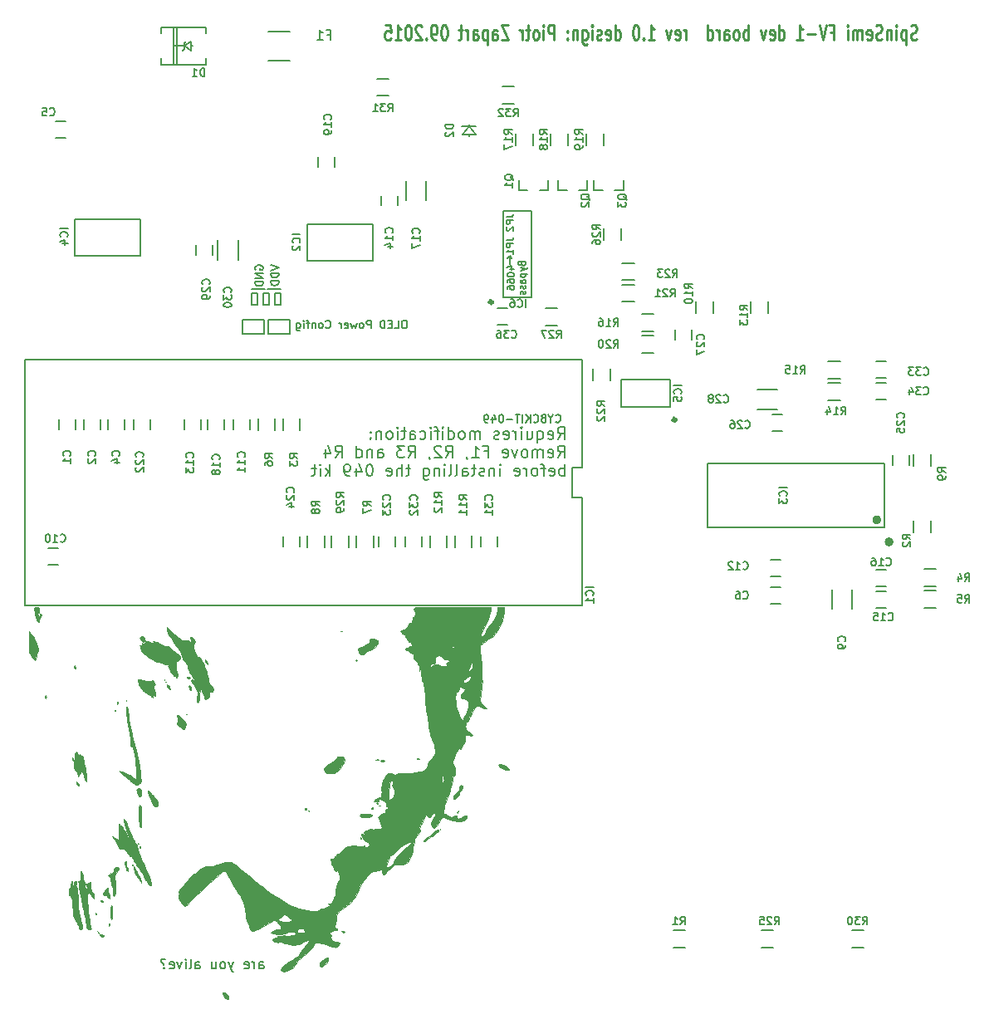
<source format=gbo>
G04 #@! TF.FileFunction,Legend,Bot*
%FSLAX46Y46*%
G04 Gerber Fmt 4.6, Leading zero omitted, Abs format (unit mm)*
G04 Created by KiCad (PCBNEW (2015-11-29 BZR 6336, Git 7b0d981)-product) date 01/12/2015 20:30:35*
%MOMM*%
G01*
G04 APERTURE LIST*
%ADD10C,0.100000*%
%ADD11C,0.200000*%
%ADD12C,0.150000*%
%ADD13C,0.250000*%
%ADD14C,0.400000*%
%ADD15C,0.177800*%
%ADD16C,0.203200*%
G04 APERTURE END LIST*
D10*
D11*
X70750000Y-39650000D02*
X70500000Y-39400000D01*
X70500000Y-39400000D02*
X70250000Y-39650000D01*
X70500000Y-40250000D02*
X70500000Y-39400000D01*
D12*
X70510000Y-40758333D02*
X70976667Y-40758333D01*
X70243333Y-40591666D02*
X70743333Y-40424999D01*
X70743333Y-40858333D01*
X70276667Y-41258333D02*
X70276667Y-41325000D01*
X70310000Y-41391666D01*
X70343333Y-41425000D01*
X70410000Y-41458333D01*
X70543333Y-41491666D01*
X70710000Y-41491666D01*
X70843333Y-41458333D01*
X70910000Y-41425000D01*
X70943333Y-41391666D01*
X70976667Y-41325000D01*
X70976667Y-41258333D01*
X70943333Y-41191666D01*
X70910000Y-41158333D01*
X70843333Y-41125000D01*
X70710000Y-41091666D01*
X70543333Y-41091666D01*
X70410000Y-41125000D01*
X70343333Y-41158333D01*
X70310000Y-41191666D01*
X70276667Y-41258333D01*
X70276667Y-42091667D02*
X70276667Y-41958333D01*
X70310000Y-41891667D01*
X70343333Y-41858333D01*
X70443333Y-41791667D01*
X70576667Y-41758333D01*
X70843333Y-41758333D01*
X70910000Y-41791667D01*
X70943333Y-41825000D01*
X70976667Y-41891667D01*
X70976667Y-42025000D01*
X70943333Y-42091667D01*
X70910000Y-42125000D01*
X70843333Y-42158333D01*
X70676667Y-42158333D01*
X70610000Y-42125000D01*
X70576667Y-42091667D01*
X70543333Y-42025000D01*
X70543333Y-41891667D01*
X70576667Y-41825000D01*
X70610000Y-41791667D01*
X70676667Y-41758333D01*
X70276667Y-42758334D02*
X70276667Y-42625000D01*
X70310000Y-42558334D01*
X70343333Y-42525000D01*
X70443333Y-42458334D01*
X70576667Y-42425000D01*
X70843333Y-42425000D01*
X70910000Y-42458334D01*
X70943333Y-42491667D01*
X70976667Y-42558334D01*
X70976667Y-42691667D01*
X70943333Y-42758334D01*
X70910000Y-42791667D01*
X70843333Y-42825000D01*
X70676667Y-42825000D01*
X70610000Y-42791667D01*
X70576667Y-42758334D01*
X70543333Y-42691667D01*
X70543333Y-42558334D01*
X70576667Y-42491667D01*
X70610000Y-42458334D01*
X70676667Y-42425000D01*
X71740000Y-40208334D02*
X71773333Y-40308334D01*
X71806667Y-40341667D01*
X71873333Y-40375001D01*
X71973333Y-40375001D01*
X72040000Y-40341667D01*
X72073333Y-40308334D01*
X72106667Y-40241667D01*
X72106667Y-39975001D01*
X71406667Y-39975001D01*
X71406667Y-40208334D01*
X71440000Y-40275001D01*
X71473333Y-40308334D01*
X71540000Y-40341667D01*
X71606667Y-40341667D01*
X71673333Y-40308334D01*
X71706667Y-40275001D01*
X71740000Y-40208334D01*
X71740000Y-39975001D01*
X71640000Y-40608334D02*
X72106667Y-40775001D01*
X71640000Y-40941667D02*
X72106667Y-40775001D01*
X72273333Y-40708334D01*
X72306667Y-40675001D01*
X72340000Y-40608334D01*
X71640000Y-41208334D02*
X72340000Y-41208334D01*
X71673333Y-41208334D02*
X71640000Y-41275000D01*
X71640000Y-41408334D01*
X71673333Y-41475000D01*
X71706667Y-41508334D01*
X71773333Y-41541667D01*
X71973333Y-41541667D01*
X72040000Y-41508334D01*
X72073333Y-41475000D01*
X72106667Y-41408334D01*
X72106667Y-41275000D01*
X72073333Y-41208334D01*
X72106667Y-42141667D02*
X71740000Y-42141667D01*
X71673333Y-42108333D01*
X71640000Y-42041667D01*
X71640000Y-41908333D01*
X71673333Y-41841667D01*
X72073333Y-42141667D02*
X72106667Y-42075000D01*
X72106667Y-41908333D01*
X72073333Y-41841667D01*
X72006667Y-41808333D01*
X71940000Y-41808333D01*
X71873333Y-41841667D01*
X71840000Y-41908333D01*
X71840000Y-42075000D01*
X71806667Y-42141667D01*
X72073333Y-42441666D02*
X72106667Y-42508333D01*
X72106667Y-42641666D01*
X72073333Y-42708333D01*
X72006667Y-42741666D01*
X71973333Y-42741666D01*
X71906667Y-42708333D01*
X71873333Y-42641666D01*
X71873333Y-42541666D01*
X71840000Y-42475000D01*
X71773333Y-42441666D01*
X71740000Y-42441666D01*
X71673333Y-42475000D01*
X71640000Y-42541666D01*
X71640000Y-42641666D01*
X71673333Y-42708333D01*
X72073333Y-43008333D02*
X72106667Y-43075000D01*
X72106667Y-43208333D01*
X72073333Y-43275000D01*
X72006667Y-43308333D01*
X71973333Y-43308333D01*
X71906667Y-43275000D01*
X71873333Y-43208333D01*
X71873333Y-43108333D01*
X71840000Y-43041667D01*
X71773333Y-43008333D01*
X71740000Y-43008333D01*
X71673333Y-43041667D01*
X71640000Y-43108333D01*
X71640000Y-43208333D01*
X71673333Y-43275000D01*
D13*
X112033331Y-17307143D02*
X111876188Y-17378571D01*
X111614284Y-17378571D01*
X111509522Y-17307143D01*
X111457141Y-17235714D01*
X111404760Y-17092857D01*
X111404760Y-16950000D01*
X111457141Y-16807143D01*
X111509522Y-16735714D01*
X111614284Y-16664286D01*
X111823807Y-16592857D01*
X111928569Y-16521429D01*
X111980950Y-16450000D01*
X112033331Y-16307143D01*
X112033331Y-16164286D01*
X111980950Y-16021429D01*
X111928569Y-15950000D01*
X111823807Y-15878571D01*
X111561903Y-15878571D01*
X111404760Y-15950000D01*
X110933331Y-16378571D02*
X110933331Y-17878571D01*
X110933331Y-16450000D02*
X110828569Y-16378571D01*
X110619046Y-16378571D01*
X110514284Y-16450000D01*
X110461903Y-16521429D01*
X110409522Y-16664286D01*
X110409522Y-17092857D01*
X110461903Y-17235714D01*
X110514284Y-17307143D01*
X110619046Y-17378571D01*
X110828569Y-17378571D01*
X110933331Y-17307143D01*
X109938093Y-17378571D02*
X109938093Y-16378571D01*
X109938093Y-15878571D02*
X109990474Y-15950000D01*
X109938093Y-16021429D01*
X109885712Y-15950000D01*
X109938093Y-15878571D01*
X109938093Y-16021429D01*
X109414283Y-16378571D02*
X109414283Y-17378571D01*
X109414283Y-16521429D02*
X109361902Y-16450000D01*
X109257140Y-16378571D01*
X109099998Y-16378571D01*
X108995236Y-16450000D01*
X108942855Y-16592857D01*
X108942855Y-17378571D01*
X108471426Y-17307143D02*
X108314283Y-17378571D01*
X108052379Y-17378571D01*
X107947617Y-17307143D01*
X107895236Y-17235714D01*
X107842855Y-17092857D01*
X107842855Y-16950000D01*
X107895236Y-16807143D01*
X107947617Y-16735714D01*
X108052379Y-16664286D01*
X108261902Y-16592857D01*
X108366664Y-16521429D01*
X108419045Y-16450000D01*
X108471426Y-16307143D01*
X108471426Y-16164286D01*
X108419045Y-16021429D01*
X108366664Y-15950000D01*
X108261902Y-15878571D01*
X107999998Y-15878571D01*
X107842855Y-15950000D01*
X106952379Y-17307143D02*
X107057141Y-17378571D01*
X107266664Y-17378571D01*
X107371426Y-17307143D01*
X107423807Y-17164286D01*
X107423807Y-16592857D01*
X107371426Y-16450000D01*
X107266664Y-16378571D01*
X107057141Y-16378571D01*
X106952379Y-16450000D01*
X106899998Y-16592857D01*
X106899998Y-16735714D01*
X107423807Y-16878571D01*
X106428569Y-17378571D02*
X106428569Y-16378571D01*
X106428569Y-16521429D02*
X106376188Y-16450000D01*
X106271426Y-16378571D01*
X106114284Y-16378571D01*
X106009522Y-16450000D01*
X105957141Y-16592857D01*
X105957141Y-17378571D01*
X105957141Y-16592857D02*
X105904760Y-16450000D01*
X105799998Y-16378571D01*
X105642855Y-16378571D01*
X105538093Y-16450000D01*
X105485712Y-16592857D01*
X105485712Y-17378571D01*
X104961902Y-17378571D02*
X104961902Y-16378571D01*
X104961902Y-15878571D02*
X105014283Y-15950000D01*
X104961902Y-16021429D01*
X104909521Y-15950000D01*
X104961902Y-15878571D01*
X104961902Y-16021429D01*
X103233331Y-16592857D02*
X103599997Y-16592857D01*
X103599997Y-17378571D02*
X103599997Y-15878571D01*
X103076188Y-15878571D01*
X102814283Y-15878571D02*
X102447616Y-17378571D01*
X102080950Y-15878571D01*
X101714283Y-16807143D02*
X100876188Y-16807143D01*
X99776188Y-17378571D02*
X100404759Y-17378571D01*
X100090473Y-17378571D02*
X100090473Y-15878571D01*
X100195235Y-16092857D01*
X100299997Y-16235714D01*
X100404759Y-16307143D01*
X97995236Y-17378571D02*
X97995236Y-15878571D01*
X97995236Y-17307143D02*
X98099998Y-17378571D01*
X98309521Y-17378571D01*
X98414283Y-17307143D01*
X98466664Y-17235714D01*
X98519045Y-17092857D01*
X98519045Y-16664286D01*
X98466664Y-16521429D01*
X98414283Y-16450000D01*
X98309521Y-16378571D01*
X98099998Y-16378571D01*
X97995236Y-16450000D01*
X97052379Y-17307143D02*
X97157141Y-17378571D01*
X97366664Y-17378571D01*
X97471426Y-17307143D01*
X97523807Y-17164286D01*
X97523807Y-16592857D01*
X97471426Y-16450000D01*
X97366664Y-16378571D01*
X97157141Y-16378571D01*
X97052379Y-16450000D01*
X96999998Y-16592857D01*
X96999998Y-16735714D01*
X97523807Y-16878571D01*
X96633331Y-16378571D02*
X96371426Y-17378571D01*
X96109522Y-16378571D01*
X94852379Y-17378571D02*
X94852379Y-15878571D01*
X94852379Y-16450000D02*
X94747617Y-16378571D01*
X94538094Y-16378571D01*
X94433332Y-16450000D01*
X94380951Y-16521429D01*
X94328570Y-16664286D01*
X94328570Y-17092857D01*
X94380951Y-17235714D01*
X94433332Y-17307143D01*
X94538094Y-17378571D01*
X94747617Y-17378571D01*
X94852379Y-17307143D01*
X93699998Y-17378571D02*
X93804760Y-17307143D01*
X93857141Y-17235714D01*
X93909522Y-17092857D01*
X93909522Y-16664286D01*
X93857141Y-16521429D01*
X93804760Y-16450000D01*
X93699998Y-16378571D01*
X93542856Y-16378571D01*
X93438094Y-16450000D01*
X93385713Y-16521429D01*
X93333332Y-16664286D01*
X93333332Y-17092857D01*
X93385713Y-17235714D01*
X93438094Y-17307143D01*
X93542856Y-17378571D01*
X93699998Y-17378571D01*
X92390475Y-17378571D02*
X92390475Y-16592857D01*
X92442856Y-16450000D01*
X92547618Y-16378571D01*
X92757141Y-16378571D01*
X92861903Y-16450000D01*
X92390475Y-17307143D02*
X92495237Y-17378571D01*
X92757141Y-17378571D01*
X92861903Y-17307143D01*
X92914284Y-17164286D01*
X92914284Y-17021429D01*
X92861903Y-16878571D01*
X92757141Y-16807143D01*
X92495237Y-16807143D01*
X92390475Y-16735714D01*
X91866665Y-17378571D02*
X91866665Y-16378571D01*
X91866665Y-16664286D02*
X91814284Y-16521429D01*
X91761903Y-16450000D01*
X91657141Y-16378571D01*
X91552380Y-16378571D01*
X90714285Y-17378571D02*
X90714285Y-15878571D01*
X90714285Y-17307143D02*
X90819047Y-17378571D01*
X91028570Y-17378571D01*
X91133332Y-17307143D01*
X91185713Y-17235714D01*
X91238094Y-17092857D01*
X91238094Y-16664286D01*
X91185713Y-16521429D01*
X91133332Y-16450000D01*
X91028570Y-16378571D01*
X90819047Y-16378571D01*
X90714285Y-16450000D01*
X88514285Y-17378571D02*
X88514285Y-16378571D01*
X88514285Y-16664286D02*
X88461904Y-16521429D01*
X88409523Y-16450000D01*
X88304761Y-16378571D01*
X88200000Y-16378571D01*
X87414286Y-17307143D02*
X87519048Y-17378571D01*
X87728571Y-17378571D01*
X87833333Y-17307143D01*
X87885714Y-17164286D01*
X87885714Y-16592857D01*
X87833333Y-16450000D01*
X87728571Y-16378571D01*
X87519048Y-16378571D01*
X87414286Y-16450000D01*
X87361905Y-16592857D01*
X87361905Y-16735714D01*
X87885714Y-16878571D01*
X86995238Y-16378571D02*
X86733333Y-17378571D01*
X86471429Y-16378571D01*
X84638096Y-17378571D02*
X85266667Y-17378571D01*
X84952381Y-17378571D02*
X84952381Y-15878571D01*
X85057143Y-16092857D01*
X85161905Y-16235714D01*
X85266667Y-16307143D01*
X84166667Y-17235714D02*
X84114286Y-17307143D01*
X84166667Y-17378571D01*
X84219048Y-17307143D01*
X84166667Y-17235714D01*
X84166667Y-17378571D01*
X83433333Y-15878571D02*
X83328572Y-15878571D01*
X83223810Y-15950000D01*
X83171429Y-16021429D01*
X83119048Y-16164286D01*
X83066667Y-16450000D01*
X83066667Y-16807143D01*
X83119048Y-17092857D01*
X83171429Y-17235714D01*
X83223810Y-17307143D01*
X83328572Y-17378571D01*
X83433333Y-17378571D01*
X83538095Y-17307143D01*
X83590476Y-17235714D01*
X83642857Y-17092857D01*
X83695238Y-16807143D01*
X83695238Y-16450000D01*
X83642857Y-16164286D01*
X83590476Y-16021429D01*
X83538095Y-15950000D01*
X83433333Y-15878571D01*
X81285715Y-17378571D02*
X81285715Y-15878571D01*
X81285715Y-17307143D02*
X81390477Y-17378571D01*
X81600000Y-17378571D01*
X81704762Y-17307143D01*
X81757143Y-17235714D01*
X81809524Y-17092857D01*
X81809524Y-16664286D01*
X81757143Y-16521429D01*
X81704762Y-16450000D01*
X81600000Y-16378571D01*
X81390477Y-16378571D01*
X81285715Y-16450000D01*
X80342858Y-17307143D02*
X80447620Y-17378571D01*
X80657143Y-17378571D01*
X80761905Y-17307143D01*
X80814286Y-17164286D01*
X80814286Y-16592857D01*
X80761905Y-16450000D01*
X80657143Y-16378571D01*
X80447620Y-16378571D01*
X80342858Y-16450000D01*
X80290477Y-16592857D01*
X80290477Y-16735714D01*
X80814286Y-16878571D01*
X79871429Y-17307143D02*
X79766667Y-17378571D01*
X79557143Y-17378571D01*
X79452382Y-17307143D01*
X79400001Y-17164286D01*
X79400001Y-17092857D01*
X79452382Y-16950000D01*
X79557143Y-16878571D01*
X79714286Y-16878571D01*
X79819048Y-16807143D01*
X79871429Y-16664286D01*
X79871429Y-16592857D01*
X79819048Y-16450000D01*
X79714286Y-16378571D01*
X79557143Y-16378571D01*
X79452382Y-16450000D01*
X78928572Y-17378571D02*
X78928572Y-16378571D01*
X78928572Y-15878571D02*
X78980953Y-15950000D01*
X78928572Y-16021429D01*
X78876191Y-15950000D01*
X78928572Y-15878571D01*
X78928572Y-16021429D01*
X77933334Y-16378571D02*
X77933334Y-17592857D01*
X77985715Y-17735714D01*
X78038096Y-17807143D01*
X78142857Y-17878571D01*
X78300000Y-17878571D01*
X78404762Y-17807143D01*
X77933334Y-17307143D02*
X78038096Y-17378571D01*
X78247619Y-17378571D01*
X78352381Y-17307143D01*
X78404762Y-17235714D01*
X78457143Y-17092857D01*
X78457143Y-16664286D01*
X78404762Y-16521429D01*
X78352381Y-16450000D01*
X78247619Y-16378571D01*
X78038096Y-16378571D01*
X77933334Y-16450000D01*
X77409524Y-16378571D02*
X77409524Y-17378571D01*
X77409524Y-16521429D02*
X77357143Y-16450000D01*
X77252381Y-16378571D01*
X77095239Y-16378571D01*
X76990477Y-16450000D01*
X76938096Y-16592857D01*
X76938096Y-17378571D01*
X76414286Y-17235714D02*
X76361905Y-17307143D01*
X76414286Y-17378571D01*
X76466667Y-17307143D01*
X76414286Y-17235714D01*
X76414286Y-17378571D01*
X76414286Y-16450000D02*
X76361905Y-16521429D01*
X76414286Y-16592857D01*
X76466667Y-16521429D01*
X76414286Y-16450000D01*
X76414286Y-16592857D01*
X75052381Y-17378571D02*
X75052381Y-15878571D01*
X74633334Y-15878571D01*
X74528572Y-15950000D01*
X74476191Y-16021429D01*
X74423810Y-16164286D01*
X74423810Y-16378571D01*
X74476191Y-16521429D01*
X74528572Y-16592857D01*
X74633334Y-16664286D01*
X75052381Y-16664286D01*
X73952381Y-17378571D02*
X73952381Y-16378571D01*
X73952381Y-15878571D02*
X74004762Y-15950000D01*
X73952381Y-16021429D01*
X73900000Y-15950000D01*
X73952381Y-15878571D01*
X73952381Y-16021429D01*
X73271428Y-17378571D02*
X73376190Y-17307143D01*
X73428571Y-17235714D01*
X73480952Y-17092857D01*
X73480952Y-16664286D01*
X73428571Y-16521429D01*
X73376190Y-16450000D01*
X73271428Y-16378571D01*
X73114286Y-16378571D01*
X73009524Y-16450000D01*
X72957143Y-16521429D01*
X72904762Y-16664286D01*
X72904762Y-17092857D01*
X72957143Y-17235714D01*
X73009524Y-17307143D01*
X73114286Y-17378571D01*
X73271428Y-17378571D01*
X72590476Y-16378571D02*
X72171428Y-16378571D01*
X72433333Y-15878571D02*
X72433333Y-17164286D01*
X72380952Y-17307143D01*
X72276190Y-17378571D01*
X72171428Y-17378571D01*
X71804762Y-17378571D02*
X71804762Y-16378571D01*
X71804762Y-16664286D02*
X71752381Y-16521429D01*
X71700000Y-16450000D01*
X71595238Y-16378571D01*
X71490477Y-16378571D01*
X70390477Y-15878571D02*
X69657144Y-15878571D01*
X70390477Y-17378571D01*
X69657144Y-17378571D01*
X68766668Y-17378571D02*
X68766668Y-16592857D01*
X68819049Y-16450000D01*
X68923811Y-16378571D01*
X69133334Y-16378571D01*
X69238096Y-16450000D01*
X68766668Y-17307143D02*
X68871430Y-17378571D01*
X69133334Y-17378571D01*
X69238096Y-17307143D01*
X69290477Y-17164286D01*
X69290477Y-17021429D01*
X69238096Y-16878571D01*
X69133334Y-16807143D01*
X68871430Y-16807143D01*
X68766668Y-16735714D01*
X68242858Y-16378571D02*
X68242858Y-17878571D01*
X68242858Y-16450000D02*
X68138096Y-16378571D01*
X67928573Y-16378571D01*
X67823811Y-16450000D01*
X67771430Y-16521429D01*
X67719049Y-16664286D01*
X67719049Y-17092857D01*
X67771430Y-17235714D01*
X67823811Y-17307143D01*
X67928573Y-17378571D01*
X68138096Y-17378571D01*
X68242858Y-17307143D01*
X66776192Y-17378571D02*
X66776192Y-16592857D01*
X66828573Y-16450000D01*
X66933335Y-16378571D01*
X67142858Y-16378571D01*
X67247620Y-16450000D01*
X66776192Y-17307143D02*
X66880954Y-17378571D01*
X67142858Y-17378571D01*
X67247620Y-17307143D01*
X67300001Y-17164286D01*
X67300001Y-17021429D01*
X67247620Y-16878571D01*
X67142858Y-16807143D01*
X66880954Y-16807143D01*
X66776192Y-16735714D01*
X66252382Y-17378571D02*
X66252382Y-16378571D01*
X66252382Y-16664286D02*
X66200001Y-16521429D01*
X66147620Y-16450000D01*
X66042858Y-16378571D01*
X65938097Y-16378571D01*
X65728573Y-16378571D02*
X65309525Y-16378571D01*
X65571430Y-15878571D02*
X65571430Y-17164286D01*
X65519049Y-17307143D01*
X65414287Y-17378571D01*
X65309525Y-17378571D01*
X63895240Y-15878571D02*
X63790479Y-15878571D01*
X63685717Y-15950000D01*
X63633336Y-16021429D01*
X63580955Y-16164286D01*
X63528574Y-16450000D01*
X63528574Y-16807143D01*
X63580955Y-17092857D01*
X63633336Y-17235714D01*
X63685717Y-17307143D01*
X63790479Y-17378571D01*
X63895240Y-17378571D01*
X64000002Y-17307143D01*
X64052383Y-17235714D01*
X64104764Y-17092857D01*
X64157145Y-16807143D01*
X64157145Y-16450000D01*
X64104764Y-16164286D01*
X64052383Y-16021429D01*
X64000002Y-15950000D01*
X63895240Y-15878571D01*
X63004764Y-17378571D02*
X62795240Y-17378571D01*
X62690479Y-17307143D01*
X62638098Y-17235714D01*
X62533336Y-17021429D01*
X62480955Y-16735714D01*
X62480955Y-16164286D01*
X62533336Y-16021429D01*
X62585717Y-15950000D01*
X62690479Y-15878571D01*
X62900002Y-15878571D01*
X63004764Y-15950000D01*
X63057145Y-16021429D01*
X63109526Y-16164286D01*
X63109526Y-16521429D01*
X63057145Y-16664286D01*
X63004764Y-16735714D01*
X62900002Y-16807143D01*
X62690479Y-16807143D01*
X62585717Y-16735714D01*
X62533336Y-16664286D01*
X62480955Y-16521429D01*
X62009526Y-17235714D02*
X61957145Y-17307143D01*
X62009526Y-17378571D01*
X62061907Y-17307143D01*
X62009526Y-17235714D01*
X62009526Y-17378571D01*
X61538097Y-16021429D02*
X61485716Y-15950000D01*
X61380954Y-15878571D01*
X61119050Y-15878571D01*
X61014288Y-15950000D01*
X60961907Y-16021429D01*
X60909526Y-16164286D01*
X60909526Y-16307143D01*
X60961907Y-16521429D01*
X61590478Y-17378571D01*
X60909526Y-17378571D01*
X60228573Y-15878571D02*
X60123812Y-15878571D01*
X60019050Y-15950000D01*
X59966669Y-16021429D01*
X59914288Y-16164286D01*
X59861907Y-16450000D01*
X59861907Y-16807143D01*
X59914288Y-17092857D01*
X59966669Y-17235714D01*
X60019050Y-17307143D01*
X60123812Y-17378571D01*
X60228573Y-17378571D01*
X60333335Y-17307143D01*
X60385716Y-17235714D01*
X60438097Y-17092857D01*
X60490478Y-16807143D01*
X60490478Y-16450000D01*
X60438097Y-16164286D01*
X60385716Y-16021429D01*
X60333335Y-15950000D01*
X60228573Y-15878571D01*
X58814288Y-17378571D02*
X59442859Y-17378571D01*
X59128573Y-17378571D02*
X59128573Y-15878571D01*
X59233335Y-16092857D01*
X59338097Y-16235714D01*
X59442859Y-16307143D01*
X57819050Y-15878571D02*
X58342859Y-15878571D01*
X58395240Y-16592857D01*
X58342859Y-16521429D01*
X58238097Y-16450000D01*
X57976193Y-16450000D01*
X57871431Y-16521429D01*
X57819050Y-16592857D01*
X57766669Y-16735714D01*
X57766669Y-17092857D01*
X57819050Y-17235714D01*
X57871431Y-17307143D01*
X57976193Y-17378571D01*
X58238097Y-17378571D01*
X58342859Y-17307143D01*
X58395240Y-17235714D01*
D12*
X44961905Y-112052381D02*
X44961905Y-111528571D01*
X45009524Y-111433333D01*
X45104762Y-111385714D01*
X45295239Y-111385714D01*
X45390477Y-111433333D01*
X44961905Y-112004762D02*
X45057143Y-112052381D01*
X45295239Y-112052381D01*
X45390477Y-112004762D01*
X45438096Y-111909524D01*
X45438096Y-111814286D01*
X45390477Y-111719048D01*
X45295239Y-111671429D01*
X45057143Y-111671429D01*
X44961905Y-111623810D01*
X44485715Y-112052381D02*
X44485715Y-111385714D01*
X44485715Y-111576190D02*
X44438096Y-111480952D01*
X44390477Y-111433333D01*
X44295239Y-111385714D01*
X44200000Y-111385714D01*
X43485714Y-112004762D02*
X43580952Y-112052381D01*
X43771429Y-112052381D01*
X43866667Y-112004762D01*
X43914286Y-111909524D01*
X43914286Y-111528571D01*
X43866667Y-111433333D01*
X43771429Y-111385714D01*
X43580952Y-111385714D01*
X43485714Y-111433333D01*
X43438095Y-111528571D01*
X43438095Y-111623810D01*
X43914286Y-111719048D01*
X42342857Y-111385714D02*
X42104762Y-112052381D01*
X41866666Y-111385714D02*
X42104762Y-112052381D01*
X42200000Y-112290476D01*
X42247619Y-112338095D01*
X42342857Y-112385714D01*
X41342857Y-112052381D02*
X41438095Y-112004762D01*
X41485714Y-111957143D01*
X41533333Y-111861905D01*
X41533333Y-111576190D01*
X41485714Y-111480952D01*
X41438095Y-111433333D01*
X41342857Y-111385714D01*
X41199999Y-111385714D01*
X41104761Y-111433333D01*
X41057142Y-111480952D01*
X41009523Y-111576190D01*
X41009523Y-111861905D01*
X41057142Y-111957143D01*
X41104761Y-112004762D01*
X41199999Y-112052381D01*
X41342857Y-112052381D01*
X40152380Y-111385714D02*
X40152380Y-112052381D01*
X40580952Y-111385714D02*
X40580952Y-111909524D01*
X40533333Y-112004762D01*
X40438095Y-112052381D01*
X40295237Y-112052381D01*
X40199999Y-112004762D01*
X40152380Y-111957143D01*
X38485713Y-112052381D02*
X38485713Y-111528571D01*
X38533332Y-111433333D01*
X38628570Y-111385714D01*
X38819047Y-111385714D01*
X38914285Y-111433333D01*
X38485713Y-112004762D02*
X38580951Y-112052381D01*
X38819047Y-112052381D01*
X38914285Y-112004762D01*
X38961904Y-111909524D01*
X38961904Y-111814286D01*
X38914285Y-111719048D01*
X38819047Y-111671429D01*
X38580951Y-111671429D01*
X38485713Y-111623810D01*
X37866666Y-112052381D02*
X37961904Y-112004762D01*
X38009523Y-111909524D01*
X38009523Y-111052381D01*
X37485713Y-112052381D02*
X37485713Y-111385714D01*
X37485713Y-111052381D02*
X37533332Y-111100000D01*
X37485713Y-111147619D01*
X37438094Y-111100000D01*
X37485713Y-111052381D01*
X37485713Y-111147619D01*
X37104761Y-111385714D02*
X36866666Y-112052381D01*
X36628570Y-111385714D01*
X35866665Y-112004762D02*
X35961903Y-112052381D01*
X36152380Y-112052381D01*
X36247618Y-112004762D01*
X36295237Y-111909524D01*
X36295237Y-111528571D01*
X36247618Y-111433333D01*
X36152380Y-111385714D01*
X35961903Y-111385714D01*
X35866665Y-111433333D01*
X35819046Y-111528571D01*
X35819046Y-111623810D01*
X36295237Y-111719048D01*
X35247618Y-111957143D02*
X35199999Y-112004762D01*
X35247618Y-112052381D01*
X35295237Y-112004762D01*
X35247618Y-111957143D01*
X35247618Y-112052381D01*
X35438094Y-111100000D02*
X35342856Y-111052381D01*
X35104760Y-111052381D01*
X35009522Y-111100000D01*
X34961903Y-111195238D01*
X34961903Y-111290476D01*
X35009522Y-111385714D01*
X35057141Y-111433333D01*
X35152380Y-111480952D01*
X35199999Y-111528571D01*
X35247618Y-111623810D01*
X35247618Y-111671429D01*
D11*
X75428571Y-58062857D02*
X75828571Y-57491429D01*
X76114286Y-58062857D02*
X76114286Y-56862857D01*
X75657143Y-56862857D01*
X75542857Y-56920000D01*
X75485714Y-56977143D01*
X75428571Y-57091429D01*
X75428571Y-57262857D01*
X75485714Y-57377143D01*
X75542857Y-57434286D01*
X75657143Y-57491429D01*
X76114286Y-57491429D01*
X74457143Y-58005714D02*
X74571429Y-58062857D01*
X74800000Y-58062857D01*
X74914286Y-58005714D01*
X74971429Y-57891429D01*
X74971429Y-57434286D01*
X74914286Y-57320000D01*
X74800000Y-57262857D01*
X74571429Y-57262857D01*
X74457143Y-57320000D01*
X74400000Y-57434286D01*
X74400000Y-57548571D01*
X74971429Y-57662857D01*
X73371429Y-57262857D02*
X73371429Y-58462857D01*
X73371429Y-58005714D02*
X73485715Y-58062857D01*
X73714286Y-58062857D01*
X73828572Y-58005714D01*
X73885715Y-57948571D01*
X73942858Y-57834286D01*
X73942858Y-57491429D01*
X73885715Y-57377143D01*
X73828572Y-57320000D01*
X73714286Y-57262857D01*
X73485715Y-57262857D01*
X73371429Y-57320000D01*
X72285715Y-57262857D02*
X72285715Y-58062857D01*
X72800001Y-57262857D02*
X72800001Y-57891429D01*
X72742858Y-58005714D01*
X72628572Y-58062857D01*
X72457144Y-58062857D01*
X72342858Y-58005714D01*
X72285715Y-57948571D01*
X71714287Y-58062857D02*
X71714287Y-57262857D01*
X71714287Y-56862857D02*
X71771430Y-56920000D01*
X71714287Y-56977143D01*
X71657144Y-56920000D01*
X71714287Y-56862857D01*
X71714287Y-56977143D01*
X71142858Y-58062857D02*
X71142858Y-57262857D01*
X71142858Y-57491429D02*
X71085715Y-57377143D01*
X71028572Y-57320000D01*
X70914286Y-57262857D01*
X70800001Y-57262857D01*
X69942858Y-58005714D02*
X70057144Y-58062857D01*
X70285715Y-58062857D01*
X70400001Y-58005714D01*
X70457144Y-57891429D01*
X70457144Y-57434286D01*
X70400001Y-57320000D01*
X70285715Y-57262857D01*
X70057144Y-57262857D01*
X69942858Y-57320000D01*
X69885715Y-57434286D01*
X69885715Y-57548571D01*
X70457144Y-57662857D01*
X69428573Y-58005714D02*
X69314287Y-58062857D01*
X69085715Y-58062857D01*
X68971430Y-58005714D01*
X68914287Y-57891429D01*
X68914287Y-57834286D01*
X68971430Y-57720000D01*
X69085715Y-57662857D01*
X69257144Y-57662857D01*
X69371430Y-57605714D01*
X69428573Y-57491429D01*
X69428573Y-57434286D01*
X69371430Y-57320000D01*
X69257144Y-57262857D01*
X69085715Y-57262857D01*
X68971430Y-57320000D01*
X67485715Y-58062857D02*
X67485715Y-57262857D01*
X67485715Y-57377143D02*
X67428572Y-57320000D01*
X67314286Y-57262857D01*
X67142858Y-57262857D01*
X67028572Y-57320000D01*
X66971429Y-57434286D01*
X66971429Y-58062857D01*
X66971429Y-57434286D02*
X66914286Y-57320000D01*
X66800000Y-57262857D01*
X66628572Y-57262857D01*
X66514286Y-57320000D01*
X66457143Y-57434286D01*
X66457143Y-58062857D01*
X65714286Y-58062857D02*
X65828572Y-58005714D01*
X65885715Y-57948571D01*
X65942858Y-57834286D01*
X65942858Y-57491429D01*
X65885715Y-57377143D01*
X65828572Y-57320000D01*
X65714286Y-57262857D01*
X65542858Y-57262857D01*
X65428572Y-57320000D01*
X65371429Y-57377143D01*
X65314286Y-57491429D01*
X65314286Y-57834286D01*
X65371429Y-57948571D01*
X65428572Y-58005714D01*
X65542858Y-58062857D01*
X65714286Y-58062857D01*
X64285715Y-58062857D02*
X64285715Y-56862857D01*
X64285715Y-58005714D02*
X64400001Y-58062857D01*
X64628572Y-58062857D01*
X64742858Y-58005714D01*
X64800001Y-57948571D01*
X64857144Y-57834286D01*
X64857144Y-57491429D01*
X64800001Y-57377143D01*
X64742858Y-57320000D01*
X64628572Y-57262857D01*
X64400001Y-57262857D01*
X64285715Y-57320000D01*
X63714287Y-58062857D02*
X63714287Y-57262857D01*
X63714287Y-56862857D02*
X63771430Y-56920000D01*
X63714287Y-56977143D01*
X63657144Y-56920000D01*
X63714287Y-56862857D01*
X63714287Y-56977143D01*
X63314286Y-57262857D02*
X62857143Y-57262857D01*
X63142858Y-58062857D02*
X63142858Y-57034286D01*
X63085715Y-56920000D01*
X62971429Y-56862857D01*
X62857143Y-56862857D01*
X62457144Y-58062857D02*
X62457144Y-57262857D01*
X62457144Y-56862857D02*
X62514287Y-56920000D01*
X62457144Y-56977143D01*
X62400001Y-56920000D01*
X62457144Y-56862857D01*
X62457144Y-56977143D01*
X61371429Y-58005714D02*
X61485715Y-58062857D01*
X61714286Y-58062857D01*
X61828572Y-58005714D01*
X61885715Y-57948571D01*
X61942858Y-57834286D01*
X61942858Y-57491429D01*
X61885715Y-57377143D01*
X61828572Y-57320000D01*
X61714286Y-57262857D01*
X61485715Y-57262857D01*
X61371429Y-57320000D01*
X60342858Y-58062857D02*
X60342858Y-57434286D01*
X60400001Y-57320000D01*
X60514287Y-57262857D01*
X60742858Y-57262857D01*
X60857144Y-57320000D01*
X60342858Y-58005714D02*
X60457144Y-58062857D01*
X60742858Y-58062857D01*
X60857144Y-58005714D01*
X60914287Y-57891429D01*
X60914287Y-57777143D01*
X60857144Y-57662857D01*
X60742858Y-57605714D01*
X60457144Y-57605714D01*
X60342858Y-57548571D01*
X59942858Y-57262857D02*
X59485715Y-57262857D01*
X59771430Y-56862857D02*
X59771430Y-57891429D01*
X59714287Y-58005714D01*
X59600001Y-58062857D01*
X59485715Y-58062857D01*
X59085716Y-58062857D02*
X59085716Y-57262857D01*
X59085716Y-56862857D02*
X59142859Y-56920000D01*
X59085716Y-56977143D01*
X59028573Y-56920000D01*
X59085716Y-56862857D01*
X59085716Y-56977143D01*
X58342858Y-58062857D02*
X58457144Y-58005714D01*
X58514287Y-57948571D01*
X58571430Y-57834286D01*
X58571430Y-57491429D01*
X58514287Y-57377143D01*
X58457144Y-57320000D01*
X58342858Y-57262857D01*
X58171430Y-57262857D01*
X58057144Y-57320000D01*
X58000001Y-57377143D01*
X57942858Y-57491429D01*
X57942858Y-57834286D01*
X58000001Y-57948571D01*
X58057144Y-58005714D01*
X58171430Y-58062857D01*
X58342858Y-58062857D01*
X57428573Y-57262857D02*
X57428573Y-58062857D01*
X57428573Y-57377143D02*
X57371430Y-57320000D01*
X57257144Y-57262857D01*
X57085716Y-57262857D01*
X56971430Y-57320000D01*
X56914287Y-57434286D01*
X56914287Y-58062857D01*
X56342859Y-57948571D02*
X56285716Y-58005714D01*
X56342859Y-58062857D01*
X56400002Y-58005714D01*
X56342859Y-57948571D01*
X56342859Y-58062857D01*
X56342859Y-57320000D02*
X56285716Y-57377143D01*
X56342859Y-57434286D01*
X56400002Y-57377143D01*
X56342859Y-57320000D01*
X56342859Y-57434286D01*
X75428571Y-59942857D02*
X75828571Y-59371429D01*
X76114286Y-59942857D02*
X76114286Y-58742857D01*
X75657143Y-58742857D01*
X75542857Y-58800000D01*
X75485714Y-58857143D01*
X75428571Y-58971429D01*
X75428571Y-59142857D01*
X75485714Y-59257143D01*
X75542857Y-59314286D01*
X75657143Y-59371429D01*
X76114286Y-59371429D01*
X74457143Y-59885714D02*
X74571429Y-59942857D01*
X74800000Y-59942857D01*
X74914286Y-59885714D01*
X74971429Y-59771429D01*
X74971429Y-59314286D01*
X74914286Y-59200000D01*
X74800000Y-59142857D01*
X74571429Y-59142857D01*
X74457143Y-59200000D01*
X74400000Y-59314286D01*
X74400000Y-59428571D01*
X74971429Y-59542857D01*
X73885715Y-59942857D02*
X73885715Y-59142857D01*
X73885715Y-59257143D02*
X73828572Y-59200000D01*
X73714286Y-59142857D01*
X73542858Y-59142857D01*
X73428572Y-59200000D01*
X73371429Y-59314286D01*
X73371429Y-59942857D01*
X73371429Y-59314286D02*
X73314286Y-59200000D01*
X73200000Y-59142857D01*
X73028572Y-59142857D01*
X72914286Y-59200000D01*
X72857143Y-59314286D01*
X72857143Y-59942857D01*
X72114286Y-59942857D02*
X72228572Y-59885714D01*
X72285715Y-59828571D01*
X72342858Y-59714286D01*
X72342858Y-59371429D01*
X72285715Y-59257143D01*
X72228572Y-59200000D01*
X72114286Y-59142857D01*
X71942858Y-59142857D01*
X71828572Y-59200000D01*
X71771429Y-59257143D01*
X71714286Y-59371429D01*
X71714286Y-59714286D01*
X71771429Y-59828571D01*
X71828572Y-59885714D01*
X71942858Y-59942857D01*
X72114286Y-59942857D01*
X71314286Y-59142857D02*
X71028572Y-59942857D01*
X70742858Y-59142857D01*
X69828572Y-59885714D02*
X69942858Y-59942857D01*
X70171429Y-59942857D01*
X70285715Y-59885714D01*
X70342858Y-59771429D01*
X70342858Y-59314286D01*
X70285715Y-59200000D01*
X70171429Y-59142857D01*
X69942858Y-59142857D01*
X69828572Y-59200000D01*
X69771429Y-59314286D01*
X69771429Y-59428571D01*
X70342858Y-59542857D01*
X67942858Y-59314286D02*
X68342858Y-59314286D01*
X68342858Y-59942857D02*
X68342858Y-58742857D01*
X67771429Y-58742857D01*
X66685715Y-59942857D02*
X67371430Y-59942857D01*
X67028572Y-59942857D02*
X67028572Y-58742857D01*
X67142858Y-58914286D01*
X67257144Y-59028571D01*
X67371430Y-59085714D01*
X66114287Y-59885714D02*
X66114287Y-59942857D01*
X66171430Y-60057143D01*
X66228573Y-60114286D01*
X64000000Y-59942857D02*
X64400000Y-59371429D01*
X64685715Y-59942857D02*
X64685715Y-58742857D01*
X64228572Y-58742857D01*
X64114286Y-58800000D01*
X64057143Y-58857143D01*
X64000000Y-58971429D01*
X64000000Y-59142857D01*
X64057143Y-59257143D01*
X64114286Y-59314286D01*
X64228572Y-59371429D01*
X64685715Y-59371429D01*
X63542858Y-58857143D02*
X63485715Y-58800000D01*
X63371429Y-58742857D01*
X63085715Y-58742857D01*
X62971429Y-58800000D01*
X62914286Y-58857143D01*
X62857143Y-58971429D01*
X62857143Y-59085714D01*
X62914286Y-59257143D01*
X63600000Y-59942857D01*
X62857143Y-59942857D01*
X62285715Y-59885714D02*
X62285715Y-59942857D01*
X62342858Y-60057143D01*
X62400001Y-60114286D01*
X60171428Y-59942857D02*
X60571428Y-59371429D01*
X60857143Y-59942857D02*
X60857143Y-58742857D01*
X60400000Y-58742857D01*
X60285714Y-58800000D01*
X60228571Y-58857143D01*
X60171428Y-58971429D01*
X60171428Y-59142857D01*
X60228571Y-59257143D01*
X60285714Y-59314286D01*
X60400000Y-59371429D01*
X60857143Y-59371429D01*
X59771428Y-58742857D02*
X59028571Y-58742857D01*
X59428571Y-59200000D01*
X59257143Y-59200000D01*
X59142857Y-59257143D01*
X59085714Y-59314286D01*
X59028571Y-59428571D01*
X59028571Y-59714286D01*
X59085714Y-59828571D01*
X59142857Y-59885714D01*
X59257143Y-59942857D01*
X59600000Y-59942857D01*
X59714286Y-59885714D01*
X59771428Y-59828571D01*
X57085714Y-59942857D02*
X57085714Y-59314286D01*
X57142857Y-59200000D01*
X57257143Y-59142857D01*
X57485714Y-59142857D01*
X57600000Y-59200000D01*
X57085714Y-59885714D02*
X57200000Y-59942857D01*
X57485714Y-59942857D01*
X57600000Y-59885714D01*
X57657143Y-59771429D01*
X57657143Y-59657143D01*
X57600000Y-59542857D01*
X57485714Y-59485714D01*
X57200000Y-59485714D01*
X57085714Y-59428571D01*
X56514286Y-59142857D02*
X56514286Y-59942857D01*
X56514286Y-59257143D02*
X56457143Y-59200000D01*
X56342857Y-59142857D01*
X56171429Y-59142857D01*
X56057143Y-59200000D01*
X56000000Y-59314286D01*
X56000000Y-59942857D01*
X54914286Y-59942857D02*
X54914286Y-58742857D01*
X54914286Y-59885714D02*
X55028572Y-59942857D01*
X55257143Y-59942857D01*
X55371429Y-59885714D01*
X55428572Y-59828571D01*
X55485715Y-59714286D01*
X55485715Y-59371429D01*
X55428572Y-59257143D01*
X55371429Y-59200000D01*
X55257143Y-59142857D01*
X55028572Y-59142857D01*
X54914286Y-59200000D01*
X52742857Y-59942857D02*
X53142857Y-59371429D01*
X53428572Y-59942857D02*
X53428572Y-58742857D01*
X52971429Y-58742857D01*
X52857143Y-58800000D01*
X52800000Y-58857143D01*
X52742857Y-58971429D01*
X52742857Y-59142857D01*
X52800000Y-59257143D01*
X52857143Y-59314286D01*
X52971429Y-59371429D01*
X53428572Y-59371429D01*
X51714286Y-59142857D02*
X51714286Y-59942857D01*
X52000000Y-58685714D02*
X52285715Y-59542857D01*
X51542857Y-59542857D01*
X76114286Y-61822857D02*
X76114286Y-60622857D01*
X76114286Y-61080000D02*
X76000000Y-61022857D01*
X75771429Y-61022857D01*
X75657143Y-61080000D01*
X75600000Y-61137143D01*
X75542857Y-61251429D01*
X75542857Y-61594286D01*
X75600000Y-61708571D01*
X75657143Y-61765714D01*
X75771429Y-61822857D01*
X76000000Y-61822857D01*
X76114286Y-61765714D01*
X74571429Y-61765714D02*
X74685715Y-61822857D01*
X74914286Y-61822857D01*
X75028572Y-61765714D01*
X75085715Y-61651429D01*
X75085715Y-61194286D01*
X75028572Y-61080000D01*
X74914286Y-61022857D01*
X74685715Y-61022857D01*
X74571429Y-61080000D01*
X74514286Y-61194286D01*
X74514286Y-61308571D01*
X75085715Y-61422857D01*
X74171429Y-61022857D02*
X73714286Y-61022857D01*
X74000001Y-61822857D02*
X74000001Y-60794286D01*
X73942858Y-60680000D01*
X73828572Y-60622857D01*
X73714286Y-60622857D01*
X73142858Y-61822857D02*
X73257144Y-61765714D01*
X73314287Y-61708571D01*
X73371430Y-61594286D01*
X73371430Y-61251429D01*
X73314287Y-61137143D01*
X73257144Y-61080000D01*
X73142858Y-61022857D01*
X72971430Y-61022857D01*
X72857144Y-61080000D01*
X72800001Y-61137143D01*
X72742858Y-61251429D01*
X72742858Y-61594286D01*
X72800001Y-61708571D01*
X72857144Y-61765714D01*
X72971430Y-61822857D01*
X73142858Y-61822857D01*
X72228573Y-61822857D02*
X72228573Y-61022857D01*
X72228573Y-61251429D02*
X72171430Y-61137143D01*
X72114287Y-61080000D01*
X72000001Y-61022857D01*
X71885716Y-61022857D01*
X71028573Y-61765714D02*
X71142859Y-61822857D01*
X71371430Y-61822857D01*
X71485716Y-61765714D01*
X71542859Y-61651429D01*
X71542859Y-61194286D01*
X71485716Y-61080000D01*
X71371430Y-61022857D01*
X71142859Y-61022857D01*
X71028573Y-61080000D01*
X70971430Y-61194286D01*
X70971430Y-61308571D01*
X71542859Y-61422857D01*
X69542859Y-61822857D02*
X69542859Y-61022857D01*
X69542859Y-60622857D02*
X69600002Y-60680000D01*
X69542859Y-60737143D01*
X69485716Y-60680000D01*
X69542859Y-60622857D01*
X69542859Y-60737143D01*
X68971430Y-61022857D02*
X68971430Y-61822857D01*
X68971430Y-61137143D02*
X68914287Y-61080000D01*
X68800001Y-61022857D01*
X68628573Y-61022857D01*
X68514287Y-61080000D01*
X68457144Y-61194286D01*
X68457144Y-61822857D01*
X67942859Y-61765714D02*
X67828573Y-61822857D01*
X67600001Y-61822857D01*
X67485716Y-61765714D01*
X67428573Y-61651429D01*
X67428573Y-61594286D01*
X67485716Y-61480000D01*
X67600001Y-61422857D01*
X67771430Y-61422857D01*
X67885716Y-61365714D01*
X67942859Y-61251429D01*
X67942859Y-61194286D01*
X67885716Y-61080000D01*
X67771430Y-61022857D01*
X67600001Y-61022857D01*
X67485716Y-61080000D01*
X67085715Y-61022857D02*
X66628572Y-61022857D01*
X66914287Y-60622857D02*
X66914287Y-61651429D01*
X66857144Y-61765714D01*
X66742858Y-61822857D01*
X66628572Y-61822857D01*
X65714287Y-61822857D02*
X65714287Y-61194286D01*
X65771430Y-61080000D01*
X65885716Y-61022857D01*
X66114287Y-61022857D01*
X66228573Y-61080000D01*
X65714287Y-61765714D02*
X65828573Y-61822857D01*
X66114287Y-61822857D01*
X66228573Y-61765714D01*
X66285716Y-61651429D01*
X66285716Y-61537143D01*
X66228573Y-61422857D01*
X66114287Y-61365714D01*
X65828573Y-61365714D01*
X65714287Y-61308571D01*
X64971430Y-61822857D02*
X65085716Y-61765714D01*
X65142859Y-61651429D01*
X65142859Y-60622857D01*
X64342859Y-61822857D02*
X64457145Y-61765714D01*
X64514288Y-61651429D01*
X64514288Y-60622857D01*
X63885717Y-61822857D02*
X63885717Y-61022857D01*
X63885717Y-60622857D02*
X63942860Y-60680000D01*
X63885717Y-60737143D01*
X63828574Y-60680000D01*
X63885717Y-60622857D01*
X63885717Y-60737143D01*
X63314288Y-61022857D02*
X63314288Y-61822857D01*
X63314288Y-61137143D02*
X63257145Y-61080000D01*
X63142859Y-61022857D01*
X62971431Y-61022857D01*
X62857145Y-61080000D01*
X62800002Y-61194286D01*
X62800002Y-61822857D01*
X61714288Y-61022857D02*
X61714288Y-61994286D01*
X61771431Y-62108571D01*
X61828574Y-62165714D01*
X61942859Y-62222857D01*
X62114288Y-62222857D01*
X62228574Y-62165714D01*
X61714288Y-61765714D02*
X61828574Y-61822857D01*
X62057145Y-61822857D01*
X62171431Y-61765714D01*
X62228574Y-61708571D01*
X62285717Y-61594286D01*
X62285717Y-61251429D01*
X62228574Y-61137143D01*
X62171431Y-61080000D01*
X62057145Y-61022857D01*
X61828574Y-61022857D01*
X61714288Y-61080000D01*
X60400002Y-61022857D02*
X59942859Y-61022857D01*
X60228574Y-60622857D02*
X60228574Y-61651429D01*
X60171431Y-61765714D01*
X60057145Y-61822857D01*
X59942859Y-61822857D01*
X59542860Y-61822857D02*
X59542860Y-60622857D01*
X59028574Y-61822857D02*
X59028574Y-61194286D01*
X59085717Y-61080000D01*
X59200003Y-61022857D01*
X59371431Y-61022857D01*
X59485717Y-61080000D01*
X59542860Y-61137143D01*
X58000003Y-61765714D02*
X58114289Y-61822857D01*
X58342860Y-61822857D01*
X58457146Y-61765714D01*
X58514289Y-61651429D01*
X58514289Y-61194286D01*
X58457146Y-61080000D01*
X58342860Y-61022857D01*
X58114289Y-61022857D01*
X58000003Y-61080000D01*
X57942860Y-61194286D01*
X57942860Y-61308571D01*
X58514289Y-61422857D01*
X56285717Y-60622857D02*
X56171432Y-60622857D01*
X56057146Y-60680000D01*
X56000003Y-60737143D01*
X55942860Y-60851429D01*
X55885717Y-61080000D01*
X55885717Y-61365714D01*
X55942860Y-61594286D01*
X56000003Y-61708571D01*
X56057146Y-61765714D01*
X56171432Y-61822857D01*
X56285717Y-61822857D01*
X56400003Y-61765714D01*
X56457146Y-61708571D01*
X56514289Y-61594286D01*
X56571432Y-61365714D01*
X56571432Y-61080000D01*
X56514289Y-60851429D01*
X56457146Y-60737143D01*
X56400003Y-60680000D01*
X56285717Y-60622857D01*
X54857146Y-61022857D02*
X54857146Y-61822857D01*
X55142860Y-60565714D02*
X55428575Y-61422857D01*
X54685717Y-61422857D01*
X54171432Y-61822857D02*
X53942860Y-61822857D01*
X53828575Y-61765714D01*
X53771432Y-61708571D01*
X53657146Y-61537143D01*
X53600003Y-61308571D01*
X53600003Y-60851429D01*
X53657146Y-60737143D01*
X53714289Y-60680000D01*
X53828575Y-60622857D01*
X54057146Y-60622857D01*
X54171432Y-60680000D01*
X54228575Y-60737143D01*
X54285718Y-60851429D01*
X54285718Y-61137143D01*
X54228575Y-61251429D01*
X54171432Y-61308571D01*
X54057146Y-61365714D01*
X53828575Y-61365714D01*
X53714289Y-61308571D01*
X53657146Y-61251429D01*
X53600003Y-61137143D01*
X52171432Y-61822857D02*
X52171432Y-60622857D01*
X52057146Y-61365714D02*
X51714289Y-61822857D01*
X51714289Y-61022857D02*
X52171432Y-61480000D01*
X51200003Y-61822857D02*
X51200003Y-61022857D01*
X51200003Y-60622857D02*
X51257146Y-60680000D01*
X51200003Y-60737143D01*
X51142860Y-60680000D01*
X51200003Y-60622857D01*
X51200003Y-60737143D01*
X50800002Y-61022857D02*
X50342859Y-61022857D01*
X50628574Y-60622857D02*
X50628574Y-61651429D01*
X50571431Y-61765714D01*
X50457145Y-61822857D01*
X50342859Y-61822857D01*
D12*
X59847620Y-45961905D02*
X59695239Y-45961905D01*
X59619048Y-46000000D01*
X59542858Y-46076190D01*
X59504763Y-46228571D01*
X59504763Y-46495238D01*
X59542858Y-46647619D01*
X59619048Y-46723810D01*
X59695239Y-46761905D01*
X59847620Y-46761905D01*
X59923810Y-46723810D01*
X60000001Y-46647619D01*
X60038096Y-46495238D01*
X60038096Y-46228571D01*
X60000001Y-46076190D01*
X59923810Y-46000000D01*
X59847620Y-45961905D01*
X58780953Y-46761905D02*
X59161906Y-46761905D01*
X59161906Y-45961905D01*
X58514287Y-46342857D02*
X58247620Y-46342857D01*
X58133334Y-46761905D02*
X58514287Y-46761905D01*
X58514287Y-45961905D01*
X58133334Y-45961905D01*
X57790477Y-46761905D02*
X57790477Y-45961905D01*
X57600001Y-45961905D01*
X57485715Y-46000000D01*
X57409524Y-46076190D01*
X57371429Y-46152381D01*
X57333334Y-46304762D01*
X57333334Y-46419048D01*
X57371429Y-46571429D01*
X57409524Y-46647619D01*
X57485715Y-46723810D01*
X57600001Y-46761905D01*
X57790477Y-46761905D01*
X56380953Y-46761905D02*
X56380953Y-45961905D01*
X56076191Y-45961905D01*
X56000000Y-46000000D01*
X55961905Y-46038095D01*
X55923810Y-46114286D01*
X55923810Y-46228571D01*
X55961905Y-46304762D01*
X56000000Y-46342857D01*
X56076191Y-46380952D01*
X56380953Y-46380952D01*
X55466667Y-46761905D02*
X55542858Y-46723810D01*
X55580953Y-46685714D01*
X55619048Y-46609524D01*
X55619048Y-46380952D01*
X55580953Y-46304762D01*
X55542858Y-46266667D01*
X55466667Y-46228571D01*
X55352381Y-46228571D01*
X55276191Y-46266667D01*
X55238096Y-46304762D01*
X55200000Y-46380952D01*
X55200000Y-46609524D01*
X55238096Y-46685714D01*
X55276191Y-46723810D01*
X55352381Y-46761905D01*
X55466667Y-46761905D01*
X54933333Y-46228571D02*
X54780952Y-46761905D01*
X54628571Y-46380952D01*
X54476190Y-46761905D01*
X54323809Y-46228571D01*
X53714286Y-46723810D02*
X53790476Y-46761905D01*
X53942857Y-46761905D01*
X54019048Y-46723810D01*
X54057143Y-46647619D01*
X54057143Y-46342857D01*
X54019048Y-46266667D01*
X53942857Y-46228571D01*
X53790476Y-46228571D01*
X53714286Y-46266667D01*
X53676191Y-46342857D01*
X53676191Y-46419048D01*
X54057143Y-46495238D01*
X53333334Y-46761905D02*
X53333334Y-46228571D01*
X53333334Y-46380952D02*
X53295239Y-46304762D01*
X53257143Y-46266667D01*
X53180953Y-46228571D01*
X53104762Y-46228571D01*
X51771429Y-46685714D02*
X51809524Y-46723810D01*
X51923810Y-46761905D01*
X52000000Y-46761905D01*
X52114286Y-46723810D01*
X52190477Y-46647619D01*
X52228572Y-46571429D01*
X52266667Y-46419048D01*
X52266667Y-46304762D01*
X52228572Y-46152381D01*
X52190477Y-46076190D01*
X52114286Y-46000000D01*
X52000000Y-45961905D01*
X51923810Y-45961905D01*
X51809524Y-46000000D01*
X51771429Y-46038095D01*
X51314286Y-46761905D02*
X51390477Y-46723810D01*
X51428572Y-46685714D01*
X51466667Y-46609524D01*
X51466667Y-46380952D01*
X51428572Y-46304762D01*
X51390477Y-46266667D01*
X51314286Y-46228571D01*
X51200000Y-46228571D01*
X51123810Y-46266667D01*
X51085715Y-46304762D01*
X51047619Y-46380952D01*
X51047619Y-46609524D01*
X51085715Y-46685714D01*
X51123810Y-46723810D01*
X51200000Y-46761905D01*
X51314286Y-46761905D01*
X50704762Y-46228571D02*
X50704762Y-46761905D01*
X50704762Y-46304762D02*
X50666667Y-46266667D01*
X50590476Y-46228571D01*
X50476190Y-46228571D01*
X50400000Y-46266667D01*
X50361905Y-46342857D01*
X50361905Y-46761905D01*
X50095238Y-46228571D02*
X49790476Y-46228571D01*
X49980952Y-46761905D02*
X49980952Y-46076190D01*
X49942857Y-46000000D01*
X49866666Y-45961905D01*
X49790476Y-45961905D01*
X49523809Y-46761905D02*
X49523809Y-46228571D01*
X49523809Y-45961905D02*
X49561904Y-46000000D01*
X49523809Y-46038095D01*
X49485714Y-46000000D01*
X49523809Y-45961905D01*
X49523809Y-46038095D01*
X48800000Y-46228571D02*
X48800000Y-46876190D01*
X48838095Y-46952381D01*
X48876190Y-46990476D01*
X48952381Y-47028571D01*
X49066666Y-47028571D01*
X49142857Y-46990476D01*
X48800000Y-46723810D02*
X48876190Y-46761905D01*
X49028571Y-46761905D01*
X49104762Y-46723810D01*
X49142857Y-46685714D01*
X49180952Y-46609524D01*
X49180952Y-46380952D01*
X49142857Y-46304762D01*
X49104762Y-46266667D01*
X49028571Y-46228571D01*
X48876190Y-46228571D01*
X48800000Y-46266667D01*
X46161905Y-40333333D02*
X46961905Y-40600000D01*
X46161905Y-40866667D01*
X46961905Y-41133333D02*
X46161905Y-41133333D01*
X46161905Y-41323809D01*
X46200000Y-41438095D01*
X46276190Y-41514286D01*
X46352381Y-41552381D01*
X46504762Y-41590476D01*
X46619048Y-41590476D01*
X46771429Y-41552381D01*
X46847619Y-41514286D01*
X46923810Y-41438095D01*
X46961905Y-41323809D01*
X46961905Y-41133333D01*
X46961905Y-41933333D02*
X46161905Y-41933333D01*
X46161905Y-42123809D01*
X46200000Y-42238095D01*
X46276190Y-42314286D01*
X46352381Y-42352381D01*
X46504762Y-42390476D01*
X46619048Y-42390476D01*
X46771429Y-42352381D01*
X46847619Y-42314286D01*
X46923810Y-42238095D01*
X46961905Y-42123809D01*
X46961905Y-41933333D01*
X44600000Y-40790477D02*
X44561905Y-40714286D01*
X44561905Y-40600001D01*
X44600000Y-40485715D01*
X44676190Y-40409524D01*
X44752381Y-40371429D01*
X44904762Y-40333334D01*
X45019048Y-40333334D01*
X45171429Y-40371429D01*
X45247619Y-40409524D01*
X45323810Y-40485715D01*
X45361905Y-40600001D01*
X45361905Y-40676191D01*
X45323810Y-40790477D01*
X45285714Y-40828572D01*
X45019048Y-40828572D01*
X45019048Y-40676191D01*
X45361905Y-41171429D02*
X44561905Y-41171429D01*
X45361905Y-41628572D01*
X44561905Y-41628572D01*
X45361905Y-42009524D02*
X44561905Y-42009524D01*
X44561905Y-42200000D01*
X44600000Y-42314286D01*
X44676190Y-42390477D01*
X44752381Y-42428572D01*
X44904762Y-42466667D01*
X45019048Y-42466667D01*
X45171429Y-42428572D01*
X45247619Y-42390477D01*
X45323810Y-42314286D01*
X45361905Y-42200000D01*
X45361905Y-42009524D01*
D11*
X47200000Y-42800000D02*
X45800000Y-42800000D01*
X44200000Y-42800000D02*
X45600000Y-42800000D01*
X47200000Y-43200000D02*
X46600000Y-43200000D01*
X47200000Y-44400000D02*
X47200000Y-43200000D01*
X46600000Y-44400000D02*
X47200000Y-44400000D01*
X46600000Y-43200000D02*
X46600000Y-44400000D01*
X46000000Y-43200000D02*
X45400000Y-43200000D01*
X46000000Y-44400000D02*
X46000000Y-43200000D01*
X45400000Y-44400000D02*
X46000000Y-44400000D01*
X45400000Y-43200000D02*
X45400000Y-44400000D01*
X44800000Y-43200000D02*
X44200000Y-43200000D01*
X44800000Y-44400000D02*
X44800000Y-43200000D01*
X44200000Y-44400000D02*
X44800000Y-44400000D01*
X44200000Y-43200000D02*
X44200000Y-44400000D01*
D12*
X71125000Y-26900000D02*
X71125000Y-28100000D01*
X72875000Y-28100000D02*
X72875000Y-26900000D01*
X69300000Y-44750000D02*
X70300000Y-44750000D01*
X70300000Y-46450000D02*
X69300000Y-46450000D01*
X24550000Y-57100000D02*
X24550000Y-56100000D01*
X26250000Y-56100000D02*
X26250000Y-57100000D01*
D11*
X77932000Y-75060000D02*
X21068000Y-75060000D01*
X21068000Y-75060000D02*
X21068000Y-49940000D01*
X21068000Y-49940000D02*
X77932000Y-49940000D01*
X77932000Y-49940000D02*
X77932000Y-61000000D01*
X77932000Y-61000000D02*
X76932000Y-61000000D01*
X76932000Y-61000000D02*
X76932000Y-64000000D01*
X76932000Y-64000000D02*
X77932000Y-64000000D01*
X77932000Y-64000000D02*
X77932000Y-75060000D01*
D12*
X27090000Y-57100000D02*
X27090000Y-56100000D01*
X28790000Y-56100000D02*
X28790000Y-57100000D01*
X29550000Y-57100000D02*
X29550000Y-56100000D01*
X31250000Y-56100000D02*
X31250000Y-57100000D01*
X24250000Y-25650000D02*
X25250000Y-25650000D01*
X25250000Y-27350000D02*
X24250000Y-27350000D01*
X97100000Y-73150000D02*
X98100000Y-73150000D01*
X98100000Y-74850000D02*
X97100000Y-74850000D01*
X24500000Y-70850000D02*
X23500000Y-70850000D01*
X23500000Y-69150000D02*
X24500000Y-69150000D01*
X42330000Y-57100000D02*
X42330000Y-56100000D01*
X44030000Y-56100000D02*
X44030000Y-57100000D01*
X97100000Y-70350000D02*
X98100000Y-70350000D01*
X98100000Y-72050000D02*
X97100000Y-72050000D01*
X37350000Y-57100000D02*
X37350000Y-56100000D01*
X39050000Y-56100000D02*
X39050000Y-57100000D01*
X59100000Y-33250000D02*
X59100000Y-34250000D01*
X57400000Y-34250000D02*
X57400000Y-33250000D01*
X108900000Y-75250000D02*
X107900000Y-75250000D01*
X107900000Y-73550000D02*
X108900000Y-73550000D01*
X108900000Y-73050000D02*
X107900000Y-73050000D01*
X107900000Y-71350000D02*
X108900000Y-71350000D01*
X39750000Y-57100000D02*
X39750000Y-56100000D01*
X41450000Y-56100000D02*
X41450000Y-57100000D01*
X52650000Y-29300000D02*
X52650000Y-30300000D01*
X50950000Y-30300000D02*
X50950000Y-29300000D01*
X32150000Y-57100000D02*
X32150000Y-56100000D01*
X33850000Y-56100000D02*
X33850000Y-57100000D01*
X58850000Y-68000000D02*
X58850000Y-69000000D01*
X57150000Y-69000000D02*
X57150000Y-68000000D01*
X49100000Y-68000000D02*
X49100000Y-69000000D01*
X47400000Y-69000000D02*
X47400000Y-68000000D01*
X111250000Y-59700000D02*
X111250000Y-60700000D01*
X109550000Y-60700000D02*
X109550000Y-59700000D01*
X97300000Y-55550000D02*
X98300000Y-55550000D01*
X98300000Y-57250000D02*
X97300000Y-57250000D01*
X89050000Y-46900000D02*
X89050000Y-47900000D01*
X87350000Y-47900000D02*
X87350000Y-46900000D01*
X40250000Y-38300000D02*
X40250000Y-39300000D01*
X38550000Y-39300000D02*
X38550000Y-38300000D01*
X69250000Y-68000000D02*
X69250000Y-69000000D01*
X67550000Y-69000000D02*
X67550000Y-68000000D01*
X61600000Y-68000000D02*
X61600000Y-69000000D01*
X59900000Y-69000000D02*
X59900000Y-68000000D01*
X107900000Y-50150000D02*
X108900000Y-50150000D01*
X108900000Y-51850000D02*
X107900000Y-51850000D01*
X107900000Y-52350000D02*
X108900000Y-52350000D01*
X108900000Y-54050000D02*
X107900000Y-54050000D01*
X66400000Y-26150420D02*
X66400000Y-26000560D01*
X66400000Y-26998780D02*
X66400000Y-27199440D01*
X66400000Y-26150420D02*
X65650700Y-26150420D01*
X66400000Y-26150420D02*
X67101040Y-26150420D01*
X66400000Y-26150420D02*
X67101040Y-26998780D01*
X67101040Y-26998780D02*
X65698960Y-26998780D01*
X65698960Y-26998780D02*
X66400000Y-26150420D01*
X87200000Y-109875000D02*
X88400000Y-109875000D01*
X88400000Y-108125000D02*
X87200000Y-108125000D01*
X113475000Y-67600000D02*
X113475000Y-66400000D01*
X111725000Y-66400000D02*
X111725000Y-67600000D01*
X47385000Y-56000000D02*
X47385000Y-57200000D01*
X49135000Y-57200000D02*
X49135000Y-56000000D01*
X114000000Y-71325000D02*
X112800000Y-71325000D01*
X112800000Y-73075000D02*
X114000000Y-73075000D01*
X114000000Y-73525000D02*
X112800000Y-73525000D01*
X112800000Y-75275000D02*
X114000000Y-75275000D01*
X44845000Y-56000000D02*
X44845000Y-57200000D01*
X46595000Y-57200000D02*
X46595000Y-56000000D01*
X56625000Y-69100000D02*
X56625000Y-67900000D01*
X54875000Y-67900000D02*
X54875000Y-69100000D01*
X51625000Y-69100000D02*
X51625000Y-67900000D01*
X49875000Y-67900000D02*
X49875000Y-69100000D01*
X113475000Y-60800000D02*
X113475000Y-59600000D01*
X111725000Y-59600000D02*
X111725000Y-60800000D01*
X89525000Y-44000000D02*
X89525000Y-45200000D01*
X91275000Y-45200000D02*
X91275000Y-44000000D01*
X66675000Y-69100000D02*
X66675000Y-67900000D01*
X64925000Y-67900000D02*
X64925000Y-69100000D01*
X64125000Y-69100000D02*
X64125000Y-67900000D01*
X62375000Y-67900000D02*
X62375000Y-69100000D01*
X95125000Y-44000000D02*
X95125000Y-45200000D01*
X96875000Y-45200000D02*
X96875000Y-44000000D01*
X103000000Y-54075000D02*
X104200000Y-54075000D01*
X104200000Y-52325000D02*
X103000000Y-52325000D01*
X103000000Y-51875000D02*
X104200000Y-51875000D01*
X104200000Y-50125000D02*
X103000000Y-50125000D01*
X84000000Y-47075000D02*
X85200000Y-47075000D01*
X85200000Y-45325000D02*
X84000000Y-45325000D01*
X74725000Y-26900000D02*
X74725000Y-28100000D01*
X76475000Y-28100000D02*
X76475000Y-26900000D01*
X78325000Y-26900000D02*
X78325000Y-28100000D01*
X80075000Y-28100000D02*
X80075000Y-26900000D01*
X84000000Y-49275000D02*
X85200000Y-49275000D01*
X85200000Y-47525000D02*
X84000000Y-47525000D01*
X82000000Y-44075000D02*
X83200000Y-44075000D01*
X83200000Y-42325000D02*
X82000000Y-42325000D01*
X82000000Y-41875000D02*
X83200000Y-41875000D01*
X83200000Y-40125000D02*
X82000000Y-40125000D01*
X49850000Y-36150000D02*
X49850000Y-39850000D01*
X49850000Y-39850000D02*
X56550000Y-39850000D01*
X56550000Y-39850000D02*
X56550000Y-36150000D01*
X56550000Y-36150000D02*
X49850000Y-36150000D01*
X26150000Y-35650000D02*
X26150000Y-39350000D01*
X26150000Y-39350000D02*
X32850000Y-39350000D01*
X32850000Y-39350000D02*
X32850000Y-35650000D01*
X32850000Y-35650000D02*
X26150000Y-35650000D01*
X96200000Y-109875000D02*
X97400000Y-109875000D01*
X97400000Y-108125000D02*
X96200000Y-108125000D01*
X80125000Y-36600000D02*
X80125000Y-37800000D01*
X81875000Y-37800000D02*
X81875000Y-36600000D01*
X75400000Y-44725000D02*
X74200000Y-44725000D01*
X74200000Y-46475000D02*
X75400000Y-46475000D01*
X54125000Y-69100000D02*
X54125000Y-67900000D01*
X52375000Y-67900000D02*
X52375000Y-69100000D01*
D11*
X45500000Y-45900000D02*
X45500000Y-47300000D01*
X43300000Y-47300000D02*
X43300000Y-45900000D01*
X43300000Y-47300000D02*
X45500000Y-47300000D01*
X45500000Y-45900000D02*
X43300000Y-45900000D01*
X48100000Y-45900000D02*
X48100000Y-47300000D01*
X45900000Y-47300000D02*
X45900000Y-45900000D01*
X45900000Y-47300000D02*
X48100000Y-47300000D01*
X48100000Y-45900000D02*
X45900000Y-45900000D01*
D12*
X106600000Y-108125000D02*
X105400000Y-108125000D01*
X105400000Y-109875000D02*
X106600000Y-109875000D01*
X62025000Y-31750000D02*
X62025000Y-33750000D01*
X59975000Y-33750000D02*
X59975000Y-31750000D01*
X95800000Y-52975000D02*
X97800000Y-52975000D01*
X97800000Y-55025000D02*
X95800000Y-55025000D01*
X42825000Y-37800000D02*
X42825000Y-39800000D01*
X40775000Y-39800000D02*
X40775000Y-37800000D01*
X58200000Y-21325000D02*
X57000000Y-21325000D01*
X57000000Y-23075000D02*
X58200000Y-23075000D01*
X71000000Y-22125000D02*
X69800000Y-22125000D01*
X69800000Y-23875000D02*
X71000000Y-23875000D01*
X103375000Y-75400000D02*
X103375000Y-73400000D01*
X105425000Y-73400000D02*
X105425000Y-75400000D01*
D10*
G36*
X41267644Y-114613916D02*
X41306309Y-114687531D01*
X41350336Y-114762892D01*
X41339202Y-114780000D01*
X41342879Y-114824680D01*
X41406844Y-114935528D01*
X41431000Y-114970500D01*
X41569317Y-115107524D01*
X41711963Y-115160530D01*
X41825950Y-115119708D01*
X41845981Y-115093890D01*
X41867278Y-114975410D01*
X41833550Y-114837053D01*
X41764405Y-114735788D01*
X41716079Y-114716500D01*
X41611822Y-114667501D01*
X41543264Y-114589500D01*
X41451944Y-114489864D01*
X41387723Y-114462500D01*
X41285687Y-114508508D01*
X41267644Y-114613916D01*
X41267644Y-114613916D01*
X41267644Y-114613916D01*
G37*
X41267644Y-114613916D02*
X41306309Y-114687531D01*
X41350336Y-114762892D01*
X41339202Y-114780000D01*
X41342879Y-114824680D01*
X41406844Y-114935528D01*
X41431000Y-114970500D01*
X41569317Y-115107524D01*
X41711963Y-115160530D01*
X41825950Y-115119708D01*
X41845981Y-115093890D01*
X41867278Y-114975410D01*
X41833550Y-114837053D01*
X41764405Y-114735788D01*
X41716079Y-114716500D01*
X41611822Y-114667501D01*
X41543264Y-114589500D01*
X41451944Y-114489864D01*
X41387723Y-114462500D01*
X41285687Y-114508508D01*
X41267644Y-114613916D01*
X41267644Y-114613916D01*
G36*
X36719798Y-104631484D02*
X36733495Y-104683370D01*
X36735766Y-104683500D01*
X36782491Y-104737349D01*
X36795738Y-104826375D01*
X36832287Y-104999137D01*
X36926601Y-105196449D01*
X37056432Y-105388956D01*
X37199532Y-105547303D01*
X37333652Y-105642135D01*
X37421385Y-105651888D01*
X37498525Y-105595934D01*
X37647778Y-105464561D01*
X37852544Y-105273229D01*
X38096223Y-105037398D01*
X38319954Y-104815100D01*
X38657675Y-104481958D01*
X39042347Y-104112697D01*
X39433741Y-103745351D01*
X39791627Y-103417949D01*
X39903316Y-103318250D01*
X40194161Y-103059907D01*
X40475707Y-102808194D01*
X40723597Y-102585005D01*
X40913469Y-102412230D01*
X40982363Y-102348480D01*
X41146720Y-102201906D01*
X41280956Y-102111861D01*
X41398226Y-102086870D01*
X41511685Y-102135458D01*
X41634486Y-102266151D01*
X41779783Y-102487474D01*
X41960732Y-102807951D01*
X42105106Y-103076105D01*
X42289433Y-103414363D01*
X42468597Y-103731201D01*
X42628053Y-104001751D01*
X42753257Y-104201146D01*
X42810781Y-104282605D01*
X42955013Y-104483155D01*
X43083797Y-104689578D01*
X43113863Y-104745014D01*
X43217002Y-104977955D01*
X43325153Y-105273485D01*
X43427416Y-105595066D01*
X43512889Y-105906163D01*
X43570670Y-106170240D01*
X43590000Y-106340764D01*
X43605823Y-106564571D01*
X43647542Y-106827422D01*
X43706536Y-107093515D01*
X43774183Y-107327045D01*
X43841862Y-107492208D01*
X43879845Y-107544397D01*
X43952410Y-107664492D01*
X43971000Y-107771025D01*
X44023664Y-107945444D01*
X44153268Y-108094239D01*
X44317234Y-108172634D01*
X44356104Y-108176000D01*
X44556923Y-108137224D01*
X44836376Y-108027103D01*
X45174993Y-107854945D01*
X45553305Y-107630058D01*
X45708041Y-107529645D01*
X45950223Y-107374302D01*
X46161473Y-107248910D01*
X46314833Y-107168898D01*
X46374791Y-107148009D01*
X46596258Y-107148254D01*
X46722826Y-107183127D01*
X46722826Y-107084421D01*
X46753352Y-107050141D01*
X46845062Y-106989193D01*
X46972597Y-106918274D01*
X47110602Y-106854081D01*
X47121636Y-106849616D01*
X47285733Y-106749298D01*
X47399293Y-106621571D01*
X47479064Y-106472518D01*
X47863747Y-106707778D01*
X48057831Y-106834158D01*
X48203943Y-106943714D01*
X48271861Y-107013685D01*
X48272684Y-107015800D01*
X48249685Y-107108611D01*
X48165322Y-107220178D01*
X48052133Y-107294870D01*
X47893250Y-107323626D01*
X47666924Y-107306237D01*
X47351409Y-107242495D01*
X47223740Y-107211184D01*
X47051237Y-107158404D01*
X46938223Y-107106730D01*
X46920081Y-107090562D01*
X46841764Y-107063792D01*
X46778842Y-107075336D01*
X46722826Y-107084421D01*
X46722826Y-107183127D01*
X46732267Y-107185729D01*
X46765000Y-107234866D01*
X46808526Y-107319102D01*
X46918820Y-107446973D01*
X46987250Y-107513305D01*
X47130650Y-107680287D01*
X47202605Y-107839261D01*
X47195110Y-107962141D01*
X47130125Y-108014502D01*
X47022429Y-108037563D01*
X46842924Y-108066671D01*
X46755449Y-108078952D01*
X46544792Y-108128328D01*
X46368070Y-108205253D01*
X46324282Y-108236220D01*
X46188418Y-108354054D01*
X46474124Y-108463167D01*
X46796250Y-108531314D01*
X47174309Y-108524119D01*
X47564003Y-108444233D01*
X47723571Y-108388412D01*
X47956441Y-108331860D01*
X48247845Y-108313048D01*
X48327960Y-108315447D01*
X48539184Y-108331802D01*
X48652359Y-108360546D01*
X48696432Y-108413009D01*
X48701750Y-108461750D01*
X48672325Y-108552981D01*
X48562954Y-108596826D01*
X48479500Y-108606567D01*
X48283343Y-108639383D01*
X48120137Y-108693656D01*
X48118186Y-108694633D01*
X47920587Y-108732828D01*
X47737186Y-108704731D01*
X47511713Y-108676580D01*
X47288962Y-108689099D01*
X47273000Y-108692256D01*
X47080938Y-108715789D01*
X46918985Y-108707712D01*
X46912311Y-108706195D01*
X46812279Y-108699147D01*
X46800832Y-108771441D01*
X46809962Y-108810466D01*
X46820267Y-108903149D01*
X46762297Y-108933900D01*
X46639038Y-108927362D01*
X46459205Y-108944463D01*
X46350019Y-109022425D01*
X46333239Y-109137628D01*
X46375463Y-109213463D01*
X46498712Y-109292955D01*
X46683638Y-109346282D01*
X46876058Y-109364472D01*
X47021786Y-109338550D01*
X47044431Y-109324244D01*
X47136062Y-109294176D01*
X47284303Y-109328993D01*
X47407360Y-109380397D01*
X47613189Y-109457730D01*
X47802409Y-109503187D01*
X47858221Y-109508105D01*
X48032739Y-109536893D01*
X48231046Y-109605420D01*
X48253414Y-109615708D01*
X48427876Y-109681282D01*
X48563186Y-109676401D01*
X48639557Y-109647458D01*
X48812158Y-109590630D01*
X48841855Y-109586455D01*
X48841855Y-108323641D01*
X48842027Y-108222910D01*
X48842798Y-108212627D01*
X48886117Y-108042519D01*
X48999434Y-107952107D01*
X49206836Y-107923167D01*
X49225625Y-107922972D01*
X49426446Y-107960424D01*
X49573794Y-108058014D01*
X49641770Y-108190493D01*
X49620087Y-108307508D01*
X49561626Y-108381277D01*
X49465123Y-108416232D01*
X49294354Y-108421610D01*
X49190007Y-108417178D01*
X48986377Y-108403415D01*
X48880149Y-108378023D01*
X48841855Y-108323641D01*
X48841855Y-109586455D01*
X48937590Y-109573000D01*
X49058500Y-109543349D01*
X49248434Y-109465445D01*
X49467206Y-109355859D01*
X49476538Y-109350750D01*
X49736812Y-109221458D01*
X49944870Y-109145056D01*
X50082246Y-109126660D01*
X50130500Y-109169585D01*
X50092867Y-109236712D01*
X49995430Y-109368213D01*
X49892375Y-109495591D01*
X49616043Y-109841632D01*
X49318825Y-110239274D01*
X49043953Y-110630493D01*
X49017536Y-110669749D01*
X48890274Y-110820058D01*
X48707584Y-110958750D01*
X48440773Y-111106345D01*
X48334961Y-111157844D01*
X47995065Y-111344790D01*
X47684530Y-111561981D01*
X47428621Y-111788305D01*
X47252606Y-112002649D01*
X47199373Y-112106783D01*
X47184449Y-112217369D01*
X47263899Y-112286316D01*
X47310169Y-112305559D01*
X47432377Y-112349692D01*
X47483509Y-112364212D01*
X47544560Y-112343301D01*
X47681767Y-112294773D01*
X47727395Y-112278501D01*
X48105684Y-112109984D01*
X48412314Y-111905902D01*
X48623528Y-111683165D01*
X48667894Y-111609128D01*
X48787556Y-111412463D01*
X48953495Y-111211878D01*
X49182990Y-110990012D01*
X49493320Y-110729507D01*
X49722044Y-110550104D01*
X50002975Y-110320032D01*
X50206347Y-110115434D01*
X50365531Y-109899946D01*
X50450364Y-109756354D01*
X50572915Y-109544814D01*
X50663760Y-109423821D01*
X50747291Y-109369987D01*
X50847903Y-109359921D01*
X50863114Y-109360587D01*
X51102975Y-109395720D01*
X51437020Y-109477843D01*
X51843919Y-109601163D01*
X52208933Y-109726080D01*
X52444987Y-109805223D01*
X52645179Y-109862697D01*
X52770839Y-109887560D01*
X52780433Y-109887812D01*
X52864702Y-109842425D01*
X52973785Y-109734124D01*
X53078549Y-109600231D01*
X53149864Y-109478072D01*
X53158598Y-109404972D01*
X53157880Y-109404212D01*
X53083137Y-109378944D01*
X52940828Y-109354423D01*
X52687780Y-109293336D01*
X52474625Y-109189240D01*
X52324286Y-109060138D01*
X52259689Y-108924031D01*
X52277958Y-108833880D01*
X52299644Y-108697256D01*
X52242855Y-108574928D01*
X52181249Y-108456699D01*
X52203277Y-108368955D01*
X52256331Y-108304568D01*
X52423870Y-108205350D01*
X52656612Y-108163320D01*
X52857683Y-108129816D01*
X52890867Y-108110616D01*
X52861000Y-108080750D01*
X52892750Y-108049000D01*
X52924500Y-108080750D01*
X52899804Y-108105446D01*
X52960582Y-108070282D01*
X52955884Y-107997404D01*
X52834412Y-107923962D01*
X52705793Y-107816039D01*
X52666822Y-107642782D01*
X52723487Y-107434411D01*
X52733533Y-107414873D01*
X52774286Y-107285336D01*
X52808652Y-107084836D01*
X52821370Y-106958673D01*
X52880695Y-106591569D01*
X53005349Y-106318173D01*
X53207977Y-106116636D01*
X53360643Y-106026809D01*
X53639746Y-105854988D01*
X53953962Y-105608842D01*
X54268570Y-105320127D01*
X54548852Y-105020595D01*
X54752307Y-104754017D01*
X54883684Y-104526972D01*
X55030952Y-104232259D01*
X55168478Y-103922231D01*
X55208967Y-103821336D01*
X55324838Y-103541474D01*
X55440313Y-103317076D01*
X55580698Y-103108848D01*
X55771299Y-102877500D01*
X55932543Y-102697822D01*
X56148693Y-102463548D01*
X56304938Y-102306291D01*
X56426389Y-102208722D01*
X56538157Y-102153509D01*
X56665354Y-102123325D01*
X56789793Y-102106211D01*
X57016900Y-102064474D01*
X57211700Y-102005722D01*
X57292107Y-101966998D01*
X57418143Y-101907644D01*
X57489506Y-101943334D01*
X57518248Y-102086011D01*
X57520463Y-102193241D01*
X57546264Y-102400361D01*
X57619202Y-102494625D01*
X57727772Y-102475825D01*
X57860467Y-102343754D01*
X57943697Y-102213954D01*
X57943697Y-101619625D01*
X57966798Y-101512002D01*
X58023020Y-101326552D01*
X58098375Y-101103386D01*
X58178878Y-100882617D01*
X58250543Y-100704358D01*
X58290250Y-100623463D01*
X58290250Y-96492000D01*
X58295285Y-96433485D01*
X58318253Y-96428500D01*
X58382916Y-96474595D01*
X58385500Y-96492000D01*
X58363835Y-96553849D01*
X58357498Y-96555500D01*
X58303284Y-96511003D01*
X58290250Y-96492000D01*
X58290250Y-100623463D01*
X58292944Y-100617975D01*
X58388814Y-100515396D01*
X58525844Y-100411795D01*
X58653566Y-100317520D01*
X58838699Y-100165127D01*
X59046275Y-99983647D01*
X59097648Y-99937069D01*
X59293681Y-99761270D01*
X59463887Y-99614665D01*
X59579215Y-99522089D01*
X59599273Y-99508250D01*
X59724645Y-99425805D01*
X59867410Y-99327261D01*
X60029280Y-99236884D01*
X60206745Y-99172148D01*
X60363549Y-99141569D01*
X60463433Y-99153665D01*
X60481000Y-99183118D01*
X60435355Y-99253760D01*
X60312605Y-99383246D01*
X60134026Y-99550110D01*
X60009737Y-99658556D01*
X59635040Y-99998302D01*
X59303260Y-100349544D01*
X58972160Y-100758000D01*
X58876573Y-100885138D01*
X58772291Y-101037270D01*
X58710386Y-101150014D01*
X58703000Y-101176531D01*
X58664820Y-101255030D01*
X58567878Y-101389198D01*
X58504420Y-101466518D01*
X58331415Y-101631415D01*
X58169492Y-101696169D01*
X58123420Y-101699000D01*
X57990078Y-101674854D01*
X57943697Y-101619625D01*
X57943697Y-102213954D01*
X57951993Y-102201017D01*
X58061923Y-102041177D01*
X58172053Y-101934916D01*
X58204821Y-101918133D01*
X58316072Y-101848366D01*
X58454122Y-101718571D01*
X58495141Y-101672098D01*
X58590388Y-101566294D01*
X58680034Y-101503587D01*
X58800348Y-101472449D01*
X58987595Y-101461353D01*
X59164271Y-101459417D01*
X59587650Y-101425335D01*
X59914347Y-101324981D01*
X60159225Y-101152798D01*
X60242359Y-101056244D01*
X60321862Y-100904575D01*
X60414249Y-100656517D01*
X60510650Y-100340802D01*
X60602194Y-99986165D01*
X60608000Y-99959328D01*
X60608000Y-99000250D01*
X60639750Y-98968500D01*
X60671500Y-99000250D01*
X60639750Y-99032000D01*
X60608000Y-99000250D01*
X60608000Y-99959328D01*
X60671244Y-99667000D01*
X60723064Y-99409287D01*
X60779216Y-99140607D01*
X60788799Y-99096049D01*
X60820991Y-98917991D01*
X60831150Y-98796768D01*
X60826940Y-98772642D01*
X60854742Y-98710642D01*
X60949755Y-98581195D01*
X61092816Y-98409960D01*
X61124889Y-98373651D01*
X61289200Y-98181168D01*
X61374869Y-98054670D01*
X61394141Y-97971436D01*
X61369385Y-97920008D01*
X61323014Y-97766974D01*
X61375037Y-97546951D01*
X61523005Y-97270152D01*
X61526516Y-97264736D01*
X61644216Y-97044159D01*
X61736744Y-96804589D01*
X61746723Y-96769272D01*
X61813755Y-96583546D01*
X61896106Y-96444242D01*
X61918915Y-96420894D01*
X62005194Y-96373346D01*
X62076896Y-96421241D01*
X62116705Y-96476997D01*
X62218857Y-96583578D01*
X62303031Y-96619000D01*
X62423684Y-96574367D01*
X62533779Y-96474220D01*
X62576500Y-96377310D01*
X62629767Y-96273670D01*
X62748685Y-96209206D01*
X62854202Y-96211948D01*
X62929210Y-96255529D01*
X62946426Y-96323512D01*
X62900176Y-96439187D01*
X62784781Y-96625848D01*
X62735251Y-96700032D01*
X62571229Y-97005615D01*
X62511122Y-97274284D01*
X62556168Y-97494215D01*
X62640617Y-97603808D01*
X62774140Y-97674061D01*
X62912600Y-97639614D01*
X63063178Y-97494963D01*
X63233056Y-97234604D01*
X63311975Y-97089258D01*
X63453736Y-96835261D01*
X63577427Y-96683096D01*
X63577427Y-92515599D01*
X63602830Y-92418961D01*
X63653397Y-92396250D01*
X63733180Y-92452238D01*
X63787766Y-92592552D01*
X63796567Y-92667223D01*
X63796567Y-86108473D01*
X63804167Y-86099166D01*
X63841918Y-86107883D01*
X63846500Y-86141500D01*
X63823267Y-86193767D01*
X63804167Y-86183833D01*
X63796567Y-86108473D01*
X63796567Y-92667223D01*
X63809354Y-92775713D01*
X63790148Y-92960245D01*
X63770899Y-93021173D01*
X63706898Y-93130888D01*
X63653024Y-93116579D01*
X63610928Y-92980942D01*
X63582262Y-92726669D01*
X63581271Y-92711814D01*
X63577427Y-92515599D01*
X63577427Y-96683096D01*
X63577550Y-96682945D01*
X63712580Y-96623558D01*
X63887988Y-96648349D01*
X64132936Y-96748567D01*
X64254232Y-96806509D01*
X64473400Y-96903150D01*
X64675003Y-96962908D01*
X64907046Y-96996035D01*
X65217534Y-97012782D01*
X65220632Y-97012884D01*
X65560212Y-97012422D01*
X65799548Y-96978260D01*
X65963232Y-96900034D01*
X66075856Y-96767378D01*
X66142148Y-96624534D01*
X66173015Y-96482513D01*
X66122285Y-96421378D01*
X65984450Y-96440539D01*
X65754001Y-96539406D01*
X65683454Y-96575370D01*
X65424043Y-96699790D01*
X65253423Y-96751439D01*
X65156622Y-96730770D01*
X65118665Y-96638237D01*
X65116500Y-96592541D01*
X65099425Y-96454014D01*
X65034469Y-96412268D01*
X64901039Y-96461027D01*
X64825106Y-96503744D01*
X64607830Y-96631940D01*
X64338290Y-96491732D01*
X64141896Y-96390358D01*
X63968732Y-96302255D01*
X63921977Y-96278887D01*
X63849646Y-96235633D01*
X63809164Y-96175247D01*
X63795153Y-96068101D01*
X63802235Y-95884564D01*
X63816579Y-95698250D01*
X63853870Y-95382813D01*
X63911719Y-95155933D01*
X64000077Y-94979609D01*
X64007781Y-94968000D01*
X64103291Y-94786646D01*
X64215263Y-94512534D01*
X64333642Y-94177107D01*
X64448371Y-93811806D01*
X64481500Y-93692524D01*
X64481500Y-79288545D01*
X64535431Y-79238686D01*
X64659838Y-79192820D01*
X64798644Y-79165584D01*
X64895773Y-79171610D01*
X64905150Y-79177982D01*
X64909344Y-79253529D01*
X64896862Y-79279275D01*
X64816495Y-79325411D01*
X64684603Y-79345068D01*
X64555657Y-79337027D01*
X64484129Y-79300076D01*
X64481500Y-79288545D01*
X64481500Y-93692524D01*
X64549393Y-93448075D01*
X64626655Y-93117355D01*
X64660541Y-92926999D01*
X64724587Y-92621377D01*
X64815611Y-92421008D01*
X64862130Y-92364870D01*
X64941870Y-92268114D01*
X64976051Y-92159090D01*
X64973354Y-91993425D01*
X64959748Y-91865870D01*
X64910691Y-91605496D01*
X64834151Y-91347574D01*
X64790458Y-91240740D01*
X64715174Y-91055805D01*
X64703677Y-90929576D01*
X64737948Y-90835925D01*
X64794849Y-90707983D01*
X64874376Y-90502549D01*
X64876067Y-90497805D01*
X64876067Y-82742973D01*
X64883667Y-82733666D01*
X64921418Y-82742383D01*
X64926000Y-82776000D01*
X64902767Y-82828267D01*
X64883667Y-82818333D01*
X64876067Y-82742973D01*
X64876067Y-90497805D01*
X64959819Y-90262887D01*
X64964099Y-90250334D01*
X64978926Y-90211305D01*
X64978926Y-84266768D01*
X65007500Y-84096926D01*
X65068209Y-83955265D01*
X65127733Y-83868681D01*
X65127733Y-79006266D01*
X65137667Y-78987166D01*
X65213027Y-78979566D01*
X65222334Y-78987166D01*
X65213617Y-79024917D01*
X65180000Y-79029500D01*
X65127733Y-79006266D01*
X65127733Y-83868681D01*
X65162770Y-83817716D01*
X65166945Y-83812387D01*
X65291093Y-83635785D01*
X65381441Y-83473845D01*
X65401275Y-83423150D01*
X65441490Y-83324492D01*
X65503392Y-83320343D01*
X65595978Y-83375525D01*
X65739780Y-83449219D01*
X65763298Y-83455106D01*
X65763298Y-82760310D01*
X65801857Y-82650117D01*
X65918534Y-82582350D01*
X66081241Y-82486049D01*
X66237304Y-82343082D01*
X66246389Y-82332359D01*
X66270932Y-82311012D01*
X66270932Y-81696293D01*
X66294234Y-81559922D01*
X66378602Y-81406420D01*
X66382057Y-81401976D01*
X66474178Y-81249503D01*
X66513483Y-81114283D01*
X66513500Y-81112261D01*
X66542003Y-80958200D01*
X66609973Y-80819468D01*
X66691104Y-80746333D01*
X66706235Y-80744000D01*
X66741034Y-80801146D01*
X66763231Y-80947403D01*
X66767500Y-81064737D01*
X66756936Y-81269900D01*
X66707628Y-81409828D01*
X66593154Y-81544411D01*
X66529375Y-81604490D01*
X66389037Y-81728054D01*
X66314403Y-81770934D01*
X66280966Y-81741837D01*
X66270932Y-81696293D01*
X66270932Y-82311012D01*
X66373520Y-82221787D01*
X66491094Y-82185263D01*
X66565952Y-82227933D01*
X66577000Y-82281072D01*
X66536522Y-82433765D01*
X66438267Y-82615273D01*
X66317009Y-82769068D01*
X66240288Y-82828424D01*
X66057138Y-82881934D01*
X65890178Y-82871497D01*
X65781303Y-82803095D01*
X65763298Y-82760310D01*
X65763298Y-83455106D01*
X65840769Y-83474500D01*
X65940786Y-83498479D01*
X65950280Y-83577032D01*
X65866829Y-83720075D01*
X65743220Y-83873972D01*
X65586317Y-84079827D01*
X65515084Y-84238541D01*
X65509084Y-84346865D01*
X65533222Y-84454016D01*
X65597184Y-84509396D01*
X65736663Y-84534555D01*
X65831714Y-84541638D01*
X66059237Y-84578210D01*
X66207171Y-84665563D01*
X66286305Y-84822252D01*
X66307426Y-85066833D01*
X66290552Y-85330738D01*
X66237615Y-85700723D01*
X66163126Y-85950245D01*
X66073903Y-86078000D01*
X65974758Y-86198719D01*
X65879810Y-86373468D01*
X65821132Y-86539012D01*
X65815000Y-86588421D01*
X65788024Y-86698397D01*
X65715393Y-86704753D01*
X65609555Y-86616799D01*
X65482958Y-86443846D01*
X65382303Y-86264793D01*
X65250250Y-85961504D01*
X65150842Y-85621798D01*
X65071143Y-85201165D01*
X65068807Y-85186090D01*
X65011299Y-84787280D01*
X64980765Y-84488863D01*
X64978926Y-84266768D01*
X64978926Y-90211305D01*
X65086267Y-89928759D01*
X65197114Y-89723493D01*
X65303796Y-89625194D01*
X65413468Y-89624522D01*
X65435578Y-89634844D01*
X65513576Y-89653889D01*
X65577151Y-89596325D01*
X65650326Y-89439764D01*
X65653561Y-89431706D01*
X65749679Y-89226730D01*
X65857032Y-89045952D01*
X65882226Y-89011591D01*
X65977842Y-88807188D01*
X66005500Y-88538619D01*
X66005500Y-88222366D01*
X66354750Y-88266002D01*
X66579594Y-88282762D01*
X66691912Y-88263623D01*
X66704000Y-88243572D01*
X66656389Y-88175202D01*
X66531516Y-88059232D01*
X66356324Y-87920662D01*
X66354750Y-87919499D01*
X66170652Y-87779673D01*
X66066232Y-87676270D01*
X66018895Y-87570414D01*
X66006050Y-87423232D01*
X66005500Y-87318570D01*
X66013232Y-87110659D01*
X66048673Y-86983148D01*
X66130189Y-86889783D01*
X66195344Y-86840467D01*
X66317645Y-86723194D01*
X66417561Y-86548336D01*
X66513290Y-86283208D01*
X66522712Y-86252519D01*
X66641153Y-85951313D01*
X66797883Y-85676318D01*
X66974039Y-85451845D01*
X67150756Y-85302206D01*
X67299463Y-85251507D01*
X67428297Y-85279434D01*
X67618591Y-85352479D01*
X67765771Y-85422694D01*
X67950761Y-85506806D01*
X68091068Y-85548661D01*
X68146771Y-85543883D01*
X68126463Y-85481071D01*
X68028526Y-85359670D01*
X67872442Y-85202929D01*
X67823704Y-85158327D01*
X67671080Y-85020372D01*
X67565298Y-84908569D01*
X67502592Y-84798333D01*
X67479193Y-84665082D01*
X67491333Y-84484231D01*
X67535244Y-84231196D01*
X67607158Y-83881394D01*
X67619153Y-83823750D01*
X67658269Y-83606216D01*
X67684902Y-83376936D01*
X67700136Y-83110786D01*
X67705052Y-82782642D01*
X67700736Y-82367380D01*
X67694447Y-82077500D01*
X67681512Y-81675196D01*
X67663709Y-81300046D01*
X67642662Y-80976931D01*
X67619995Y-80730729D01*
X67597332Y-80586321D01*
X67597051Y-80585250D01*
X67566186Y-80406413D01*
X67541170Y-80146003D01*
X67525907Y-79849429D01*
X67523374Y-79728000D01*
X67516836Y-79124750D01*
X67856543Y-78822290D01*
X68085658Y-78633625D01*
X68335435Y-78451024D01*
X68513750Y-78336938D01*
X68808544Y-78139063D01*
X69049315Y-77905114D01*
X69272261Y-77597638D01*
X69348034Y-77473750D01*
X69560653Y-77051715D01*
X69738170Y-76577520D01*
X69867463Y-76095168D01*
X69935411Y-75648663D01*
X69942501Y-75480209D01*
X69942500Y-75156000D01*
X69625000Y-75156000D01*
X69307500Y-75156000D01*
X69307500Y-75404735D01*
X69281160Y-75615655D01*
X69214642Y-75859540D01*
X69177124Y-75957627D01*
X69072912Y-76164342D01*
X68915743Y-76434308D01*
X68729797Y-76729887D01*
X68539256Y-77013442D01*
X68368300Y-77247333D01*
X68280263Y-77353654D01*
X68176701Y-77511094D01*
X68097207Y-77702177D01*
X68096996Y-77702904D01*
X67996877Y-77944058D01*
X67866440Y-78109632D01*
X67724639Y-78179324D01*
X67658276Y-78172813D01*
X67550402Y-78087908D01*
X67547870Y-77934544D01*
X67650799Y-77711920D01*
X67748526Y-77565049D01*
X67881493Y-77349410D01*
X68029934Y-77059559D01*
X68182347Y-76724170D01*
X68327232Y-76371918D01*
X68453088Y-76031477D01*
X68548414Y-75731523D01*
X68601708Y-75500730D01*
X68609001Y-75419684D01*
X68609000Y-75156000D01*
X64814875Y-75156867D01*
X64128643Y-75157650D01*
X63477605Y-75159605D01*
X62873319Y-75162616D01*
X62327342Y-75166568D01*
X61851231Y-75171346D01*
X61456543Y-75176835D01*
X61154836Y-75182921D01*
X60957666Y-75189488D01*
X60877875Y-75196023D01*
X60767697Y-75264623D01*
X60735030Y-75410772D01*
X60735000Y-75417406D01*
X60764359Y-75563181D01*
X60830250Y-75600500D01*
X60914655Y-75640776D01*
X60925500Y-75675366D01*
X60903634Y-75798927D01*
X60851059Y-75954163D01*
X60787315Y-76093336D01*
X60731939Y-76168707D01*
X60722244Y-76172000D01*
X60674793Y-76222411D01*
X60671146Y-76251375D01*
X60638440Y-76478257D01*
X60555541Y-76677194D01*
X60442238Y-76807468D01*
X60388818Y-76832305D01*
X60252466Y-76916068D01*
X60191141Y-77013522D01*
X60109629Y-77157752D01*
X59970483Y-77311714D01*
X59813238Y-77439047D01*
X59677431Y-77503389D01*
X59656200Y-77505499D01*
X59525647Y-77542167D01*
X59429512Y-77598730D01*
X59348248Y-77667966D01*
X59368617Y-77691381D01*
X59417375Y-77693980D01*
X59511413Y-77740346D01*
X59528500Y-77791249D01*
X59553512Y-77866665D01*
X59576126Y-77870624D01*
X59653349Y-77898654D01*
X59756610Y-77988643D01*
X59846698Y-78098310D01*
X59884401Y-78185374D01*
X59880766Y-78199121D01*
X59894591Y-78278039D01*
X59941950Y-78331580D01*
X60022253Y-78439665D01*
X60036500Y-78497525D01*
X60087996Y-78573437D01*
X60138544Y-78585000D01*
X60210148Y-78622490D01*
X60201324Y-78687320D01*
X60195848Y-78759589D01*
X60266079Y-78749724D01*
X60404361Y-78751292D01*
X60504591Y-78855304D01*
X60544469Y-79038183D01*
X60544500Y-79044069D01*
X60527856Y-79175982D01*
X60470115Y-79203609D01*
X60451088Y-79197741D01*
X60333529Y-79207828D01*
X60268259Y-79251313D01*
X60138346Y-79335610D01*
X60012421Y-79382498D01*
X59874944Y-79438277D01*
X59863453Y-79499123D01*
X59978054Y-79556216D01*
X60010219Y-79564948D01*
X60171422Y-79639531D01*
X60329641Y-79761369D01*
X60330606Y-79762332D01*
X60459313Y-79868398D01*
X60564105Y-79918002D01*
X60571362Y-79918500D01*
X60688089Y-79960429D01*
X60751653Y-80054085D01*
X60730577Y-80151273D01*
X60726319Y-80155781D01*
X60712938Y-80247800D01*
X60758458Y-80395111D01*
X60840757Y-80555208D01*
X60937713Y-80685584D01*
X61027205Y-80743732D01*
X61032443Y-80744000D01*
X61102452Y-80796353D01*
X61116001Y-80858863D01*
X61153124Y-80999525D01*
X61209231Y-81096988D01*
X61269489Y-81236075D01*
X61307787Y-81435417D01*
X61312840Y-81506000D01*
X61320135Y-81675307D01*
X61329142Y-81725181D01*
X61345771Y-81663118D01*
X61362895Y-81569500D01*
X61400094Y-81432627D01*
X61437540Y-81413869D01*
X61470508Y-81504437D01*
X61494276Y-81695542D01*
X61501263Y-81826899D01*
X61520245Y-82091136D01*
X61555756Y-82370848D01*
X61601481Y-82629928D01*
X61651107Y-82832268D01*
X61695598Y-82938371D01*
X61732270Y-83037202D01*
X61768520Y-83212904D01*
X61783542Y-83319371D01*
X61812195Y-83549676D01*
X61840445Y-83760466D01*
X61849619Y-83823750D01*
X61863334Y-83953883D01*
X61881580Y-84182703D01*
X61902335Y-84482068D01*
X61923574Y-84823833D01*
X61931788Y-84966750D01*
X61966004Y-85451072D01*
X62007864Y-85814668D01*
X62058179Y-86063627D01*
X62089819Y-86154051D01*
X62144390Y-86336757D01*
X62192615Y-86610563D01*
X62228590Y-86939570D01*
X62236072Y-87043051D01*
X62278553Y-87428155D01*
X62354140Y-87840375D01*
X62397860Y-88017867D01*
X62397860Y-81294089D01*
X62410583Y-81162495D01*
X62450703Y-81059253D01*
X62550341Y-80958109D01*
X62661621Y-80958033D01*
X62828301Y-80969084D01*
X62917866Y-80891672D01*
X62937315Y-80716241D01*
X62924511Y-80599121D01*
X62903736Y-80418866D01*
X62924219Y-80317151D01*
X63004455Y-80247571D01*
X63081210Y-80205951D01*
X63295216Y-80138911D01*
X63491662Y-80180696D01*
X63694767Y-80337523D01*
X63727826Y-80371912D01*
X63867761Y-80492368D01*
X64024688Y-80544581D01*
X64189477Y-80553500D01*
X64392708Y-80575961D01*
X64480951Y-80634062D01*
X64450506Y-80713876D01*
X64297676Y-80801478D01*
X64259250Y-80816146D01*
X64090314Y-80892229D01*
X64044089Y-80956700D01*
X64117416Y-81014861D01*
X64136275Y-81022507D01*
X64209756Y-81078054D01*
X64170370Y-81134700D01*
X64031747Y-81182244D01*
X63894524Y-81203471D01*
X63564858Y-81181129D01*
X63384641Y-81112881D01*
X63193787Y-81037647D01*
X63025114Y-81032407D01*
X62902600Y-81059184D01*
X62710102Y-81137016D01*
X62554776Y-81242610D01*
X62538960Y-81258744D01*
X62450004Y-81342959D01*
X62408474Y-81330719D01*
X62397860Y-81294089D01*
X62397860Y-88017867D01*
X62453788Y-88244922D01*
X62568451Y-88607006D01*
X62689086Y-88891836D01*
X62739892Y-88980890D01*
X62805300Y-89146596D01*
X62830855Y-89330140D01*
X62849240Y-89539174D01*
X62893356Y-89762244D01*
X62896744Y-89774720D01*
X62928644Y-89947456D01*
X62905318Y-90101069D01*
X62826370Y-90282720D01*
X62693270Y-90494788D01*
X62516841Y-90710958D01*
X62442980Y-90785539D01*
X62265740Y-90987688D01*
X62196178Y-91159155D01*
X62195500Y-91175123D01*
X62170438Y-91346706D01*
X62110148Y-91536911D01*
X62109868Y-91537580D01*
X61971279Y-91720134D01*
X61742866Y-91867078D01*
X61460619Y-91960111D01*
X61232913Y-91983500D01*
X61009867Y-92010890D01*
X60801418Y-92077637D01*
X60785173Y-92085641D01*
X60666518Y-92133255D01*
X60520466Y-92158413D01*
X60316297Y-92163295D01*
X60023293Y-92150084D01*
X59946952Y-92145172D01*
X59608512Y-92128635D01*
X59360752Y-92133042D01*
X59168756Y-92160525D01*
X59030282Y-92201113D01*
X58850626Y-92257688D01*
X58737502Y-92263801D01*
X58641107Y-92219933D01*
X58619278Y-92205082D01*
X58391395Y-92115852D01*
X58152674Y-92137188D01*
X57945416Y-92264801D01*
X57936194Y-92274365D01*
X57841436Y-92384502D01*
X57805415Y-92445694D01*
X57807443Y-92448990D01*
X57815298Y-92508987D01*
X57780294Y-92617500D01*
X57726517Y-92715125D01*
X57687227Y-92745500D01*
X57627897Y-92803328D01*
X57567169Y-92954726D01*
X57512343Y-93166560D01*
X57470718Y-93405698D01*
X57449595Y-93639008D01*
X57453186Y-93807726D01*
X57462475Y-94074190D01*
X57438115Y-94303328D01*
X57386373Y-94469599D01*
X57313520Y-94547463D01*
X57272049Y-94545618D01*
X57191851Y-94549602D01*
X57179000Y-94580206D01*
X57127942Y-94643171D01*
X57087291Y-94650500D01*
X57000350Y-94681302D01*
X56885087Y-94755625D01*
X56774179Y-94846340D01*
X56700305Y-94926318D01*
X56696141Y-94968431D01*
X56702750Y-94969741D01*
X56958664Y-94991109D01*
X57111825Y-94995919D01*
X57185783Y-94980911D01*
X57204089Y-94942823D01*
X57196578Y-94901359D01*
X57201644Y-94783923D01*
X57292799Y-94750879D01*
X57459317Y-94804426D01*
X57518361Y-94835445D01*
X57763047Y-94984613D01*
X57902047Y-95102947D01*
X57948199Y-95205233D01*
X57919734Y-95297807D01*
X57883831Y-95397380D01*
X57937174Y-95483761D01*
X57998656Y-95534276D01*
X58147494Y-95647338D01*
X58147494Y-94637983D01*
X58152517Y-94412756D01*
X58155205Y-94348875D01*
X58186999Y-93893576D01*
X58237501Y-93509593D01*
X58303518Y-93207595D01*
X58381855Y-92998255D01*
X58469320Y-92892243D01*
X58562719Y-92900229D01*
X58583436Y-92918035D01*
X58623332Y-93010619D01*
X58593851Y-93165041D01*
X58583537Y-93195674D01*
X58543985Y-93361177D01*
X58573591Y-93471941D01*
X58596004Y-93502110D01*
X58668232Y-93627621D01*
X58739575Y-93809700D01*
X58752041Y-93850251D01*
X58790818Y-94049378D01*
X58763438Y-94219303D01*
X58719835Y-94326501D01*
X58651956Y-94488646D01*
X58614181Y-94603669D01*
X58611776Y-94618750D01*
X58553790Y-94704755D01*
X58424776Y-94787619D01*
X58277491Y-94835808D01*
X58243687Y-94838749D01*
X58188528Y-94825782D01*
X58157981Y-94767259D01*
X58147494Y-94637983D01*
X58147494Y-95647338D01*
X58151561Y-95650428D01*
X57981157Y-95762080D01*
X57858554Y-95877691D01*
X57848390Y-95992317D01*
X57843587Y-96092493D01*
X57736698Y-96164745D01*
X57707139Y-96176134D01*
X57397821Y-96306803D01*
X57205648Y-96432764D01*
X57121285Y-96560815D01*
X57115501Y-96606921D01*
X57140448Y-96736685D01*
X57206219Y-96939775D01*
X57299211Y-97174772D01*
X57310696Y-97201198D01*
X57423621Y-97482384D01*
X57467821Y-97669085D01*
X57440145Y-97775575D01*
X57337444Y-97816130D01*
X57176815Y-97807860D01*
X56957787Y-97803797D01*
X56753775Y-97838479D01*
X56730614Y-97846404D01*
X56585078Y-97886817D01*
X56506283Y-97860602D01*
X56484829Y-97832503D01*
X56431960Y-97787258D01*
X56336309Y-97791662D01*
X56163939Y-97848215D01*
X56138024Y-97858038D01*
X55878774Y-97974919D01*
X55709033Y-98089655D01*
X55641220Y-98191935D01*
X55662822Y-98252421D01*
X55693493Y-98329442D01*
X55660533Y-98361830D01*
X55598125Y-98361814D01*
X55591500Y-98337247D01*
X55540128Y-98277608D01*
X55496250Y-98270000D01*
X55419171Y-98316841D01*
X55411779Y-98432674D01*
X55473858Y-98580459D01*
X55498270Y-98615511D01*
X55572397Y-98756258D01*
X55591500Y-98846899D01*
X55648514Y-98943395D01*
X55804331Y-99056897D01*
X55893125Y-99104638D01*
X56115725Y-99244944D01*
X56212110Y-99383114D01*
X56183017Y-99520538D01*
X56140423Y-99571649D01*
X55973204Y-99656391D01*
X55764567Y-99646859D01*
X55653877Y-99602898D01*
X55544164Y-99576460D01*
X55338554Y-99553919D01*
X55068145Y-99537918D01*
X54812140Y-99531444D01*
X54493520Y-99530228D01*
X54271265Y-99537516D01*
X54114790Y-99558198D01*
X53993513Y-99597162D01*
X53876850Y-99659295D01*
X53829813Y-99688452D01*
X53648051Y-99826734D01*
X53500396Y-99979091D01*
X53464487Y-100030499D01*
X53317545Y-100197207D01*
X53122120Y-100320691D01*
X52943591Y-100365500D01*
X52870471Y-100416596D01*
X52861000Y-100460750D01*
X52810171Y-100544936D01*
X52765750Y-100556000D01*
X52682054Y-100606992D01*
X52670500Y-100653296D01*
X52616083Y-100747311D01*
X52489154Y-100815849D01*
X52344201Y-100834219D01*
X52295985Y-100823008D01*
X52236201Y-100827701D01*
X52240650Y-100926187D01*
X52244458Y-100942477D01*
X52306770Y-101164034D01*
X52377706Y-101365366D01*
X52443894Y-101512619D01*
X52491962Y-101571932D01*
X52493091Y-101572000D01*
X52536140Y-101627074D01*
X52589249Y-101765029D01*
X52607000Y-101826000D01*
X52676329Y-102005243D01*
X52764743Y-102076702D01*
X52794656Y-102080000D01*
X52910291Y-102043010D01*
X52945946Y-102000625D01*
X52974658Y-101956736D01*
X52982987Y-102004108D01*
X53010920Y-102107883D01*
X53076040Y-102276621D01*
X53116344Y-102368699D01*
X53193665Y-102581899D01*
X53205150Y-102772371D01*
X53147023Y-102984109D01*
X53044579Y-103204825D01*
X52968635Y-103372349D01*
X52927129Y-103500007D01*
X52924500Y-103522176D01*
X52885414Y-103597675D01*
X52861000Y-103604000D01*
X52829554Y-103663412D01*
X52807455Y-103825614D01*
X52797712Y-104066555D01*
X52797500Y-104112000D01*
X52790217Y-104358908D01*
X52770500Y-104536056D01*
X52741548Y-104617485D01*
X52734915Y-104620000D01*
X52683916Y-104675761D01*
X52625836Y-104817185D01*
X52600056Y-104907021D01*
X52513366Y-105119198D01*
X52384050Y-105289612D01*
X52239082Y-105390890D01*
X52114875Y-105399404D01*
X52039079Y-105398609D01*
X52036170Y-105456322D01*
X52091688Y-105538861D01*
X52191170Y-105612546D01*
X52210125Y-105621232D01*
X52384750Y-105694480D01*
X52186427Y-105661963D01*
X52023022Y-105660424D01*
X51952344Y-105722631D01*
X51872911Y-105786718D01*
X51703506Y-105851996D01*
X51547418Y-105891047D01*
X51322855Y-105951208D01*
X51134261Y-106026737D01*
X51051250Y-106078584D01*
X50887946Y-106150807D01*
X50628234Y-106178654D01*
X50293431Y-106165396D01*
X49904853Y-106114304D01*
X49483816Y-106028649D01*
X49051635Y-105911702D01*
X48629627Y-105766734D01*
X48398978Y-105671569D01*
X48145283Y-105548347D01*
X47856116Y-105391816D01*
X47637163Y-105262207D01*
X47372512Y-105102176D01*
X47063263Y-104923065D01*
X46784066Y-104767867D01*
X46504268Y-104599893D01*
X46156016Y-104364754D01*
X45764220Y-104081379D01*
X45353789Y-103768700D01*
X44949632Y-103445645D01*
X44576657Y-103131146D01*
X44288500Y-102871314D01*
X44059753Y-102664387D01*
X43778958Y-102423040D01*
X43468187Y-102164918D01*
X43149511Y-101907668D01*
X42845002Y-101668934D01*
X42576732Y-101466364D01*
X42366773Y-101317601D01*
X42267543Y-101255611D01*
X42057682Y-101191471D01*
X41779506Y-101174988D01*
X41481912Y-101204931D01*
X41213796Y-101280068D01*
X41208478Y-101282271D01*
X41035442Y-101345960D01*
X40903286Y-101379820D01*
X40883184Y-101381500D01*
X40780698Y-101407714D01*
X40608668Y-101475318D01*
X40465755Y-101540515D01*
X40233600Y-101635580D01*
X40097803Y-101650059D01*
X40072366Y-101635765D01*
X39942066Y-101580479D01*
X39747204Y-101573806D01*
X39538596Y-101611281D01*
X39367055Y-101688437D01*
X39352828Y-101699000D01*
X39205902Y-101788944D01*
X39081204Y-101826000D01*
X38980127Y-101872380D01*
X38843776Y-101990783D01*
X38764000Y-102080000D01*
X38625544Y-102225808D01*
X38500602Y-102317672D01*
X38449467Y-102334000D01*
X38360412Y-102376316D01*
X38217191Y-102484985D01*
X38049074Y-102632582D01*
X37885332Y-102791685D01*
X37755236Y-102934870D01*
X37688055Y-103034714D01*
X37684500Y-103050688D01*
X37643493Y-103121001D01*
X37535564Y-103253685D01*
X37383351Y-103421066D01*
X37370442Y-103434601D01*
X37149306Y-103667030D01*
X37002292Y-103826279D01*
X36914724Y-103929962D01*
X36871927Y-103995696D01*
X36859224Y-104041096D01*
X36859000Y-104048500D01*
X36810378Y-104109803D01*
X36793266Y-104112000D01*
X36760366Y-104154090D01*
X36789733Y-104228223D01*
X36813077Y-104380303D01*
X36763983Y-104513973D01*
X36719798Y-104631484D01*
X36719798Y-104631484D01*
X36719798Y-104631484D01*
G37*
X36719798Y-104631484D02*
X36733495Y-104683370D01*
X36735766Y-104683500D01*
X36782491Y-104737349D01*
X36795738Y-104826375D01*
X36832287Y-104999137D01*
X36926601Y-105196449D01*
X37056432Y-105388956D01*
X37199532Y-105547303D01*
X37333652Y-105642135D01*
X37421385Y-105651888D01*
X37498525Y-105595934D01*
X37647778Y-105464561D01*
X37852544Y-105273229D01*
X38096223Y-105037398D01*
X38319954Y-104815100D01*
X38657675Y-104481958D01*
X39042347Y-104112697D01*
X39433741Y-103745351D01*
X39791627Y-103417949D01*
X39903316Y-103318250D01*
X40194161Y-103059907D01*
X40475707Y-102808194D01*
X40723597Y-102585005D01*
X40913469Y-102412230D01*
X40982363Y-102348480D01*
X41146720Y-102201906D01*
X41280956Y-102111861D01*
X41398226Y-102086870D01*
X41511685Y-102135458D01*
X41634486Y-102266151D01*
X41779783Y-102487474D01*
X41960732Y-102807951D01*
X42105106Y-103076105D01*
X42289433Y-103414363D01*
X42468597Y-103731201D01*
X42628053Y-104001751D01*
X42753257Y-104201146D01*
X42810781Y-104282605D01*
X42955013Y-104483155D01*
X43083797Y-104689578D01*
X43113863Y-104745014D01*
X43217002Y-104977955D01*
X43325153Y-105273485D01*
X43427416Y-105595066D01*
X43512889Y-105906163D01*
X43570670Y-106170240D01*
X43590000Y-106340764D01*
X43605823Y-106564571D01*
X43647542Y-106827422D01*
X43706536Y-107093515D01*
X43774183Y-107327045D01*
X43841862Y-107492208D01*
X43879845Y-107544397D01*
X43952410Y-107664492D01*
X43971000Y-107771025D01*
X44023664Y-107945444D01*
X44153268Y-108094239D01*
X44317234Y-108172634D01*
X44356104Y-108176000D01*
X44556923Y-108137224D01*
X44836376Y-108027103D01*
X45174993Y-107854945D01*
X45553305Y-107630058D01*
X45708041Y-107529645D01*
X45950223Y-107374302D01*
X46161473Y-107248910D01*
X46314833Y-107168898D01*
X46374791Y-107148009D01*
X46596258Y-107148254D01*
X46722826Y-107183127D01*
X46722826Y-107084421D01*
X46753352Y-107050141D01*
X46845062Y-106989193D01*
X46972597Y-106918274D01*
X47110602Y-106854081D01*
X47121636Y-106849616D01*
X47285733Y-106749298D01*
X47399293Y-106621571D01*
X47479064Y-106472518D01*
X47863747Y-106707778D01*
X48057831Y-106834158D01*
X48203943Y-106943714D01*
X48271861Y-107013685D01*
X48272684Y-107015800D01*
X48249685Y-107108611D01*
X48165322Y-107220178D01*
X48052133Y-107294870D01*
X47893250Y-107323626D01*
X47666924Y-107306237D01*
X47351409Y-107242495D01*
X47223740Y-107211184D01*
X47051237Y-107158404D01*
X46938223Y-107106730D01*
X46920081Y-107090562D01*
X46841764Y-107063792D01*
X46778842Y-107075336D01*
X46722826Y-107084421D01*
X46722826Y-107183127D01*
X46732267Y-107185729D01*
X46765000Y-107234866D01*
X46808526Y-107319102D01*
X46918820Y-107446973D01*
X46987250Y-107513305D01*
X47130650Y-107680287D01*
X47202605Y-107839261D01*
X47195110Y-107962141D01*
X47130125Y-108014502D01*
X47022429Y-108037563D01*
X46842924Y-108066671D01*
X46755449Y-108078952D01*
X46544792Y-108128328D01*
X46368070Y-108205253D01*
X46324282Y-108236220D01*
X46188418Y-108354054D01*
X46474124Y-108463167D01*
X46796250Y-108531314D01*
X47174309Y-108524119D01*
X47564003Y-108444233D01*
X47723571Y-108388412D01*
X47956441Y-108331860D01*
X48247845Y-108313048D01*
X48327960Y-108315447D01*
X48539184Y-108331802D01*
X48652359Y-108360546D01*
X48696432Y-108413009D01*
X48701750Y-108461750D01*
X48672325Y-108552981D01*
X48562954Y-108596826D01*
X48479500Y-108606567D01*
X48283343Y-108639383D01*
X48120137Y-108693656D01*
X48118186Y-108694633D01*
X47920587Y-108732828D01*
X47737186Y-108704731D01*
X47511713Y-108676580D01*
X47288962Y-108689099D01*
X47273000Y-108692256D01*
X47080938Y-108715789D01*
X46918985Y-108707712D01*
X46912311Y-108706195D01*
X46812279Y-108699147D01*
X46800832Y-108771441D01*
X46809962Y-108810466D01*
X46820267Y-108903149D01*
X46762297Y-108933900D01*
X46639038Y-108927362D01*
X46459205Y-108944463D01*
X46350019Y-109022425D01*
X46333239Y-109137628D01*
X46375463Y-109213463D01*
X46498712Y-109292955D01*
X46683638Y-109346282D01*
X46876058Y-109364472D01*
X47021786Y-109338550D01*
X47044431Y-109324244D01*
X47136062Y-109294176D01*
X47284303Y-109328993D01*
X47407360Y-109380397D01*
X47613189Y-109457730D01*
X47802409Y-109503187D01*
X47858221Y-109508105D01*
X48032739Y-109536893D01*
X48231046Y-109605420D01*
X48253414Y-109615708D01*
X48427876Y-109681282D01*
X48563186Y-109676401D01*
X48639557Y-109647458D01*
X48812158Y-109590630D01*
X48841855Y-109586455D01*
X48841855Y-108323641D01*
X48842027Y-108222910D01*
X48842798Y-108212627D01*
X48886117Y-108042519D01*
X48999434Y-107952107D01*
X49206836Y-107923167D01*
X49225625Y-107922972D01*
X49426446Y-107960424D01*
X49573794Y-108058014D01*
X49641770Y-108190493D01*
X49620087Y-108307508D01*
X49561626Y-108381277D01*
X49465123Y-108416232D01*
X49294354Y-108421610D01*
X49190007Y-108417178D01*
X48986377Y-108403415D01*
X48880149Y-108378023D01*
X48841855Y-108323641D01*
X48841855Y-109586455D01*
X48937590Y-109573000D01*
X49058500Y-109543349D01*
X49248434Y-109465445D01*
X49467206Y-109355859D01*
X49476538Y-109350750D01*
X49736812Y-109221458D01*
X49944870Y-109145056D01*
X50082246Y-109126660D01*
X50130500Y-109169585D01*
X50092867Y-109236712D01*
X49995430Y-109368213D01*
X49892375Y-109495591D01*
X49616043Y-109841632D01*
X49318825Y-110239274D01*
X49043953Y-110630493D01*
X49017536Y-110669749D01*
X48890274Y-110820058D01*
X48707584Y-110958750D01*
X48440773Y-111106345D01*
X48334961Y-111157844D01*
X47995065Y-111344790D01*
X47684530Y-111561981D01*
X47428621Y-111788305D01*
X47252606Y-112002649D01*
X47199373Y-112106783D01*
X47184449Y-112217369D01*
X47263899Y-112286316D01*
X47310169Y-112305559D01*
X47432377Y-112349692D01*
X47483509Y-112364212D01*
X47544560Y-112343301D01*
X47681767Y-112294773D01*
X47727395Y-112278501D01*
X48105684Y-112109984D01*
X48412314Y-111905902D01*
X48623528Y-111683165D01*
X48667894Y-111609128D01*
X48787556Y-111412463D01*
X48953495Y-111211878D01*
X49182990Y-110990012D01*
X49493320Y-110729507D01*
X49722044Y-110550104D01*
X50002975Y-110320032D01*
X50206347Y-110115434D01*
X50365531Y-109899946D01*
X50450364Y-109756354D01*
X50572915Y-109544814D01*
X50663760Y-109423821D01*
X50747291Y-109369987D01*
X50847903Y-109359921D01*
X50863114Y-109360587D01*
X51102975Y-109395720D01*
X51437020Y-109477843D01*
X51843919Y-109601163D01*
X52208933Y-109726080D01*
X52444987Y-109805223D01*
X52645179Y-109862697D01*
X52770839Y-109887560D01*
X52780433Y-109887812D01*
X52864702Y-109842425D01*
X52973785Y-109734124D01*
X53078549Y-109600231D01*
X53149864Y-109478072D01*
X53158598Y-109404972D01*
X53157880Y-109404212D01*
X53083137Y-109378944D01*
X52940828Y-109354423D01*
X52687780Y-109293336D01*
X52474625Y-109189240D01*
X52324286Y-109060138D01*
X52259689Y-108924031D01*
X52277958Y-108833880D01*
X52299644Y-108697256D01*
X52242855Y-108574928D01*
X52181249Y-108456699D01*
X52203277Y-108368955D01*
X52256331Y-108304568D01*
X52423870Y-108205350D01*
X52656612Y-108163320D01*
X52857683Y-108129816D01*
X52890867Y-108110616D01*
X52861000Y-108080750D01*
X52892750Y-108049000D01*
X52924500Y-108080750D01*
X52899804Y-108105446D01*
X52960582Y-108070282D01*
X52955884Y-107997404D01*
X52834412Y-107923962D01*
X52705793Y-107816039D01*
X52666822Y-107642782D01*
X52723487Y-107434411D01*
X52733533Y-107414873D01*
X52774286Y-107285336D01*
X52808652Y-107084836D01*
X52821370Y-106958673D01*
X52880695Y-106591569D01*
X53005349Y-106318173D01*
X53207977Y-106116636D01*
X53360643Y-106026809D01*
X53639746Y-105854988D01*
X53953962Y-105608842D01*
X54268570Y-105320127D01*
X54548852Y-105020595D01*
X54752307Y-104754017D01*
X54883684Y-104526972D01*
X55030952Y-104232259D01*
X55168478Y-103922231D01*
X55208967Y-103821336D01*
X55324838Y-103541474D01*
X55440313Y-103317076D01*
X55580698Y-103108848D01*
X55771299Y-102877500D01*
X55932543Y-102697822D01*
X56148693Y-102463548D01*
X56304938Y-102306291D01*
X56426389Y-102208722D01*
X56538157Y-102153509D01*
X56665354Y-102123325D01*
X56789793Y-102106211D01*
X57016900Y-102064474D01*
X57211700Y-102005722D01*
X57292107Y-101966998D01*
X57418143Y-101907644D01*
X57489506Y-101943334D01*
X57518248Y-102086011D01*
X57520463Y-102193241D01*
X57546264Y-102400361D01*
X57619202Y-102494625D01*
X57727772Y-102475825D01*
X57860467Y-102343754D01*
X57943697Y-102213954D01*
X57943697Y-101619625D01*
X57966798Y-101512002D01*
X58023020Y-101326552D01*
X58098375Y-101103386D01*
X58178878Y-100882617D01*
X58250543Y-100704358D01*
X58290250Y-100623463D01*
X58290250Y-96492000D01*
X58295285Y-96433485D01*
X58318253Y-96428500D01*
X58382916Y-96474595D01*
X58385500Y-96492000D01*
X58363835Y-96553849D01*
X58357498Y-96555500D01*
X58303284Y-96511003D01*
X58290250Y-96492000D01*
X58290250Y-100623463D01*
X58292944Y-100617975D01*
X58388814Y-100515396D01*
X58525844Y-100411795D01*
X58653566Y-100317520D01*
X58838699Y-100165127D01*
X59046275Y-99983647D01*
X59097648Y-99937069D01*
X59293681Y-99761270D01*
X59463887Y-99614665D01*
X59579215Y-99522089D01*
X59599273Y-99508250D01*
X59724645Y-99425805D01*
X59867410Y-99327261D01*
X60029280Y-99236884D01*
X60206745Y-99172148D01*
X60363549Y-99141569D01*
X60463433Y-99153665D01*
X60481000Y-99183118D01*
X60435355Y-99253760D01*
X60312605Y-99383246D01*
X60134026Y-99550110D01*
X60009737Y-99658556D01*
X59635040Y-99998302D01*
X59303260Y-100349544D01*
X58972160Y-100758000D01*
X58876573Y-100885138D01*
X58772291Y-101037270D01*
X58710386Y-101150014D01*
X58703000Y-101176531D01*
X58664820Y-101255030D01*
X58567878Y-101389198D01*
X58504420Y-101466518D01*
X58331415Y-101631415D01*
X58169492Y-101696169D01*
X58123420Y-101699000D01*
X57990078Y-101674854D01*
X57943697Y-101619625D01*
X57943697Y-102213954D01*
X57951993Y-102201017D01*
X58061923Y-102041177D01*
X58172053Y-101934916D01*
X58204821Y-101918133D01*
X58316072Y-101848366D01*
X58454122Y-101718571D01*
X58495141Y-101672098D01*
X58590388Y-101566294D01*
X58680034Y-101503587D01*
X58800348Y-101472449D01*
X58987595Y-101461353D01*
X59164271Y-101459417D01*
X59587650Y-101425335D01*
X59914347Y-101324981D01*
X60159225Y-101152798D01*
X60242359Y-101056244D01*
X60321862Y-100904575D01*
X60414249Y-100656517D01*
X60510650Y-100340802D01*
X60602194Y-99986165D01*
X60608000Y-99959328D01*
X60608000Y-99000250D01*
X60639750Y-98968500D01*
X60671500Y-99000250D01*
X60639750Y-99032000D01*
X60608000Y-99000250D01*
X60608000Y-99959328D01*
X60671244Y-99667000D01*
X60723064Y-99409287D01*
X60779216Y-99140607D01*
X60788799Y-99096049D01*
X60820991Y-98917991D01*
X60831150Y-98796768D01*
X60826940Y-98772642D01*
X60854742Y-98710642D01*
X60949755Y-98581195D01*
X61092816Y-98409960D01*
X61124889Y-98373651D01*
X61289200Y-98181168D01*
X61374869Y-98054670D01*
X61394141Y-97971436D01*
X61369385Y-97920008D01*
X61323014Y-97766974D01*
X61375037Y-97546951D01*
X61523005Y-97270152D01*
X61526516Y-97264736D01*
X61644216Y-97044159D01*
X61736744Y-96804589D01*
X61746723Y-96769272D01*
X61813755Y-96583546D01*
X61896106Y-96444242D01*
X61918915Y-96420894D01*
X62005194Y-96373346D01*
X62076896Y-96421241D01*
X62116705Y-96476997D01*
X62218857Y-96583578D01*
X62303031Y-96619000D01*
X62423684Y-96574367D01*
X62533779Y-96474220D01*
X62576500Y-96377310D01*
X62629767Y-96273670D01*
X62748685Y-96209206D01*
X62854202Y-96211948D01*
X62929210Y-96255529D01*
X62946426Y-96323512D01*
X62900176Y-96439187D01*
X62784781Y-96625848D01*
X62735251Y-96700032D01*
X62571229Y-97005615D01*
X62511122Y-97274284D01*
X62556168Y-97494215D01*
X62640617Y-97603808D01*
X62774140Y-97674061D01*
X62912600Y-97639614D01*
X63063178Y-97494963D01*
X63233056Y-97234604D01*
X63311975Y-97089258D01*
X63453736Y-96835261D01*
X63577427Y-96683096D01*
X63577427Y-92515599D01*
X63602830Y-92418961D01*
X63653397Y-92396250D01*
X63733180Y-92452238D01*
X63787766Y-92592552D01*
X63796567Y-92667223D01*
X63796567Y-86108473D01*
X63804167Y-86099166D01*
X63841918Y-86107883D01*
X63846500Y-86141500D01*
X63823267Y-86193767D01*
X63804167Y-86183833D01*
X63796567Y-86108473D01*
X63796567Y-92667223D01*
X63809354Y-92775713D01*
X63790148Y-92960245D01*
X63770899Y-93021173D01*
X63706898Y-93130888D01*
X63653024Y-93116579D01*
X63610928Y-92980942D01*
X63582262Y-92726669D01*
X63581271Y-92711814D01*
X63577427Y-92515599D01*
X63577427Y-96683096D01*
X63577550Y-96682945D01*
X63712580Y-96623558D01*
X63887988Y-96648349D01*
X64132936Y-96748567D01*
X64254232Y-96806509D01*
X64473400Y-96903150D01*
X64675003Y-96962908D01*
X64907046Y-96996035D01*
X65217534Y-97012782D01*
X65220632Y-97012884D01*
X65560212Y-97012422D01*
X65799548Y-96978260D01*
X65963232Y-96900034D01*
X66075856Y-96767378D01*
X66142148Y-96624534D01*
X66173015Y-96482513D01*
X66122285Y-96421378D01*
X65984450Y-96440539D01*
X65754001Y-96539406D01*
X65683454Y-96575370D01*
X65424043Y-96699790D01*
X65253423Y-96751439D01*
X65156622Y-96730770D01*
X65118665Y-96638237D01*
X65116500Y-96592541D01*
X65099425Y-96454014D01*
X65034469Y-96412268D01*
X64901039Y-96461027D01*
X64825106Y-96503744D01*
X64607830Y-96631940D01*
X64338290Y-96491732D01*
X64141896Y-96390358D01*
X63968732Y-96302255D01*
X63921977Y-96278887D01*
X63849646Y-96235633D01*
X63809164Y-96175247D01*
X63795153Y-96068101D01*
X63802235Y-95884564D01*
X63816579Y-95698250D01*
X63853870Y-95382813D01*
X63911719Y-95155933D01*
X64000077Y-94979609D01*
X64007781Y-94968000D01*
X64103291Y-94786646D01*
X64215263Y-94512534D01*
X64333642Y-94177107D01*
X64448371Y-93811806D01*
X64481500Y-93692524D01*
X64481500Y-79288545D01*
X64535431Y-79238686D01*
X64659838Y-79192820D01*
X64798644Y-79165584D01*
X64895773Y-79171610D01*
X64905150Y-79177982D01*
X64909344Y-79253529D01*
X64896862Y-79279275D01*
X64816495Y-79325411D01*
X64684603Y-79345068D01*
X64555657Y-79337027D01*
X64484129Y-79300076D01*
X64481500Y-79288545D01*
X64481500Y-93692524D01*
X64549393Y-93448075D01*
X64626655Y-93117355D01*
X64660541Y-92926999D01*
X64724587Y-92621377D01*
X64815611Y-92421008D01*
X64862130Y-92364870D01*
X64941870Y-92268114D01*
X64976051Y-92159090D01*
X64973354Y-91993425D01*
X64959748Y-91865870D01*
X64910691Y-91605496D01*
X64834151Y-91347574D01*
X64790458Y-91240740D01*
X64715174Y-91055805D01*
X64703677Y-90929576D01*
X64737948Y-90835925D01*
X64794849Y-90707983D01*
X64874376Y-90502549D01*
X64876067Y-90497805D01*
X64876067Y-82742973D01*
X64883667Y-82733666D01*
X64921418Y-82742383D01*
X64926000Y-82776000D01*
X64902767Y-82828267D01*
X64883667Y-82818333D01*
X64876067Y-82742973D01*
X64876067Y-90497805D01*
X64959819Y-90262887D01*
X64964099Y-90250334D01*
X64978926Y-90211305D01*
X64978926Y-84266768D01*
X65007500Y-84096926D01*
X65068209Y-83955265D01*
X65127733Y-83868681D01*
X65127733Y-79006266D01*
X65137667Y-78987166D01*
X65213027Y-78979566D01*
X65222334Y-78987166D01*
X65213617Y-79024917D01*
X65180000Y-79029500D01*
X65127733Y-79006266D01*
X65127733Y-83868681D01*
X65162770Y-83817716D01*
X65166945Y-83812387D01*
X65291093Y-83635785D01*
X65381441Y-83473845D01*
X65401275Y-83423150D01*
X65441490Y-83324492D01*
X65503392Y-83320343D01*
X65595978Y-83375525D01*
X65739780Y-83449219D01*
X65763298Y-83455106D01*
X65763298Y-82760310D01*
X65801857Y-82650117D01*
X65918534Y-82582350D01*
X66081241Y-82486049D01*
X66237304Y-82343082D01*
X66246389Y-82332359D01*
X66270932Y-82311012D01*
X66270932Y-81696293D01*
X66294234Y-81559922D01*
X66378602Y-81406420D01*
X66382057Y-81401976D01*
X66474178Y-81249503D01*
X66513483Y-81114283D01*
X66513500Y-81112261D01*
X66542003Y-80958200D01*
X66609973Y-80819468D01*
X66691104Y-80746333D01*
X66706235Y-80744000D01*
X66741034Y-80801146D01*
X66763231Y-80947403D01*
X66767500Y-81064737D01*
X66756936Y-81269900D01*
X66707628Y-81409828D01*
X66593154Y-81544411D01*
X66529375Y-81604490D01*
X66389037Y-81728054D01*
X66314403Y-81770934D01*
X66280966Y-81741837D01*
X66270932Y-81696293D01*
X66270932Y-82311012D01*
X66373520Y-82221787D01*
X66491094Y-82185263D01*
X66565952Y-82227933D01*
X66577000Y-82281072D01*
X66536522Y-82433765D01*
X66438267Y-82615273D01*
X66317009Y-82769068D01*
X66240288Y-82828424D01*
X66057138Y-82881934D01*
X65890178Y-82871497D01*
X65781303Y-82803095D01*
X65763298Y-82760310D01*
X65763298Y-83455106D01*
X65840769Y-83474500D01*
X65940786Y-83498479D01*
X65950280Y-83577032D01*
X65866829Y-83720075D01*
X65743220Y-83873972D01*
X65586317Y-84079827D01*
X65515084Y-84238541D01*
X65509084Y-84346865D01*
X65533222Y-84454016D01*
X65597184Y-84509396D01*
X65736663Y-84534555D01*
X65831714Y-84541638D01*
X66059237Y-84578210D01*
X66207171Y-84665563D01*
X66286305Y-84822252D01*
X66307426Y-85066833D01*
X66290552Y-85330738D01*
X66237615Y-85700723D01*
X66163126Y-85950245D01*
X66073903Y-86078000D01*
X65974758Y-86198719D01*
X65879810Y-86373468D01*
X65821132Y-86539012D01*
X65815000Y-86588421D01*
X65788024Y-86698397D01*
X65715393Y-86704753D01*
X65609555Y-86616799D01*
X65482958Y-86443846D01*
X65382303Y-86264793D01*
X65250250Y-85961504D01*
X65150842Y-85621798D01*
X65071143Y-85201165D01*
X65068807Y-85186090D01*
X65011299Y-84787280D01*
X64980765Y-84488863D01*
X64978926Y-84266768D01*
X64978926Y-90211305D01*
X65086267Y-89928759D01*
X65197114Y-89723493D01*
X65303796Y-89625194D01*
X65413468Y-89624522D01*
X65435578Y-89634844D01*
X65513576Y-89653889D01*
X65577151Y-89596325D01*
X65650326Y-89439764D01*
X65653561Y-89431706D01*
X65749679Y-89226730D01*
X65857032Y-89045952D01*
X65882226Y-89011591D01*
X65977842Y-88807188D01*
X66005500Y-88538619D01*
X66005500Y-88222366D01*
X66354750Y-88266002D01*
X66579594Y-88282762D01*
X66691912Y-88263623D01*
X66704000Y-88243572D01*
X66656389Y-88175202D01*
X66531516Y-88059232D01*
X66356324Y-87920662D01*
X66354750Y-87919499D01*
X66170652Y-87779673D01*
X66066232Y-87676270D01*
X66018895Y-87570414D01*
X66006050Y-87423232D01*
X66005500Y-87318570D01*
X66013232Y-87110659D01*
X66048673Y-86983148D01*
X66130189Y-86889783D01*
X66195344Y-86840467D01*
X66317645Y-86723194D01*
X66417561Y-86548336D01*
X66513290Y-86283208D01*
X66522712Y-86252519D01*
X66641153Y-85951313D01*
X66797883Y-85676318D01*
X66974039Y-85451845D01*
X67150756Y-85302206D01*
X67299463Y-85251507D01*
X67428297Y-85279434D01*
X67618591Y-85352479D01*
X67765771Y-85422694D01*
X67950761Y-85506806D01*
X68091068Y-85548661D01*
X68146771Y-85543883D01*
X68126463Y-85481071D01*
X68028526Y-85359670D01*
X67872442Y-85202929D01*
X67823704Y-85158327D01*
X67671080Y-85020372D01*
X67565298Y-84908569D01*
X67502592Y-84798333D01*
X67479193Y-84665082D01*
X67491333Y-84484231D01*
X67535244Y-84231196D01*
X67607158Y-83881394D01*
X67619153Y-83823750D01*
X67658269Y-83606216D01*
X67684902Y-83376936D01*
X67700136Y-83110786D01*
X67705052Y-82782642D01*
X67700736Y-82367380D01*
X67694447Y-82077500D01*
X67681512Y-81675196D01*
X67663709Y-81300046D01*
X67642662Y-80976931D01*
X67619995Y-80730729D01*
X67597332Y-80586321D01*
X67597051Y-80585250D01*
X67566186Y-80406413D01*
X67541170Y-80146003D01*
X67525907Y-79849429D01*
X67523374Y-79728000D01*
X67516836Y-79124750D01*
X67856543Y-78822290D01*
X68085658Y-78633625D01*
X68335435Y-78451024D01*
X68513750Y-78336938D01*
X68808544Y-78139063D01*
X69049315Y-77905114D01*
X69272261Y-77597638D01*
X69348034Y-77473750D01*
X69560653Y-77051715D01*
X69738170Y-76577520D01*
X69867463Y-76095168D01*
X69935411Y-75648663D01*
X69942501Y-75480209D01*
X69942500Y-75156000D01*
X69625000Y-75156000D01*
X69307500Y-75156000D01*
X69307500Y-75404735D01*
X69281160Y-75615655D01*
X69214642Y-75859540D01*
X69177124Y-75957627D01*
X69072912Y-76164342D01*
X68915743Y-76434308D01*
X68729797Y-76729887D01*
X68539256Y-77013442D01*
X68368300Y-77247333D01*
X68280263Y-77353654D01*
X68176701Y-77511094D01*
X68097207Y-77702177D01*
X68096996Y-77702904D01*
X67996877Y-77944058D01*
X67866440Y-78109632D01*
X67724639Y-78179324D01*
X67658276Y-78172813D01*
X67550402Y-78087908D01*
X67547870Y-77934544D01*
X67650799Y-77711920D01*
X67748526Y-77565049D01*
X67881493Y-77349410D01*
X68029934Y-77059559D01*
X68182347Y-76724170D01*
X68327232Y-76371918D01*
X68453088Y-76031477D01*
X68548414Y-75731523D01*
X68601708Y-75500730D01*
X68609001Y-75419684D01*
X68609000Y-75156000D01*
X64814875Y-75156867D01*
X64128643Y-75157650D01*
X63477605Y-75159605D01*
X62873319Y-75162616D01*
X62327342Y-75166568D01*
X61851231Y-75171346D01*
X61456543Y-75176835D01*
X61154836Y-75182921D01*
X60957666Y-75189488D01*
X60877875Y-75196023D01*
X60767697Y-75264623D01*
X60735030Y-75410772D01*
X60735000Y-75417406D01*
X60764359Y-75563181D01*
X60830250Y-75600500D01*
X60914655Y-75640776D01*
X60925500Y-75675366D01*
X60903634Y-75798927D01*
X60851059Y-75954163D01*
X60787315Y-76093336D01*
X60731939Y-76168707D01*
X60722244Y-76172000D01*
X60674793Y-76222411D01*
X60671146Y-76251375D01*
X60638440Y-76478257D01*
X60555541Y-76677194D01*
X60442238Y-76807468D01*
X60388818Y-76832305D01*
X60252466Y-76916068D01*
X60191141Y-77013522D01*
X60109629Y-77157752D01*
X59970483Y-77311714D01*
X59813238Y-77439047D01*
X59677431Y-77503389D01*
X59656200Y-77505499D01*
X59525647Y-77542167D01*
X59429512Y-77598730D01*
X59348248Y-77667966D01*
X59368617Y-77691381D01*
X59417375Y-77693980D01*
X59511413Y-77740346D01*
X59528500Y-77791249D01*
X59553512Y-77866665D01*
X59576126Y-77870624D01*
X59653349Y-77898654D01*
X59756610Y-77988643D01*
X59846698Y-78098310D01*
X59884401Y-78185374D01*
X59880766Y-78199121D01*
X59894591Y-78278039D01*
X59941950Y-78331580D01*
X60022253Y-78439665D01*
X60036500Y-78497525D01*
X60087996Y-78573437D01*
X60138544Y-78585000D01*
X60210148Y-78622490D01*
X60201324Y-78687320D01*
X60195848Y-78759589D01*
X60266079Y-78749724D01*
X60404361Y-78751292D01*
X60504591Y-78855304D01*
X60544469Y-79038183D01*
X60544500Y-79044069D01*
X60527856Y-79175982D01*
X60470115Y-79203609D01*
X60451088Y-79197741D01*
X60333529Y-79207828D01*
X60268259Y-79251313D01*
X60138346Y-79335610D01*
X60012421Y-79382498D01*
X59874944Y-79438277D01*
X59863453Y-79499123D01*
X59978054Y-79556216D01*
X60010219Y-79564948D01*
X60171422Y-79639531D01*
X60329641Y-79761369D01*
X60330606Y-79762332D01*
X60459313Y-79868398D01*
X60564105Y-79918002D01*
X60571362Y-79918500D01*
X60688089Y-79960429D01*
X60751653Y-80054085D01*
X60730577Y-80151273D01*
X60726319Y-80155781D01*
X60712938Y-80247800D01*
X60758458Y-80395111D01*
X60840757Y-80555208D01*
X60937713Y-80685584D01*
X61027205Y-80743732D01*
X61032443Y-80744000D01*
X61102452Y-80796353D01*
X61116001Y-80858863D01*
X61153124Y-80999525D01*
X61209231Y-81096988D01*
X61269489Y-81236075D01*
X61307787Y-81435417D01*
X61312840Y-81506000D01*
X61320135Y-81675307D01*
X61329142Y-81725181D01*
X61345771Y-81663118D01*
X61362895Y-81569500D01*
X61400094Y-81432627D01*
X61437540Y-81413869D01*
X61470508Y-81504437D01*
X61494276Y-81695542D01*
X61501263Y-81826899D01*
X61520245Y-82091136D01*
X61555756Y-82370848D01*
X61601481Y-82629928D01*
X61651107Y-82832268D01*
X61695598Y-82938371D01*
X61732270Y-83037202D01*
X61768520Y-83212904D01*
X61783542Y-83319371D01*
X61812195Y-83549676D01*
X61840445Y-83760466D01*
X61849619Y-83823750D01*
X61863334Y-83953883D01*
X61881580Y-84182703D01*
X61902335Y-84482068D01*
X61923574Y-84823833D01*
X61931788Y-84966750D01*
X61966004Y-85451072D01*
X62007864Y-85814668D01*
X62058179Y-86063627D01*
X62089819Y-86154051D01*
X62144390Y-86336757D01*
X62192615Y-86610563D01*
X62228590Y-86939570D01*
X62236072Y-87043051D01*
X62278553Y-87428155D01*
X62354140Y-87840375D01*
X62397860Y-88017867D01*
X62397860Y-81294089D01*
X62410583Y-81162495D01*
X62450703Y-81059253D01*
X62550341Y-80958109D01*
X62661621Y-80958033D01*
X62828301Y-80969084D01*
X62917866Y-80891672D01*
X62937315Y-80716241D01*
X62924511Y-80599121D01*
X62903736Y-80418866D01*
X62924219Y-80317151D01*
X63004455Y-80247571D01*
X63081210Y-80205951D01*
X63295216Y-80138911D01*
X63491662Y-80180696D01*
X63694767Y-80337523D01*
X63727826Y-80371912D01*
X63867761Y-80492368D01*
X64024688Y-80544581D01*
X64189477Y-80553500D01*
X64392708Y-80575961D01*
X64480951Y-80634062D01*
X64450506Y-80713876D01*
X64297676Y-80801478D01*
X64259250Y-80816146D01*
X64090314Y-80892229D01*
X64044089Y-80956700D01*
X64117416Y-81014861D01*
X64136275Y-81022507D01*
X64209756Y-81078054D01*
X64170370Y-81134700D01*
X64031747Y-81182244D01*
X63894524Y-81203471D01*
X63564858Y-81181129D01*
X63384641Y-81112881D01*
X63193787Y-81037647D01*
X63025114Y-81032407D01*
X62902600Y-81059184D01*
X62710102Y-81137016D01*
X62554776Y-81242610D01*
X62538960Y-81258744D01*
X62450004Y-81342959D01*
X62408474Y-81330719D01*
X62397860Y-81294089D01*
X62397860Y-88017867D01*
X62453788Y-88244922D01*
X62568451Y-88607006D01*
X62689086Y-88891836D01*
X62739892Y-88980890D01*
X62805300Y-89146596D01*
X62830855Y-89330140D01*
X62849240Y-89539174D01*
X62893356Y-89762244D01*
X62896744Y-89774720D01*
X62928644Y-89947456D01*
X62905318Y-90101069D01*
X62826370Y-90282720D01*
X62693270Y-90494788D01*
X62516841Y-90710958D01*
X62442980Y-90785539D01*
X62265740Y-90987688D01*
X62196178Y-91159155D01*
X62195500Y-91175123D01*
X62170438Y-91346706D01*
X62110148Y-91536911D01*
X62109868Y-91537580D01*
X61971279Y-91720134D01*
X61742866Y-91867078D01*
X61460619Y-91960111D01*
X61232913Y-91983500D01*
X61009867Y-92010890D01*
X60801418Y-92077637D01*
X60785173Y-92085641D01*
X60666518Y-92133255D01*
X60520466Y-92158413D01*
X60316297Y-92163295D01*
X60023293Y-92150084D01*
X59946952Y-92145172D01*
X59608512Y-92128635D01*
X59360752Y-92133042D01*
X59168756Y-92160525D01*
X59030282Y-92201113D01*
X58850626Y-92257688D01*
X58737502Y-92263801D01*
X58641107Y-92219933D01*
X58619278Y-92205082D01*
X58391395Y-92115852D01*
X58152674Y-92137188D01*
X57945416Y-92264801D01*
X57936194Y-92274365D01*
X57841436Y-92384502D01*
X57805415Y-92445694D01*
X57807443Y-92448990D01*
X57815298Y-92508987D01*
X57780294Y-92617500D01*
X57726517Y-92715125D01*
X57687227Y-92745500D01*
X57627897Y-92803328D01*
X57567169Y-92954726D01*
X57512343Y-93166560D01*
X57470718Y-93405698D01*
X57449595Y-93639008D01*
X57453186Y-93807726D01*
X57462475Y-94074190D01*
X57438115Y-94303328D01*
X57386373Y-94469599D01*
X57313520Y-94547463D01*
X57272049Y-94545618D01*
X57191851Y-94549602D01*
X57179000Y-94580206D01*
X57127942Y-94643171D01*
X57087291Y-94650500D01*
X57000350Y-94681302D01*
X56885087Y-94755625D01*
X56774179Y-94846340D01*
X56700305Y-94926318D01*
X56696141Y-94968431D01*
X56702750Y-94969741D01*
X56958664Y-94991109D01*
X57111825Y-94995919D01*
X57185783Y-94980911D01*
X57204089Y-94942823D01*
X57196578Y-94901359D01*
X57201644Y-94783923D01*
X57292799Y-94750879D01*
X57459317Y-94804426D01*
X57518361Y-94835445D01*
X57763047Y-94984613D01*
X57902047Y-95102947D01*
X57948199Y-95205233D01*
X57919734Y-95297807D01*
X57883831Y-95397380D01*
X57937174Y-95483761D01*
X57998656Y-95534276D01*
X58147494Y-95647338D01*
X58147494Y-94637983D01*
X58152517Y-94412756D01*
X58155205Y-94348875D01*
X58186999Y-93893576D01*
X58237501Y-93509593D01*
X58303518Y-93207595D01*
X58381855Y-92998255D01*
X58469320Y-92892243D01*
X58562719Y-92900229D01*
X58583436Y-92918035D01*
X58623332Y-93010619D01*
X58593851Y-93165041D01*
X58583537Y-93195674D01*
X58543985Y-93361177D01*
X58573591Y-93471941D01*
X58596004Y-93502110D01*
X58668232Y-93627621D01*
X58739575Y-93809700D01*
X58752041Y-93850251D01*
X58790818Y-94049378D01*
X58763438Y-94219303D01*
X58719835Y-94326501D01*
X58651956Y-94488646D01*
X58614181Y-94603669D01*
X58611776Y-94618750D01*
X58553790Y-94704755D01*
X58424776Y-94787619D01*
X58277491Y-94835808D01*
X58243687Y-94838749D01*
X58188528Y-94825782D01*
X58157981Y-94767259D01*
X58147494Y-94637983D01*
X58147494Y-95647338D01*
X58151561Y-95650428D01*
X57981157Y-95762080D01*
X57858554Y-95877691D01*
X57848390Y-95992317D01*
X57843587Y-96092493D01*
X57736698Y-96164745D01*
X57707139Y-96176134D01*
X57397821Y-96306803D01*
X57205648Y-96432764D01*
X57121285Y-96560815D01*
X57115501Y-96606921D01*
X57140448Y-96736685D01*
X57206219Y-96939775D01*
X57299211Y-97174772D01*
X57310696Y-97201198D01*
X57423621Y-97482384D01*
X57467821Y-97669085D01*
X57440145Y-97775575D01*
X57337444Y-97816130D01*
X57176815Y-97807860D01*
X56957787Y-97803797D01*
X56753775Y-97838479D01*
X56730614Y-97846404D01*
X56585078Y-97886817D01*
X56506283Y-97860602D01*
X56484829Y-97832503D01*
X56431960Y-97787258D01*
X56336309Y-97791662D01*
X56163939Y-97848215D01*
X56138024Y-97858038D01*
X55878774Y-97974919D01*
X55709033Y-98089655D01*
X55641220Y-98191935D01*
X55662822Y-98252421D01*
X55693493Y-98329442D01*
X55660533Y-98361830D01*
X55598125Y-98361814D01*
X55591500Y-98337247D01*
X55540128Y-98277608D01*
X55496250Y-98270000D01*
X55419171Y-98316841D01*
X55411779Y-98432674D01*
X55473858Y-98580459D01*
X55498270Y-98615511D01*
X55572397Y-98756258D01*
X55591500Y-98846899D01*
X55648514Y-98943395D01*
X55804331Y-99056897D01*
X55893125Y-99104638D01*
X56115725Y-99244944D01*
X56212110Y-99383114D01*
X56183017Y-99520538D01*
X56140423Y-99571649D01*
X55973204Y-99656391D01*
X55764567Y-99646859D01*
X55653877Y-99602898D01*
X55544164Y-99576460D01*
X55338554Y-99553919D01*
X55068145Y-99537918D01*
X54812140Y-99531444D01*
X54493520Y-99530228D01*
X54271265Y-99537516D01*
X54114790Y-99558198D01*
X53993513Y-99597162D01*
X53876850Y-99659295D01*
X53829813Y-99688452D01*
X53648051Y-99826734D01*
X53500396Y-99979091D01*
X53464487Y-100030499D01*
X53317545Y-100197207D01*
X53122120Y-100320691D01*
X52943591Y-100365500D01*
X52870471Y-100416596D01*
X52861000Y-100460750D01*
X52810171Y-100544936D01*
X52765750Y-100556000D01*
X52682054Y-100606992D01*
X52670500Y-100653296D01*
X52616083Y-100747311D01*
X52489154Y-100815849D01*
X52344201Y-100834219D01*
X52295985Y-100823008D01*
X52236201Y-100827701D01*
X52240650Y-100926187D01*
X52244458Y-100942477D01*
X52306770Y-101164034D01*
X52377706Y-101365366D01*
X52443894Y-101512619D01*
X52491962Y-101571932D01*
X52493091Y-101572000D01*
X52536140Y-101627074D01*
X52589249Y-101765029D01*
X52607000Y-101826000D01*
X52676329Y-102005243D01*
X52764743Y-102076702D01*
X52794656Y-102080000D01*
X52910291Y-102043010D01*
X52945946Y-102000625D01*
X52974658Y-101956736D01*
X52982987Y-102004108D01*
X53010920Y-102107883D01*
X53076040Y-102276621D01*
X53116344Y-102368699D01*
X53193665Y-102581899D01*
X53205150Y-102772371D01*
X53147023Y-102984109D01*
X53044579Y-103204825D01*
X52968635Y-103372349D01*
X52927129Y-103500007D01*
X52924500Y-103522176D01*
X52885414Y-103597675D01*
X52861000Y-103604000D01*
X52829554Y-103663412D01*
X52807455Y-103825614D01*
X52797712Y-104066555D01*
X52797500Y-104112000D01*
X52790217Y-104358908D01*
X52770500Y-104536056D01*
X52741548Y-104617485D01*
X52734915Y-104620000D01*
X52683916Y-104675761D01*
X52625836Y-104817185D01*
X52600056Y-104907021D01*
X52513366Y-105119198D01*
X52384050Y-105289612D01*
X52239082Y-105390890D01*
X52114875Y-105399404D01*
X52039079Y-105398609D01*
X52036170Y-105456322D01*
X52091688Y-105538861D01*
X52191170Y-105612546D01*
X52210125Y-105621232D01*
X52384750Y-105694480D01*
X52186427Y-105661963D01*
X52023022Y-105660424D01*
X51952344Y-105722631D01*
X51872911Y-105786718D01*
X51703506Y-105851996D01*
X51547418Y-105891047D01*
X51322855Y-105951208D01*
X51134261Y-106026737D01*
X51051250Y-106078584D01*
X50887946Y-106150807D01*
X50628234Y-106178654D01*
X50293431Y-106165396D01*
X49904853Y-106114304D01*
X49483816Y-106028649D01*
X49051635Y-105911702D01*
X48629627Y-105766734D01*
X48398978Y-105671569D01*
X48145283Y-105548347D01*
X47856116Y-105391816D01*
X47637163Y-105262207D01*
X47372512Y-105102176D01*
X47063263Y-104923065D01*
X46784066Y-104767867D01*
X46504268Y-104599893D01*
X46156016Y-104364754D01*
X45764220Y-104081379D01*
X45353789Y-103768700D01*
X44949632Y-103445645D01*
X44576657Y-103131146D01*
X44288500Y-102871314D01*
X44059753Y-102664387D01*
X43778958Y-102423040D01*
X43468187Y-102164918D01*
X43149511Y-101907668D01*
X42845002Y-101668934D01*
X42576732Y-101466364D01*
X42366773Y-101317601D01*
X42267543Y-101255611D01*
X42057682Y-101191471D01*
X41779506Y-101174988D01*
X41481912Y-101204931D01*
X41213796Y-101280068D01*
X41208478Y-101282271D01*
X41035442Y-101345960D01*
X40903286Y-101379820D01*
X40883184Y-101381500D01*
X40780698Y-101407714D01*
X40608668Y-101475318D01*
X40465755Y-101540515D01*
X40233600Y-101635580D01*
X40097803Y-101650059D01*
X40072366Y-101635765D01*
X39942066Y-101580479D01*
X39747204Y-101573806D01*
X39538596Y-101611281D01*
X39367055Y-101688437D01*
X39352828Y-101699000D01*
X39205902Y-101788944D01*
X39081204Y-101826000D01*
X38980127Y-101872380D01*
X38843776Y-101990783D01*
X38764000Y-102080000D01*
X38625544Y-102225808D01*
X38500602Y-102317672D01*
X38449467Y-102334000D01*
X38360412Y-102376316D01*
X38217191Y-102484985D01*
X38049074Y-102632582D01*
X37885332Y-102791685D01*
X37755236Y-102934870D01*
X37688055Y-103034714D01*
X37684500Y-103050688D01*
X37643493Y-103121001D01*
X37535564Y-103253685D01*
X37383351Y-103421066D01*
X37370442Y-103434601D01*
X37149306Y-103667030D01*
X37002292Y-103826279D01*
X36914724Y-103929962D01*
X36871927Y-103995696D01*
X36859224Y-104041096D01*
X36859000Y-104048500D01*
X36810378Y-104109803D01*
X36793266Y-104112000D01*
X36760366Y-104154090D01*
X36789733Y-104228223D01*
X36813077Y-104380303D01*
X36763983Y-104513973D01*
X36719798Y-104631484D01*
X36719798Y-104631484D01*
G36*
X51146500Y-111517973D02*
X51177008Y-111735522D01*
X51266354Y-111840965D01*
X51411273Y-111832976D01*
X51608499Y-111710229D01*
X51612289Y-111707139D01*
X51821566Y-111497029D01*
X51970017Y-111270689D01*
X52034161Y-111065024D01*
X52035082Y-111042581D01*
X52024558Y-110958941D01*
X51980116Y-110927349D01*
X51883361Y-110952257D01*
X51715896Y-111038119D01*
X51479875Y-111176998D01*
X51271598Y-111319421D01*
X51166970Y-111437954D01*
X51146500Y-111517973D01*
X51146500Y-111517973D01*
X51146500Y-111517973D01*
G37*
X51146500Y-111517973D02*
X51177008Y-111735522D01*
X51266354Y-111840965D01*
X51411273Y-111832976D01*
X51608499Y-111710229D01*
X51612289Y-111707139D01*
X51821566Y-111497029D01*
X51970017Y-111270689D01*
X52034161Y-111065024D01*
X52035082Y-111042581D01*
X52024558Y-110958941D01*
X51980116Y-110927349D01*
X51883361Y-110952257D01*
X51715896Y-111038119D01*
X51479875Y-111176998D01*
X51271598Y-111319421D01*
X51166970Y-111437954D01*
X51146500Y-111517973D01*
X51146500Y-111517973D01*
G36*
X28673376Y-108562392D02*
X28742434Y-108666357D01*
X28783626Y-108705908D01*
X28917659Y-108797282D01*
X29038679Y-108788677D01*
X29111470Y-108749171D01*
X29165306Y-108674415D01*
X29100030Y-108601654D01*
X28923421Y-108538166D01*
X28873875Y-108526894D01*
X28717977Y-108514344D01*
X28673376Y-108562392D01*
X28673376Y-108562392D01*
X28673376Y-108562392D01*
G37*
X28673376Y-108562392D02*
X28742434Y-108666357D01*
X28783626Y-108705908D01*
X28917659Y-108797282D01*
X29038679Y-108788677D01*
X29111470Y-108749171D01*
X29165306Y-108674415D01*
X29100030Y-108601654D01*
X28923421Y-108538166D01*
X28873875Y-108526894D01*
X28717977Y-108514344D01*
X28673376Y-108562392D01*
X28673376Y-108562392D01*
G36*
X28501954Y-108255462D02*
X28506611Y-108305633D01*
X28514091Y-108325768D01*
X28571200Y-108403797D01*
X28638831Y-108436863D01*
X28667500Y-108406025D01*
X28625374Y-108351300D01*
X28570797Y-108301793D01*
X28501954Y-108255462D01*
X28501954Y-108255462D01*
X28501954Y-108255462D01*
G37*
X28501954Y-108255462D02*
X28506611Y-108305633D01*
X28514091Y-108325768D01*
X28571200Y-108403797D01*
X28638831Y-108436863D01*
X28667500Y-108406025D01*
X28625374Y-108351300D01*
X28570797Y-108301793D01*
X28501954Y-108255462D01*
X28501954Y-108255462D01*
G36*
X53325835Y-108217253D02*
X53397012Y-108274837D01*
X53532145Y-108348294D01*
X53636716Y-108361114D01*
X53675865Y-108311612D01*
X53670949Y-108288094D01*
X53595323Y-108227686D01*
X53459282Y-108196432D01*
X53336059Y-108192244D01*
X53325835Y-108217253D01*
X53325835Y-108217253D01*
X53325835Y-108217253D01*
G37*
X53325835Y-108217253D02*
X53397012Y-108274837D01*
X53532145Y-108348294D01*
X53636716Y-108361114D01*
X53675865Y-108311612D01*
X53670949Y-108288094D01*
X53595323Y-108227686D01*
X53459282Y-108196432D01*
X53336059Y-108192244D01*
X53325835Y-108217253D01*
X53325835Y-108217253D01*
G36*
X26527626Y-103139223D02*
X26532905Y-103207125D01*
X26556291Y-103319568D01*
X26589317Y-103520229D01*
X26625888Y-103771303D01*
X26636281Y-103848108D01*
X26675156Y-104111227D01*
X26715823Y-104339129D01*
X26750939Y-104491762D01*
X26758511Y-104514858D01*
X26790125Y-104644085D01*
X26824786Y-104855993D01*
X26855401Y-105106667D01*
X26857554Y-105128000D01*
X26898593Y-105414519D01*
X26959786Y-105698681D01*
X27024141Y-105908225D01*
X27095208Y-106127273D01*
X27137934Y-106332419D01*
X27143500Y-106404525D01*
X27162707Y-106582093D01*
X27164585Y-106587991D01*
X27164585Y-103591923D01*
X27201118Y-103520982D01*
X27291680Y-103491687D01*
X27375788Y-103584855D01*
X27426393Y-103715125D01*
X27427625Y-103827294D01*
X27363921Y-103860696D01*
X27271099Y-103813878D01*
X27203352Y-103724182D01*
X27164585Y-103591923D01*
X27164585Y-106587991D01*
X27202503Y-106707095D01*
X27239347Y-106826219D01*
X27276037Y-107025597D01*
X27300858Y-107226796D01*
X27341247Y-107567871D01*
X27390770Y-107800617D01*
X27457708Y-107943700D01*
X27550343Y-108015788D01*
X27659595Y-108035319D01*
X27792200Y-108027917D01*
X27828854Y-107977577D01*
X27813189Y-107902058D01*
X27776653Y-107740070D01*
X27730187Y-107472579D01*
X27676766Y-107120427D01*
X27619362Y-106704453D01*
X27560950Y-106245499D01*
X27504502Y-105764405D01*
X27491606Y-105648220D01*
X27452365Y-105267189D01*
X27430902Y-104988181D01*
X27426799Y-104787531D01*
X27439641Y-104641573D01*
X27469009Y-104526641D01*
X27471712Y-104519039D01*
X27556589Y-104360340D01*
X27653029Y-104325731D01*
X27763005Y-104415772D01*
X27888492Y-104631021D01*
X27891933Y-104638196D01*
X27999881Y-104826227D01*
X28083625Y-104894144D01*
X28138394Y-104841684D01*
X28159416Y-104668586D01*
X28159500Y-104652874D01*
X28097326Y-104401177D01*
X27985709Y-104232705D01*
X27905484Y-104127057D01*
X27851320Y-104017501D01*
X27817157Y-103875425D01*
X27796932Y-103672219D01*
X27784584Y-103379273D01*
X27781487Y-103268723D01*
X27769377Y-103201872D01*
X27718739Y-103206902D01*
X27600062Y-103287630D01*
X27592584Y-103293151D01*
X27444870Y-103375186D01*
X27324450Y-103397503D01*
X27311475Y-103394076D01*
X27215007Y-103304152D01*
X27117004Y-103132637D01*
X27035051Y-102923494D01*
X26986731Y-102720684D01*
X26986281Y-102581029D01*
X26992264Y-102441978D01*
X26956718Y-102368047D01*
X26900188Y-102276335D01*
X26889500Y-102203252D01*
X26858500Y-102102182D01*
X26817307Y-102080000D01*
X26777442Y-102132268D01*
X26767119Y-102294469D01*
X26777487Y-102483313D01*
X26784257Y-102793424D01*
X26744025Y-102991893D01*
X26654674Y-103085879D01*
X26596316Y-103096000D01*
X26527626Y-103139223D01*
X26527626Y-103139223D01*
X26527626Y-103139223D01*
G37*
X26527626Y-103139223D02*
X26532905Y-103207125D01*
X26556291Y-103319568D01*
X26589317Y-103520229D01*
X26625888Y-103771303D01*
X26636281Y-103848108D01*
X26675156Y-104111227D01*
X26715823Y-104339129D01*
X26750939Y-104491762D01*
X26758511Y-104514858D01*
X26790125Y-104644085D01*
X26824786Y-104855993D01*
X26855401Y-105106667D01*
X26857554Y-105128000D01*
X26898593Y-105414519D01*
X26959786Y-105698681D01*
X27024141Y-105908225D01*
X27095208Y-106127273D01*
X27137934Y-106332419D01*
X27143500Y-106404525D01*
X27162707Y-106582093D01*
X27164585Y-106587991D01*
X27164585Y-103591923D01*
X27201118Y-103520982D01*
X27291680Y-103491687D01*
X27375788Y-103584855D01*
X27426393Y-103715125D01*
X27427625Y-103827294D01*
X27363921Y-103860696D01*
X27271099Y-103813878D01*
X27203352Y-103724182D01*
X27164585Y-103591923D01*
X27164585Y-106587991D01*
X27202503Y-106707095D01*
X27239347Y-106826219D01*
X27276037Y-107025597D01*
X27300858Y-107226796D01*
X27341247Y-107567871D01*
X27390770Y-107800617D01*
X27457708Y-107943700D01*
X27550343Y-108015788D01*
X27659595Y-108035319D01*
X27792200Y-108027917D01*
X27828854Y-107977577D01*
X27813189Y-107902058D01*
X27776653Y-107740070D01*
X27730187Y-107472579D01*
X27676766Y-107120427D01*
X27619362Y-106704453D01*
X27560950Y-106245499D01*
X27504502Y-105764405D01*
X27491606Y-105648220D01*
X27452365Y-105267189D01*
X27430902Y-104988181D01*
X27426799Y-104787531D01*
X27439641Y-104641573D01*
X27469009Y-104526641D01*
X27471712Y-104519039D01*
X27556589Y-104360340D01*
X27653029Y-104325731D01*
X27763005Y-104415772D01*
X27888492Y-104631021D01*
X27891933Y-104638196D01*
X27999881Y-104826227D01*
X28083625Y-104894144D01*
X28138394Y-104841684D01*
X28159416Y-104668586D01*
X28159500Y-104652874D01*
X28097326Y-104401177D01*
X27985709Y-104232705D01*
X27905484Y-104127057D01*
X27851320Y-104017501D01*
X27817157Y-103875425D01*
X27796932Y-103672219D01*
X27784584Y-103379273D01*
X27781487Y-103268723D01*
X27769377Y-103201872D01*
X27718739Y-103206902D01*
X27600062Y-103287630D01*
X27592584Y-103293151D01*
X27444870Y-103375186D01*
X27324450Y-103397503D01*
X27311475Y-103394076D01*
X27215007Y-103304152D01*
X27117004Y-103132637D01*
X27035051Y-102923494D01*
X26986731Y-102720684D01*
X26986281Y-102581029D01*
X26992264Y-102441978D01*
X26956718Y-102368047D01*
X26900188Y-102276335D01*
X26889500Y-102203252D01*
X26858500Y-102102182D01*
X26817307Y-102080000D01*
X26777442Y-102132268D01*
X26767119Y-102294469D01*
X26777487Y-102483313D01*
X26784257Y-102793424D01*
X26744025Y-102991893D01*
X26654674Y-103085879D01*
X26596316Y-103096000D01*
X26527626Y-103139223D01*
X26527626Y-103139223D01*
G36*
X25561287Y-104404088D02*
X25569037Y-104511853D01*
X25609002Y-104552378D01*
X25646255Y-104556500D01*
X25719845Y-104583391D01*
X25717462Y-104615612D01*
X25725040Y-104697373D01*
X25743739Y-104713543D01*
X25819238Y-104823573D01*
X25882947Y-105042530D01*
X25931627Y-105352631D01*
X25962040Y-105736092D01*
X25969462Y-105953500D01*
X25978785Y-106264439D01*
X25996914Y-106485337D01*
X26031303Y-106653142D01*
X26089405Y-106804806D01*
X26174401Y-106969500D01*
X26296345Y-107191909D01*
X26410088Y-107399446D01*
X26470235Y-107509250D01*
X26564540Y-107701353D01*
X26635196Y-107874375D01*
X26718205Y-108010031D01*
X26817751Y-108042326D01*
X26903119Y-107966290D01*
X26921653Y-107920731D01*
X26927687Y-107785812D01*
X26896416Y-107590654D01*
X26870009Y-107492106D01*
X26738493Y-107037845D01*
X26647936Y-106649236D01*
X26589301Y-106275185D01*
X26553550Y-105864599D01*
X26541709Y-105636000D01*
X26513919Y-105099077D01*
X26480844Y-104624889D01*
X26443863Y-104226052D01*
X26404355Y-103915182D01*
X26363701Y-103704894D01*
X26323280Y-103607805D01*
X26319582Y-103604977D01*
X26281342Y-103526202D01*
X26315540Y-103388222D01*
X26371393Y-103213698D01*
X26363083Y-103125394D01*
X26285089Y-103096882D01*
X26254500Y-103096000D01*
X26181107Y-103111159D01*
X26142874Y-103176701D01*
X26128855Y-103322723D01*
X26127500Y-103445250D01*
X26114900Y-103656194D01*
X26082133Y-103773187D01*
X26036752Y-103785872D01*
X25986309Y-103683891D01*
X25977024Y-103651625D01*
X25948940Y-103482957D01*
X25937868Y-103302375D01*
X25920190Y-103161892D01*
X25878297Y-103096586D01*
X25873500Y-103096000D01*
X25832798Y-103152119D01*
X25811103Y-103291390D01*
X25810000Y-103335870D01*
X25785226Y-103533195D01*
X25724719Y-103696497D01*
X25716143Y-103709741D01*
X25655941Y-103847579D01*
X25603112Y-104056045D01*
X25580400Y-104200121D01*
X25561287Y-104404088D01*
X25561287Y-104404088D01*
X25561287Y-104404088D01*
G37*
X25561287Y-104404088D02*
X25569037Y-104511853D01*
X25609002Y-104552378D01*
X25646255Y-104556500D01*
X25719845Y-104583391D01*
X25717462Y-104615612D01*
X25725040Y-104697373D01*
X25743739Y-104713543D01*
X25819238Y-104823573D01*
X25882947Y-105042530D01*
X25931627Y-105352631D01*
X25962040Y-105736092D01*
X25969462Y-105953500D01*
X25978785Y-106264439D01*
X25996914Y-106485337D01*
X26031303Y-106653142D01*
X26089405Y-106804806D01*
X26174401Y-106969500D01*
X26296345Y-107191909D01*
X26410088Y-107399446D01*
X26470235Y-107509250D01*
X26564540Y-107701353D01*
X26635196Y-107874375D01*
X26718205Y-108010031D01*
X26817751Y-108042326D01*
X26903119Y-107966290D01*
X26921653Y-107920731D01*
X26927687Y-107785812D01*
X26896416Y-107590654D01*
X26870009Y-107492106D01*
X26738493Y-107037845D01*
X26647936Y-106649236D01*
X26589301Y-106275185D01*
X26553550Y-105864599D01*
X26541709Y-105636000D01*
X26513919Y-105099077D01*
X26480844Y-104624889D01*
X26443863Y-104226052D01*
X26404355Y-103915182D01*
X26363701Y-103704894D01*
X26323280Y-103607805D01*
X26319582Y-103604977D01*
X26281342Y-103526202D01*
X26315540Y-103388222D01*
X26371393Y-103213698D01*
X26363083Y-103125394D01*
X26285089Y-103096882D01*
X26254500Y-103096000D01*
X26181107Y-103111159D01*
X26142874Y-103176701D01*
X26128855Y-103322723D01*
X26127500Y-103445250D01*
X26114900Y-103656194D01*
X26082133Y-103773187D01*
X26036752Y-103785872D01*
X25986309Y-103683891D01*
X25977024Y-103651625D01*
X25948940Y-103482957D01*
X25937868Y-103302375D01*
X25920190Y-103161892D01*
X25878297Y-103096586D01*
X25873500Y-103096000D01*
X25832798Y-103152119D01*
X25811103Y-103291390D01*
X25810000Y-103335870D01*
X25785226Y-103533195D01*
X25724719Y-103696497D01*
X25716143Y-103709741D01*
X25655941Y-103847579D01*
X25603112Y-104056045D01*
X25580400Y-104200121D01*
X25561287Y-104404088D01*
X25561287Y-104404088D01*
G36*
X29624413Y-107608905D02*
X29662235Y-107666035D01*
X29683500Y-107668000D01*
X29732685Y-107614218D01*
X29746028Y-107525125D01*
X29736002Y-107432339D01*
X29698651Y-107455151D01*
X29683500Y-107477500D01*
X29624413Y-107608905D01*
X29624413Y-107608905D01*
X29624413Y-107608905D01*
G37*
X29624413Y-107608905D02*
X29662235Y-107666035D01*
X29683500Y-107668000D01*
X29732685Y-107614218D01*
X29746028Y-107525125D01*
X29736002Y-107432339D01*
X29698651Y-107455151D01*
X29683500Y-107477500D01*
X29624413Y-107608905D01*
X29624413Y-107608905D01*
G36*
X29818505Y-106101252D02*
X29818562Y-106266449D01*
X29828303Y-106579147D01*
X29848524Y-106817205D01*
X29876576Y-106968834D01*
X29909811Y-107022245D01*
X29945581Y-106965650D01*
X29961478Y-106902688D01*
X29990382Y-106706025D01*
X30010174Y-106456309D01*
X30020081Y-106190511D01*
X30019333Y-105945600D01*
X30007155Y-105758548D01*
X29987169Y-105672528D01*
X29916553Y-105592267D01*
X29864831Y-105637225D01*
X29832112Y-105807015D01*
X29818505Y-106101252D01*
X29818505Y-106101252D01*
X29818505Y-106101252D01*
G37*
X29818505Y-106101252D02*
X29818562Y-106266449D01*
X29828303Y-106579147D01*
X29848524Y-106817205D01*
X29876576Y-106968834D01*
X29909811Y-107022245D01*
X29945581Y-106965650D01*
X29961478Y-106902688D01*
X29990382Y-106706025D01*
X30010174Y-106456309D01*
X30020081Y-106190511D01*
X30019333Y-105945600D01*
X30007155Y-105758548D01*
X29987169Y-105672528D01*
X29916553Y-105592267D01*
X29864831Y-105637225D01*
X29832112Y-105807015D01*
X29818505Y-106101252D01*
X29818505Y-106101252D01*
G36*
X28299053Y-106485336D02*
X28311636Y-106507802D01*
X28340497Y-106488863D01*
X28344987Y-106424458D01*
X28329479Y-106356701D01*
X28306623Y-106386093D01*
X28299053Y-106485336D01*
X28299053Y-106485336D01*
X28299053Y-106485336D01*
G37*
X28299053Y-106485336D02*
X28311636Y-106507802D01*
X28340497Y-106488863D01*
X28344987Y-106424458D01*
X28329479Y-106356701D01*
X28306623Y-106386093D01*
X28299053Y-106485336D01*
X28299053Y-106485336D01*
G36*
X28815671Y-105100296D02*
X28835037Y-105159750D01*
X28902156Y-105233064D01*
X28991811Y-105254544D01*
X29046722Y-105213845D01*
X29048500Y-105198293D01*
X28997751Y-105129589D01*
X28948057Y-105103043D01*
X28837551Y-105068661D01*
X28815671Y-105100296D01*
X28815671Y-105100296D01*
X28815671Y-105100296D01*
G37*
X28815671Y-105100296D02*
X28835037Y-105159750D01*
X28902156Y-105233064D01*
X28991811Y-105254544D01*
X29046722Y-105213845D01*
X29048500Y-105198293D01*
X28997751Y-105129589D01*
X28948057Y-105103043D01*
X28837551Y-105068661D01*
X28815671Y-105100296D01*
X28815671Y-105100296D01*
G36*
X29072607Y-104374727D02*
X29079377Y-104501581D01*
X29146033Y-104583971D01*
X29238724Y-104588337D01*
X29374129Y-104605141D01*
X29439978Y-104665059D01*
X29564391Y-104802683D01*
X29635875Y-104865900D01*
X29714077Y-104913682D01*
X29742329Y-104869594D01*
X29744750Y-104770650D01*
X29709919Y-104572162D01*
X29651750Y-104429500D01*
X29589164Y-104256114D01*
X29559122Y-104048089D01*
X29558751Y-104031161D01*
X29556500Y-103791572D01*
X29397750Y-103895589D01*
X29284209Y-103990296D01*
X29239000Y-104066678D01*
X29200030Y-104162582D01*
X29138027Y-104245324D01*
X29072607Y-104374727D01*
X29072607Y-104374727D01*
X29072607Y-104374727D01*
G37*
X29072607Y-104374727D02*
X29079377Y-104501581D01*
X29146033Y-104583971D01*
X29238724Y-104588337D01*
X29374129Y-104605141D01*
X29439978Y-104665059D01*
X29564391Y-104802683D01*
X29635875Y-104865900D01*
X29714077Y-104913682D01*
X29742329Y-104869594D01*
X29744750Y-104770650D01*
X29709919Y-104572162D01*
X29651750Y-104429500D01*
X29589164Y-104256114D01*
X29559122Y-104048089D01*
X29558751Y-104031161D01*
X29556500Y-103791572D01*
X29397750Y-103895589D01*
X29284209Y-103990296D01*
X29239000Y-104066678D01*
X29200030Y-104162582D01*
X29138027Y-104245324D01*
X29072607Y-104374727D01*
X29072607Y-104374727D01*
G36*
X29566833Y-102534832D02*
X29694170Y-102662169D01*
X29788982Y-102825726D01*
X29784747Y-102935966D01*
X29791714Y-103092444D01*
X29862144Y-103323746D01*
X29917081Y-103454339D01*
X30033844Y-103770890D01*
X30084955Y-104090749D01*
X30091213Y-104254776D01*
X30103767Y-104516340D01*
X30133662Y-104653168D01*
X30180668Y-104664888D01*
X30244554Y-104551130D01*
X30256572Y-104520616D01*
X30285332Y-104373507D01*
X30303546Y-104133255D01*
X30311072Y-103833287D01*
X30307772Y-103507032D01*
X30293507Y-103187920D01*
X30268136Y-102909379D01*
X30263445Y-102873750D01*
X30244717Y-102677726D01*
X30266400Y-102536752D01*
X30344473Y-102392815D01*
X30427758Y-102277243D01*
X30569902Y-102045311D01*
X30630237Y-101849871D01*
X30605294Y-101710359D01*
X30538385Y-101657555D01*
X30409541Y-101669932D01*
X30276205Y-101782347D01*
X30161624Y-101970903D01*
X30117401Y-102090337D01*
X30033428Y-102269575D01*
X29927790Y-102339192D01*
X29848917Y-102318125D01*
X29789490Y-102343695D01*
X29695333Y-102418541D01*
X29566833Y-102534832D01*
X29566833Y-102534832D01*
X29566833Y-102534832D01*
G37*
X29566833Y-102534832D02*
X29694170Y-102662169D01*
X29788982Y-102825726D01*
X29784747Y-102935966D01*
X29791714Y-103092444D01*
X29862144Y-103323746D01*
X29917081Y-103454339D01*
X30033844Y-103770890D01*
X30084955Y-104090749D01*
X30091213Y-104254776D01*
X30103767Y-104516340D01*
X30133662Y-104653168D01*
X30180668Y-104664888D01*
X30244554Y-104551130D01*
X30256572Y-104520616D01*
X30285332Y-104373507D01*
X30303546Y-104133255D01*
X30311072Y-103833287D01*
X30307772Y-103507032D01*
X30293507Y-103187920D01*
X30268136Y-102909379D01*
X30263445Y-102873750D01*
X30244717Y-102677726D01*
X30266400Y-102536752D01*
X30344473Y-102392815D01*
X30427758Y-102277243D01*
X30569902Y-102045311D01*
X30630237Y-101849871D01*
X30605294Y-101710359D01*
X30538385Y-101657555D01*
X30409541Y-101669932D01*
X30276205Y-101782347D01*
X30161624Y-101970903D01*
X30117401Y-102090337D01*
X30033428Y-102269575D01*
X29927790Y-102339192D01*
X29848917Y-102318125D01*
X29789490Y-102343695D01*
X29695333Y-102418541D01*
X29566833Y-102534832D01*
X29566833Y-102534832D01*
G36*
X30001000Y-98592688D02*
X30038371Y-98677350D01*
X30134241Y-98820433D01*
X30215748Y-98926063D01*
X30373211Y-99144333D01*
X30531451Y-99400857D01*
X30597818Y-99524125D01*
X30698013Y-99711775D01*
X30779444Y-99811473D01*
X30876005Y-99850835D01*
X31006967Y-99857500D01*
X31144515Y-99867239D01*
X31249614Y-99912324D01*
X31355855Y-100016550D01*
X31496829Y-100203715D01*
X31498022Y-100205380D01*
X31631418Y-100381272D01*
X31740717Y-100506827D01*
X31801800Y-100554630D01*
X31898035Y-100602586D01*
X32018441Y-100712552D01*
X32119751Y-100838921D01*
X32158903Y-100931006D01*
X32195914Y-101035271D01*
X32286669Y-101184521D01*
X32318750Y-101228394D01*
X32418880Y-101374943D01*
X32473872Y-101485117D01*
X32477500Y-101504263D01*
X32523320Y-101569311D01*
X32541000Y-101572000D01*
X32599854Y-101622225D01*
X32604500Y-101652293D01*
X32642266Y-101736832D01*
X32742384Y-101888816D01*
X32885085Y-102078814D01*
X32922000Y-102124981D01*
X33072725Y-102326135D01*
X33184711Y-102503934D01*
X33237745Y-102625543D01*
X33239500Y-102640678D01*
X33268340Y-102784308D01*
X33334359Y-102945866D01*
X33397362Y-103046391D01*
X33428815Y-103056885D01*
X33429609Y-103048375D01*
X33470113Y-102974595D01*
X33493500Y-102969000D01*
X33552747Y-103019172D01*
X33557355Y-103048375D01*
X33573700Y-103158912D01*
X33613415Y-103327648D01*
X33621648Y-103357937D01*
X33682015Y-103514716D01*
X33766759Y-103579290D01*
X33849586Y-103588125D01*
X33966126Y-103570938D01*
X33992747Y-103493012D01*
X33982676Y-103421437D01*
X33869555Y-102983370D01*
X33675835Y-102456706D01*
X33400373Y-101838501D01*
X33251906Y-101534582D01*
X33092946Y-101206622D01*
X32952757Y-100898608D01*
X32842788Y-100637126D01*
X32774486Y-100448765D01*
X32759763Y-100391582D01*
X32719731Y-100216373D01*
X32676940Y-100094701D01*
X32668037Y-100079750D01*
X32627765Y-99985307D01*
X32575668Y-99812542D01*
X32543737Y-99686020D01*
X32483576Y-99484576D01*
X32414427Y-99330855D01*
X32376671Y-99281369D01*
X32299825Y-99187544D01*
X32287000Y-99145152D01*
X32253243Y-99054276D01*
X32171662Y-98919893D01*
X32168090Y-98914802D01*
X32100640Y-98794955D01*
X32005099Y-98594869D01*
X31893729Y-98344012D01*
X31778794Y-98071853D01*
X31672555Y-97807861D01*
X31587276Y-97581504D01*
X31535219Y-97422252D01*
X31525000Y-97369395D01*
X31497215Y-97271072D01*
X31427912Y-97131198D01*
X31338173Y-96982737D01*
X31249078Y-96858653D01*
X31181707Y-96791912D01*
X31158821Y-96796788D01*
X31165144Y-96890605D01*
X31205140Y-97070866D01*
X31270950Y-97304002D01*
X31296911Y-97386565D01*
X31372960Y-97634618D01*
X31430351Y-97845197D01*
X31459511Y-97982358D01*
X31461324Y-98004045D01*
X31489755Y-98122365D01*
X31561751Y-98296641D01*
X31602294Y-98377738D01*
X31676209Y-98542926D01*
X31704444Y-98661349D01*
X31697064Y-98690603D01*
X31630345Y-98687527D01*
X31549452Y-98593078D01*
X31474547Y-98438153D01*
X31430751Y-98282537D01*
X31379191Y-98129447D01*
X31307708Y-98041232D01*
X31302165Y-98038738D01*
X31223878Y-97964845D01*
X31125743Y-97815844D01*
X31077754Y-97724575D01*
X30981975Y-97561542D01*
X30890196Y-97460563D01*
X30852586Y-97444500D01*
X30771783Y-97408339D01*
X30763000Y-97381000D01*
X30714437Y-97319624D01*
X30697714Y-97317500D01*
X30669072Y-97380294D01*
X30658324Y-97568383D01*
X30665481Y-97881327D01*
X30674965Y-98070189D01*
X30690661Y-98435943D01*
X30689251Y-98685008D01*
X30670410Y-98826581D01*
X30646867Y-98866534D01*
X30540622Y-98869774D01*
X30391859Y-98812590D01*
X30251163Y-98720933D01*
X30169438Y-98621598D01*
X30104140Y-98539966D01*
X30030973Y-98531233D01*
X30001000Y-98592688D01*
X30001000Y-98592688D01*
X30001000Y-98592688D01*
G37*
X30001000Y-98592688D02*
X30038371Y-98677350D01*
X30134241Y-98820433D01*
X30215748Y-98926063D01*
X30373211Y-99144333D01*
X30531451Y-99400857D01*
X30597818Y-99524125D01*
X30698013Y-99711775D01*
X30779444Y-99811473D01*
X30876005Y-99850835D01*
X31006967Y-99857500D01*
X31144515Y-99867239D01*
X31249614Y-99912324D01*
X31355855Y-100016550D01*
X31496829Y-100203715D01*
X31498022Y-100205380D01*
X31631418Y-100381272D01*
X31740717Y-100506827D01*
X31801800Y-100554630D01*
X31898035Y-100602586D01*
X32018441Y-100712552D01*
X32119751Y-100838921D01*
X32158903Y-100931006D01*
X32195914Y-101035271D01*
X32286669Y-101184521D01*
X32318750Y-101228394D01*
X32418880Y-101374943D01*
X32473872Y-101485117D01*
X32477500Y-101504263D01*
X32523320Y-101569311D01*
X32541000Y-101572000D01*
X32599854Y-101622225D01*
X32604500Y-101652293D01*
X32642266Y-101736832D01*
X32742384Y-101888816D01*
X32885085Y-102078814D01*
X32922000Y-102124981D01*
X33072725Y-102326135D01*
X33184711Y-102503934D01*
X33237745Y-102625543D01*
X33239500Y-102640678D01*
X33268340Y-102784308D01*
X33334359Y-102945866D01*
X33397362Y-103046391D01*
X33428815Y-103056885D01*
X33429609Y-103048375D01*
X33470113Y-102974595D01*
X33493500Y-102969000D01*
X33552747Y-103019172D01*
X33557355Y-103048375D01*
X33573700Y-103158912D01*
X33613415Y-103327648D01*
X33621648Y-103357937D01*
X33682015Y-103514716D01*
X33766759Y-103579290D01*
X33849586Y-103588125D01*
X33966126Y-103570938D01*
X33992747Y-103493012D01*
X33982676Y-103421437D01*
X33869555Y-102983370D01*
X33675835Y-102456706D01*
X33400373Y-101838501D01*
X33251906Y-101534582D01*
X33092946Y-101206622D01*
X32952757Y-100898608D01*
X32842788Y-100637126D01*
X32774486Y-100448765D01*
X32759763Y-100391582D01*
X32719731Y-100216373D01*
X32676940Y-100094701D01*
X32668037Y-100079750D01*
X32627765Y-99985307D01*
X32575668Y-99812542D01*
X32543737Y-99686020D01*
X32483576Y-99484576D01*
X32414427Y-99330855D01*
X32376671Y-99281369D01*
X32299825Y-99187544D01*
X32287000Y-99145152D01*
X32253243Y-99054276D01*
X32171662Y-98919893D01*
X32168090Y-98914802D01*
X32100640Y-98794955D01*
X32005099Y-98594869D01*
X31893729Y-98344012D01*
X31778794Y-98071853D01*
X31672555Y-97807861D01*
X31587276Y-97581504D01*
X31535219Y-97422252D01*
X31525000Y-97369395D01*
X31497215Y-97271072D01*
X31427912Y-97131198D01*
X31338173Y-96982737D01*
X31249078Y-96858653D01*
X31181707Y-96791912D01*
X31158821Y-96796788D01*
X31165144Y-96890605D01*
X31205140Y-97070866D01*
X31270950Y-97304002D01*
X31296911Y-97386565D01*
X31372960Y-97634618D01*
X31430351Y-97845197D01*
X31459511Y-97982358D01*
X31461324Y-98004045D01*
X31489755Y-98122365D01*
X31561751Y-98296641D01*
X31602294Y-98377738D01*
X31676209Y-98542926D01*
X31704444Y-98661349D01*
X31697064Y-98690603D01*
X31630345Y-98687527D01*
X31549452Y-98593078D01*
X31474547Y-98438153D01*
X31430751Y-98282537D01*
X31379191Y-98129447D01*
X31307708Y-98041232D01*
X31302165Y-98038738D01*
X31223878Y-97964845D01*
X31125743Y-97815844D01*
X31077754Y-97724575D01*
X30981975Y-97561542D01*
X30890196Y-97460563D01*
X30852586Y-97444500D01*
X30771783Y-97408339D01*
X30763000Y-97381000D01*
X30714437Y-97319624D01*
X30697714Y-97317500D01*
X30669072Y-97380294D01*
X30658324Y-97568383D01*
X30665481Y-97881327D01*
X30674965Y-98070189D01*
X30690661Y-98435943D01*
X30689251Y-98685008D01*
X30670410Y-98826581D01*
X30646867Y-98866534D01*
X30540622Y-98869774D01*
X30391859Y-98812590D01*
X30251163Y-98720933D01*
X30169438Y-98621598D01*
X30104140Y-98539966D01*
X30030973Y-98531233D01*
X30001000Y-98592688D01*
X30001000Y-98592688D01*
G36*
X32160000Y-101785686D02*
X32178023Y-101909099D01*
X32215192Y-101953000D01*
X32260403Y-102008688D01*
X32301105Y-102145980D01*
X32307076Y-102179109D01*
X32359125Y-102333822D01*
X32466576Y-102552761D01*
X32609858Y-102797643D01*
X32672281Y-102893484D01*
X32824714Y-103118081D01*
X32918295Y-103246411D01*
X32964375Y-103288038D01*
X32974305Y-103252528D01*
X32959436Y-103149445D01*
X32956527Y-103133003D01*
X32887817Y-102910347D01*
X32780135Y-102703051D01*
X32769899Y-102688503D01*
X32655001Y-102503994D01*
X32539591Y-102278951D01*
X32507771Y-102207000D01*
X32410531Y-102000349D01*
X32307919Y-101819266D01*
X32274003Y-101769811D01*
X32160000Y-101618372D01*
X32160000Y-101785686D01*
X32160000Y-101785686D01*
X32160000Y-101785686D01*
G37*
X32160000Y-101785686D02*
X32178023Y-101909099D01*
X32215192Y-101953000D01*
X32260403Y-102008688D01*
X32301105Y-102145980D01*
X32307076Y-102179109D01*
X32359125Y-102333822D01*
X32466576Y-102552761D01*
X32609858Y-102797643D01*
X32672281Y-102893484D01*
X32824714Y-103118081D01*
X32918295Y-103246411D01*
X32964375Y-103288038D01*
X32974305Y-103252528D01*
X32959436Y-103149445D01*
X32956527Y-103133003D01*
X32887817Y-102910347D01*
X32780135Y-102703051D01*
X32769899Y-102688503D01*
X32655001Y-102503994D01*
X32539591Y-102278951D01*
X32507771Y-102207000D01*
X32410531Y-102000349D01*
X32307919Y-101819266D01*
X32274003Y-101769811D01*
X32160000Y-101618372D01*
X32160000Y-101785686D01*
X32160000Y-101785686D01*
G36*
X31241024Y-101263369D02*
X31253864Y-101371728D01*
X31297301Y-101536669D01*
X31356965Y-101641747D01*
X31367382Y-101649773D01*
X31415797Y-101740345D01*
X31414923Y-101850527D01*
X31428566Y-101997347D01*
X31517395Y-102075929D01*
X31604510Y-102113245D01*
X31629707Y-102076496D01*
X31609443Y-101941018D01*
X31608988Y-101938675D01*
X31563333Y-101783701D01*
X31507724Y-101691101D01*
X31504432Y-101688711D01*
X31465488Y-101604637D01*
X31442747Y-101442322D01*
X31440334Y-101364049D01*
X31432708Y-101189678D01*
X31401666Y-101113961D01*
X31334964Y-101109045D01*
X31328900Y-101110565D01*
X31256890Y-101156136D01*
X31241024Y-101263369D01*
X31241024Y-101263369D01*
X31241024Y-101263369D01*
G37*
X31241024Y-101263369D02*
X31253864Y-101371728D01*
X31297301Y-101536669D01*
X31356965Y-101641747D01*
X31367382Y-101649773D01*
X31415797Y-101740345D01*
X31414923Y-101850527D01*
X31428566Y-101997347D01*
X31517395Y-102075929D01*
X31604510Y-102113245D01*
X31629707Y-102076496D01*
X31609443Y-101941018D01*
X31608988Y-101938675D01*
X31563333Y-101783701D01*
X31507724Y-101691101D01*
X31504432Y-101688711D01*
X31465488Y-101604637D01*
X31442747Y-101442322D01*
X31440334Y-101364049D01*
X31432708Y-101189678D01*
X31401666Y-101113961D01*
X31334964Y-101109045D01*
X31328900Y-101110565D01*
X31256890Y-101156136D01*
X31241024Y-101263369D01*
X31241024Y-101263369D01*
G36*
X32045553Y-101532336D02*
X32058136Y-101554802D01*
X32086997Y-101535863D01*
X32091487Y-101471458D01*
X32075979Y-101403701D01*
X32053123Y-101433093D01*
X32045553Y-101532336D01*
X32045553Y-101532336D01*
X32045553Y-101532336D01*
G37*
X32045553Y-101532336D02*
X32058136Y-101554802D01*
X32086997Y-101535863D01*
X32091487Y-101471458D01*
X32075979Y-101403701D01*
X32053123Y-101433093D01*
X32045553Y-101532336D01*
X32045553Y-101532336D01*
G36*
X32808059Y-99717631D02*
X32816446Y-99746375D01*
X32839623Y-99754352D01*
X32848474Y-99667000D01*
X32838495Y-99576853D01*
X32816446Y-99587625D01*
X32808059Y-99717631D01*
X32808059Y-99717631D01*
X32808059Y-99717631D01*
G37*
X32808059Y-99717631D02*
X32816446Y-99746375D01*
X32839623Y-99754352D01*
X32848474Y-99667000D01*
X32838495Y-99576853D01*
X32816446Y-99587625D01*
X32808059Y-99717631D01*
X32808059Y-99717631D01*
G36*
X55655000Y-99508250D02*
X55686750Y-99540000D01*
X55718500Y-99508250D01*
X55686750Y-99476500D01*
X55655000Y-99508250D01*
X55655000Y-99508250D01*
X55655000Y-99508250D01*
G37*
X55655000Y-99508250D02*
X55686750Y-99540000D01*
X55718500Y-99508250D01*
X55686750Y-99476500D01*
X55655000Y-99508250D01*
X55655000Y-99508250D01*
G36*
X32618067Y-99319026D02*
X32625667Y-99328333D01*
X32663418Y-99319616D01*
X32668000Y-99286000D01*
X32644767Y-99233732D01*
X32625667Y-99243666D01*
X32618067Y-99319026D01*
X32618067Y-99319026D01*
X32618067Y-99319026D01*
G37*
X32618067Y-99319026D02*
X32625667Y-99328333D01*
X32663418Y-99319616D01*
X32668000Y-99286000D01*
X32644767Y-99233732D01*
X32625667Y-99243666D01*
X32618067Y-99319026D01*
X32618067Y-99319026D01*
G36*
X61721833Y-99036106D02*
X61722316Y-99036959D01*
X61794226Y-99090220D01*
X61906138Y-99061023D01*
X62073485Y-98942844D01*
X62195500Y-98836870D01*
X62371110Y-98688072D01*
X62527817Y-98572268D01*
X62608250Y-98525775D01*
X62774692Y-98437171D01*
X62957004Y-98311403D01*
X63122640Y-98174923D01*
X63239056Y-98054184D01*
X63275000Y-97983851D01*
X63269237Y-97917178D01*
X63232324Y-97896550D01*
X63134826Y-97922545D01*
X62961671Y-97989990D01*
X62712408Y-98147928D01*
X62580634Y-98309004D01*
X62470034Y-98460950D01*
X62359691Y-98560178D01*
X62339624Y-98570139D01*
X62186579Y-98645841D01*
X62016757Y-98754125D01*
X61861679Y-98871154D01*
X61752865Y-98973093D01*
X61721833Y-99036106D01*
X61721833Y-99036106D01*
X61721833Y-99036106D01*
G37*
X61721833Y-99036106D02*
X61722316Y-99036959D01*
X61794226Y-99090220D01*
X61906138Y-99061023D01*
X62073485Y-98942844D01*
X62195500Y-98836870D01*
X62371110Y-98688072D01*
X62527817Y-98572268D01*
X62608250Y-98525775D01*
X62774692Y-98437171D01*
X62957004Y-98311403D01*
X63122640Y-98174923D01*
X63239056Y-98054184D01*
X63275000Y-97983851D01*
X63269237Y-97917178D01*
X63232324Y-97896550D01*
X63134826Y-97922545D01*
X62961671Y-97989990D01*
X62712408Y-98147928D01*
X62580634Y-98309004D01*
X62470034Y-98460950D01*
X62359691Y-98560178D01*
X62339624Y-98570139D01*
X62186579Y-98645841D01*
X62016757Y-98754125D01*
X61861679Y-98871154D01*
X61752865Y-98973093D01*
X61721833Y-99036106D01*
X61721833Y-99036106D01*
G36*
X55274000Y-98707004D02*
X55320340Y-98796773D01*
X55337500Y-98809750D01*
X55396108Y-98806847D01*
X55401000Y-98785495D01*
X55354661Y-98695726D01*
X55337500Y-98682750D01*
X55278893Y-98685652D01*
X55274000Y-98707004D01*
X55274000Y-98707004D01*
X55274000Y-98707004D01*
G37*
X55274000Y-98707004D02*
X55320340Y-98796773D01*
X55337500Y-98809750D01*
X55396108Y-98806847D01*
X55401000Y-98785495D01*
X55354661Y-98695726D01*
X55337500Y-98682750D01*
X55278893Y-98685652D01*
X55274000Y-98707004D01*
X55274000Y-98707004D01*
G36*
X63402000Y-97857250D02*
X63433750Y-97889000D01*
X63465500Y-97857250D01*
X63433750Y-97825500D01*
X63402000Y-97857250D01*
X63402000Y-97857250D01*
X63402000Y-97857250D01*
G37*
X63402000Y-97857250D02*
X63433750Y-97889000D01*
X63465500Y-97857250D01*
X63433750Y-97825500D01*
X63402000Y-97857250D01*
X63402000Y-97857250D01*
G36*
X32677067Y-96119231D02*
X32683923Y-96518411D01*
X32686864Y-96591931D01*
X32711451Y-96934764D01*
X32751268Y-97232513D01*
X32801880Y-97466670D01*
X32858853Y-97618728D01*
X32917753Y-97670179D01*
X32942110Y-97657224D01*
X32962133Y-97574946D01*
X32975711Y-97392737D01*
X32983147Y-97137484D01*
X32984746Y-96836076D01*
X32980812Y-96515401D01*
X32971650Y-96202348D01*
X32957566Y-95923804D01*
X32938862Y-95706659D01*
X32918662Y-95587125D01*
X32854906Y-95409947D01*
X32797835Y-95350869D01*
X32749482Y-95401074D01*
X32711880Y-95551746D01*
X32687064Y-95794070D01*
X32677067Y-96119231D01*
X32677067Y-96119231D01*
X32677067Y-96119231D01*
G37*
X32677067Y-96119231D02*
X32683923Y-96518411D01*
X32686864Y-96591931D01*
X32711451Y-96934764D01*
X32751268Y-97232513D01*
X32801880Y-97466670D01*
X32858853Y-97618728D01*
X32917753Y-97670179D01*
X32942110Y-97657224D01*
X32962133Y-97574946D01*
X32975711Y-97392737D01*
X32983147Y-97137484D01*
X32984746Y-96836076D01*
X32980812Y-96515401D01*
X32971650Y-96202348D01*
X32957566Y-95923804D01*
X32938862Y-95706659D01*
X32918662Y-95587125D01*
X32854906Y-95409947D01*
X32797835Y-95350869D01*
X32749482Y-95401074D01*
X32711880Y-95551746D01*
X32687064Y-95794070D01*
X32677067Y-96119231D01*
X32677067Y-96119231D01*
G36*
X55244636Y-96428170D02*
X55315176Y-96512868D01*
X55461979Y-96583824D01*
X55659692Y-96632844D01*
X55882958Y-96651735D01*
X56106424Y-96632303D01*
X56154149Y-96621810D01*
X56331051Y-96556726D01*
X56463105Y-96473057D01*
X56465684Y-96470530D01*
X56520826Y-96398567D01*
X56481691Y-96355903D01*
X56379286Y-96325239D01*
X56190986Y-96294239D01*
X55953442Y-96278137D01*
X55704592Y-96276496D01*
X55482375Y-96288879D01*
X55324729Y-96314851D01*
X55275713Y-96337925D01*
X55244636Y-96428170D01*
X55244636Y-96428170D01*
X55244636Y-96428170D01*
G37*
X55244636Y-96428170D02*
X55315176Y-96512868D01*
X55461979Y-96583824D01*
X55659692Y-96632844D01*
X55882958Y-96651735D01*
X56106424Y-96632303D01*
X56154149Y-96621810D01*
X56331051Y-96556726D01*
X56463105Y-96473057D01*
X56465684Y-96470530D01*
X56520826Y-96398567D01*
X56481691Y-96355903D01*
X56379286Y-96325239D01*
X56190986Y-96294239D01*
X55953442Y-96278137D01*
X55704592Y-96276496D01*
X55482375Y-96288879D01*
X55324729Y-96314851D01*
X55275713Y-96337925D01*
X55244636Y-96428170D01*
X55244636Y-96428170D01*
G36*
X65149992Y-96144424D02*
X65164386Y-96163499D01*
X65241729Y-96081385D01*
X65296746Y-95973332D01*
X65297129Y-95924710D01*
X65259539Y-95926413D01*
X65201850Y-96017825D01*
X65149992Y-96144424D01*
X65149992Y-96144424D01*
X65149992Y-96144424D01*
G37*
X65149992Y-96144424D02*
X65164386Y-96163499D01*
X65241729Y-96081385D01*
X65296746Y-95973332D01*
X65297129Y-95924710D01*
X65259539Y-95926413D01*
X65201850Y-96017825D01*
X65149992Y-96144424D01*
X65149992Y-96144424D01*
G36*
X50003500Y-95952250D02*
X50035250Y-95984000D01*
X50067000Y-95952250D01*
X50035250Y-95920500D01*
X50003500Y-95952250D01*
X50003500Y-95952250D01*
X50003500Y-95952250D01*
G37*
X50003500Y-95952250D02*
X50035250Y-95984000D01*
X50067000Y-95952250D01*
X50035250Y-95920500D01*
X50003500Y-95952250D01*
X50003500Y-95952250D01*
G36*
X49587671Y-95772018D02*
X49635452Y-95843112D01*
X49686000Y-95857000D01*
X49768801Y-95811282D01*
X49778539Y-95797887D01*
X49774414Y-95722611D01*
X49698075Y-95682395D01*
X49621465Y-95698890D01*
X49587671Y-95772018D01*
X49587671Y-95772018D01*
X49587671Y-95772018D01*
G37*
X49587671Y-95772018D02*
X49635452Y-95843112D01*
X49686000Y-95857000D01*
X49768801Y-95811282D01*
X49778539Y-95797887D01*
X49774414Y-95722611D01*
X49698075Y-95682395D01*
X49621465Y-95698890D01*
X49587671Y-95772018D01*
X49587671Y-95772018D01*
G36*
X56417000Y-95698250D02*
X56425562Y-95780015D01*
X56432875Y-95788486D01*
X56497020Y-95763893D01*
X56528125Y-95751445D01*
X56602376Y-95684017D01*
X56577308Y-95618857D01*
X56512250Y-95603000D01*
X56428064Y-95653829D01*
X56417000Y-95698250D01*
X56417000Y-95698250D01*
X56417000Y-95698250D01*
G37*
X56417000Y-95698250D02*
X56425562Y-95780015D01*
X56432875Y-95788486D01*
X56497020Y-95763893D01*
X56528125Y-95751445D01*
X56602376Y-95684017D01*
X56577308Y-95618857D01*
X56512250Y-95603000D01*
X56428064Y-95653829D01*
X56417000Y-95698250D01*
X56417000Y-95698250D01*
G36*
X33592899Y-93943408D02*
X33649526Y-94073728D01*
X33650620Y-94075846D01*
X33718744Y-94238411D01*
X33747496Y-94368247D01*
X33747500Y-94369241D01*
X33774215Y-94484242D01*
X33844075Y-94665198D01*
X33941652Y-94881113D01*
X34051518Y-95100994D01*
X34158246Y-95293849D01*
X34246408Y-95428683D01*
X34297834Y-95474843D01*
X34383833Y-95515563D01*
X34393084Y-95531643D01*
X34455855Y-95548425D01*
X34541250Y-95515768D01*
X34645684Y-95458725D01*
X34681787Y-95441297D01*
X34674501Y-95384115D01*
X34641560Y-95239531D01*
X34605109Y-95096358D01*
X34542961Y-94907949D01*
X34452171Y-94739959D01*
X34310151Y-94558717D01*
X34094312Y-94330552D01*
X34085276Y-94321436D01*
X33846980Y-94087869D01*
X33687942Y-93948397D01*
X33604476Y-93900937D01*
X33592899Y-93943408D01*
X33592899Y-93943408D01*
X33592899Y-93943408D01*
G37*
X33592899Y-93943408D02*
X33649526Y-94073728D01*
X33650620Y-94075846D01*
X33718744Y-94238411D01*
X33747496Y-94368247D01*
X33747500Y-94369241D01*
X33774215Y-94484242D01*
X33844075Y-94665198D01*
X33941652Y-94881113D01*
X34051518Y-95100994D01*
X34158246Y-95293849D01*
X34246408Y-95428683D01*
X34297834Y-95474843D01*
X34383833Y-95515563D01*
X34393084Y-95531643D01*
X34455855Y-95548425D01*
X34541250Y-95515768D01*
X34645684Y-95458725D01*
X34681787Y-95441297D01*
X34674501Y-95384115D01*
X34641560Y-95239531D01*
X34605109Y-95096358D01*
X34542961Y-94907949D01*
X34452171Y-94739959D01*
X34310151Y-94558717D01*
X34094312Y-94330552D01*
X34085276Y-94321436D01*
X33846980Y-94087869D01*
X33687942Y-93948397D01*
X33604476Y-93900937D01*
X33592899Y-93943408D01*
X33592899Y-93943408D01*
G36*
X57196198Y-95437635D02*
X57215137Y-95466496D01*
X57279542Y-95470986D01*
X57347299Y-95455478D01*
X57317907Y-95432622D01*
X57218664Y-95425052D01*
X57196198Y-95437635D01*
X57196198Y-95437635D01*
X57196198Y-95437635D01*
G37*
X57196198Y-95437635D02*
X57215137Y-95466496D01*
X57279542Y-95470986D01*
X57347299Y-95455478D01*
X57317907Y-95432622D01*
X57218664Y-95425052D01*
X57196198Y-95437635D01*
X57196198Y-95437635D01*
G36*
X56925000Y-95190250D02*
X56959289Y-95274753D01*
X56988500Y-95285500D01*
X57044836Y-95234067D01*
X57052000Y-95190250D01*
X57017712Y-95105746D01*
X56988500Y-95095000D01*
X56932165Y-95146432D01*
X56925000Y-95190250D01*
X56925000Y-95190250D01*
X56925000Y-95190250D01*
G37*
X56925000Y-95190250D02*
X56959289Y-95274753D01*
X56988500Y-95285500D01*
X57044836Y-95234067D01*
X57052000Y-95190250D01*
X57017712Y-95105746D01*
X56988500Y-95095000D01*
X56932165Y-95146432D01*
X56925000Y-95190250D01*
X56925000Y-95190250D01*
G36*
X64746537Y-94594679D02*
X64797358Y-94727396D01*
X64896633Y-94748183D01*
X65047588Y-94656505D01*
X65189382Y-94521299D01*
X65347316Y-94334595D01*
X65415478Y-94193159D01*
X65416795Y-94102043D01*
X65422274Y-93979851D01*
X65472322Y-93952000D01*
X65567361Y-93896369D01*
X65644190Y-93760828D01*
X65688671Y-93592400D01*
X65686664Y-93438109D01*
X65649404Y-93363070D01*
X65565802Y-93350361D01*
X65469499Y-93421537D01*
X65393814Y-93542112D01*
X65370500Y-93651730D01*
X65337076Y-93790333D01*
X65226515Y-93953635D01*
X65048162Y-94141234D01*
X64857989Y-94342991D01*
X64762156Y-94492499D01*
X64746537Y-94594679D01*
X64746537Y-94594679D01*
X64746537Y-94594679D01*
G37*
X64746537Y-94594679D02*
X64797358Y-94727396D01*
X64896633Y-94748183D01*
X65047588Y-94656505D01*
X65189382Y-94521299D01*
X65347316Y-94334595D01*
X65415478Y-94193159D01*
X65416795Y-94102043D01*
X65422274Y-93979851D01*
X65472322Y-93952000D01*
X65567361Y-93896369D01*
X65644190Y-93760828D01*
X65688671Y-93592400D01*
X65686664Y-93438109D01*
X65649404Y-93363070D01*
X65565802Y-93350361D01*
X65469499Y-93421537D01*
X65393814Y-93542112D01*
X65370500Y-93651730D01*
X65337076Y-93790333D01*
X65226515Y-93953635D01*
X65048162Y-94141234D01*
X64857989Y-94342991D01*
X64762156Y-94492499D01*
X64746537Y-94594679D01*
X64746537Y-94594679D01*
G36*
X32478895Y-93816531D02*
X32499422Y-93936759D01*
X32549762Y-94105365D01*
X32615136Y-94283382D01*
X32680762Y-94431843D01*
X32731858Y-94511781D01*
X32744271Y-94516133D01*
X32813557Y-94495977D01*
X32874375Y-94479727D01*
X32954343Y-94400429D01*
X32988668Y-94243316D01*
X32978218Y-94048752D01*
X32923862Y-93857099D01*
X32858556Y-93744243D01*
X32720178Y-93628610D01*
X32590791Y-93614880D01*
X32501287Y-93697171D01*
X32478895Y-93816531D01*
X32478895Y-93816531D01*
X32478895Y-93816531D01*
G37*
X32478895Y-93816531D02*
X32499422Y-93936759D01*
X32549762Y-94105365D01*
X32615136Y-94283382D01*
X32680762Y-94431843D01*
X32731858Y-94511781D01*
X32744271Y-94516133D01*
X32813557Y-94495977D01*
X32874375Y-94479727D01*
X32954343Y-94400429D01*
X32988668Y-94243316D01*
X32978218Y-94048752D01*
X32923862Y-93857099D01*
X32858556Y-93744243D01*
X32720178Y-93628610D01*
X32590791Y-93614880D01*
X32501287Y-93697171D01*
X32478895Y-93816531D01*
X32478895Y-93816531D01*
G36*
X26320113Y-93034788D02*
X26361070Y-93173514D01*
X26441417Y-93301125D01*
X26559540Y-93420427D01*
X26624652Y-93434829D01*
X26635500Y-93392836D01*
X26600796Y-93313961D01*
X26513950Y-93178348D01*
X26476750Y-93126500D01*
X26377321Y-93003006D01*
X26329925Y-92979785D01*
X26320113Y-93034788D01*
X26320113Y-93034788D01*
X26320113Y-93034788D01*
G37*
X26320113Y-93034788D02*
X26361070Y-93173514D01*
X26441417Y-93301125D01*
X26559540Y-93420427D01*
X26624652Y-93434829D01*
X26635500Y-93392836D01*
X26600796Y-93313961D01*
X26513950Y-93178348D01*
X26476750Y-93126500D01*
X26377321Y-93003006D01*
X26329925Y-92979785D01*
X26320113Y-93034788D01*
X26320113Y-93034788D01*
G36*
X30757279Y-91856500D02*
X30768730Y-91897926D01*
X30855034Y-92009588D01*
X31000607Y-92172561D01*
X31122404Y-92299877D01*
X31316277Y-92489841D01*
X31483681Y-92639371D01*
X31601308Y-92728380D01*
X31638118Y-92744377D01*
X31729850Y-92796572D01*
X31756037Y-92840750D01*
X31835989Y-92925143D01*
X31881044Y-92936000D01*
X31961094Y-92972473D01*
X31969500Y-92999349D01*
X32022109Y-93059546D01*
X32157716Y-93147975D01*
X32287000Y-93215866D01*
X32482514Y-93299976D01*
X32583690Y-93316190D01*
X32604500Y-93286400D01*
X32658788Y-93212067D01*
X32772392Y-93161629D01*
X32856209Y-93136115D01*
X32903783Y-93092932D01*
X32922024Y-93003633D01*
X32917840Y-92839769D01*
X32902288Y-92626772D01*
X32843397Y-92039777D01*
X32757611Y-91422408D01*
X32652648Y-90822226D01*
X32536223Y-90286795D01*
X32499173Y-90142000D01*
X32416208Y-89827268D01*
X32333906Y-89507700D01*
X32265991Y-89236815D01*
X32246803Y-89157750D01*
X32190311Y-88923538D01*
X32115711Y-88617037D01*
X32035432Y-88289230D01*
X31999138Y-88141750D01*
X31928314Y-87825299D01*
X31851126Y-87432720D01*
X31776884Y-87013914D01*
X31714901Y-86618782D01*
X31714752Y-86617750D01*
X31651931Y-86182405D01*
X31603798Y-85856843D01*
X31567099Y-85625119D01*
X31538580Y-85471288D01*
X31514986Y-85379408D01*
X31493064Y-85333534D01*
X31469558Y-85317722D01*
X31449046Y-85316000D01*
X31416098Y-85374927D01*
X31403648Y-85537324D01*
X31410015Y-85781609D01*
X31433519Y-86086204D01*
X31472481Y-86429527D01*
X31525222Y-86790000D01*
X31590060Y-87146043D01*
X31592393Y-87157500D01*
X31681248Y-87600533D01*
X31745821Y-87947206D01*
X31789940Y-88225007D01*
X31817435Y-88461427D01*
X31832135Y-88683955D01*
X31837865Y-88919625D01*
X31845615Y-89165745D01*
X31866142Y-89308453D01*
X31904594Y-89371110D01*
X31939322Y-89380000D01*
X32005419Y-89400559D01*
X32062183Y-89473831D01*
X32115757Y-89617206D01*
X32172282Y-89848072D01*
X32237902Y-90183822D01*
X32253395Y-90269183D01*
X32325279Y-90712297D01*
X32385833Y-91169859D01*
X32431960Y-91610453D01*
X32460563Y-92002662D01*
X32468547Y-92315072D01*
X32464963Y-92415595D01*
X32444153Y-92600491D01*
X32403011Y-92689514D01*
X32326462Y-92713684D01*
X32320063Y-92713750D01*
X32201263Y-92662506D01*
X32078551Y-92534396D01*
X32066063Y-92515924D01*
X31939027Y-92375078D01*
X31809879Y-92317565D01*
X31806187Y-92317487D01*
X31678216Y-92284130D01*
X31498146Y-92199765D01*
X31393437Y-92138370D01*
X31204463Y-92037257D01*
X31035463Y-91978031D01*
X30969375Y-91970971D01*
X30858265Y-91956179D01*
X30826500Y-91919288D01*
X30777424Y-91859228D01*
X30757279Y-91856500D01*
X30757279Y-91856500D01*
X30757279Y-91856500D01*
G37*
X30757279Y-91856500D02*
X30768730Y-91897926D01*
X30855034Y-92009588D01*
X31000607Y-92172561D01*
X31122404Y-92299877D01*
X31316277Y-92489841D01*
X31483681Y-92639371D01*
X31601308Y-92728380D01*
X31638118Y-92744377D01*
X31729850Y-92796572D01*
X31756037Y-92840750D01*
X31835989Y-92925143D01*
X31881044Y-92936000D01*
X31961094Y-92972473D01*
X31969500Y-92999349D01*
X32022109Y-93059546D01*
X32157716Y-93147975D01*
X32287000Y-93215866D01*
X32482514Y-93299976D01*
X32583690Y-93316190D01*
X32604500Y-93286400D01*
X32658788Y-93212067D01*
X32772392Y-93161629D01*
X32856209Y-93136115D01*
X32903783Y-93092932D01*
X32922024Y-93003633D01*
X32917840Y-92839769D01*
X32902288Y-92626772D01*
X32843397Y-92039777D01*
X32757611Y-91422408D01*
X32652648Y-90822226D01*
X32536223Y-90286795D01*
X32499173Y-90142000D01*
X32416208Y-89827268D01*
X32333906Y-89507700D01*
X32265991Y-89236815D01*
X32246803Y-89157750D01*
X32190311Y-88923538D01*
X32115711Y-88617037D01*
X32035432Y-88289230D01*
X31999138Y-88141750D01*
X31928314Y-87825299D01*
X31851126Y-87432720D01*
X31776884Y-87013914D01*
X31714901Y-86618782D01*
X31714752Y-86617750D01*
X31651931Y-86182405D01*
X31603798Y-85856843D01*
X31567099Y-85625119D01*
X31538580Y-85471288D01*
X31514986Y-85379408D01*
X31493064Y-85333534D01*
X31469558Y-85317722D01*
X31449046Y-85316000D01*
X31416098Y-85374927D01*
X31403648Y-85537324D01*
X31410015Y-85781609D01*
X31433519Y-86086204D01*
X31472481Y-86429527D01*
X31525222Y-86790000D01*
X31590060Y-87146043D01*
X31592393Y-87157500D01*
X31681248Y-87600533D01*
X31745821Y-87947206D01*
X31789940Y-88225007D01*
X31817435Y-88461427D01*
X31832135Y-88683955D01*
X31837865Y-88919625D01*
X31845615Y-89165745D01*
X31866142Y-89308453D01*
X31904594Y-89371110D01*
X31939322Y-89380000D01*
X32005419Y-89400559D01*
X32062183Y-89473831D01*
X32115757Y-89617206D01*
X32172282Y-89848072D01*
X32237902Y-90183822D01*
X32253395Y-90269183D01*
X32325279Y-90712297D01*
X32385833Y-91169859D01*
X32431960Y-91610453D01*
X32460563Y-92002662D01*
X32468547Y-92315072D01*
X32464963Y-92415595D01*
X32444153Y-92600491D01*
X32403011Y-92689514D01*
X32326462Y-92713684D01*
X32320063Y-92713750D01*
X32201263Y-92662506D01*
X32078551Y-92534396D01*
X32066063Y-92515924D01*
X31939027Y-92375078D01*
X31809879Y-92317565D01*
X31806187Y-92317487D01*
X31678216Y-92284130D01*
X31498146Y-92199765D01*
X31393437Y-92138370D01*
X31204463Y-92037257D01*
X31035463Y-91978031D01*
X30969375Y-91970971D01*
X30858265Y-91956179D01*
X30826500Y-91919288D01*
X30777424Y-91859228D01*
X30757279Y-91856500D01*
X30757279Y-91856500D01*
G36*
X26105062Y-91277137D02*
X26129457Y-91562127D01*
X26178637Y-91773609D01*
X26226528Y-91860673D01*
X26338347Y-91944839D01*
X26421885Y-91957223D01*
X26475297Y-91969439D01*
X26466668Y-92018625D01*
X26454342Y-92147927D01*
X26472449Y-92274718D01*
X26513594Y-92438652D01*
X26638047Y-92280435D01*
X26726808Y-92135782D01*
X26762500Y-92016453D01*
X26808053Y-91935040D01*
X26873625Y-91931351D01*
X26944627Y-91983345D01*
X27012611Y-92122886D01*
X27085339Y-92367208D01*
X27104521Y-92444007D01*
X27181232Y-92706864D01*
X27256602Y-92876647D01*
X27322785Y-92946560D01*
X27371938Y-92909805D01*
X27396217Y-92759584D01*
X27397490Y-92697875D01*
X27384521Y-92519594D01*
X27350277Y-92267618D01*
X27301734Y-91992066D01*
X27293640Y-91951750D01*
X27235912Y-91654196D01*
X27182138Y-91351321D01*
X27143446Y-91105970D01*
X27141854Y-91094500D01*
X27098475Y-90851287D01*
X27041536Y-90628188D01*
X26979894Y-90449777D01*
X26922405Y-90340627D01*
X26877925Y-90325312D01*
X26869716Y-90339410D01*
X26827580Y-90384019D01*
X26765365Y-90318680D01*
X26755723Y-90303566D01*
X26693822Y-90216257D01*
X26657304Y-90237005D01*
X26629500Y-90303566D01*
X26592461Y-90385062D01*
X26579189Y-90348048D01*
X26576464Y-90284875D01*
X26550609Y-90173240D01*
X26512780Y-90142000D01*
X26448292Y-90089591D01*
X26413250Y-90015000D01*
X26361608Y-89907166D01*
X26308774Y-89914541D01*
X26251577Y-90040926D01*
X26188015Y-90284875D01*
X26133598Y-90608135D01*
X26106195Y-90949014D01*
X26105062Y-91277137D01*
X26105062Y-91277137D01*
X26105062Y-91277137D01*
G37*
X26105062Y-91277137D02*
X26129457Y-91562127D01*
X26178637Y-91773609D01*
X26226528Y-91860673D01*
X26338347Y-91944839D01*
X26421885Y-91957223D01*
X26475297Y-91969439D01*
X26466668Y-92018625D01*
X26454342Y-92147927D01*
X26472449Y-92274718D01*
X26513594Y-92438652D01*
X26638047Y-92280435D01*
X26726808Y-92135782D01*
X26762500Y-92016453D01*
X26808053Y-91935040D01*
X26873625Y-91931351D01*
X26944627Y-91983345D01*
X27012611Y-92122886D01*
X27085339Y-92367208D01*
X27104521Y-92444007D01*
X27181232Y-92706864D01*
X27256602Y-92876647D01*
X27322785Y-92946560D01*
X27371938Y-92909805D01*
X27396217Y-92759584D01*
X27397490Y-92697875D01*
X27384521Y-92519594D01*
X27350277Y-92267618D01*
X27301734Y-91992066D01*
X27293640Y-91951750D01*
X27235912Y-91654196D01*
X27182138Y-91351321D01*
X27143446Y-91105970D01*
X27141854Y-91094500D01*
X27098475Y-90851287D01*
X27041536Y-90628188D01*
X26979894Y-90449777D01*
X26922405Y-90340627D01*
X26877925Y-90325312D01*
X26869716Y-90339410D01*
X26827580Y-90384019D01*
X26765365Y-90318680D01*
X26755723Y-90303566D01*
X26693822Y-90216257D01*
X26657304Y-90237005D01*
X26629500Y-90303566D01*
X26592461Y-90385062D01*
X26579189Y-90348048D01*
X26576464Y-90284875D01*
X26550609Y-90173240D01*
X26512780Y-90142000D01*
X26448292Y-90089591D01*
X26413250Y-90015000D01*
X26361608Y-89907166D01*
X26308774Y-89914541D01*
X26251577Y-90040926D01*
X26188015Y-90284875D01*
X26133598Y-90608135D01*
X26106195Y-90949014D01*
X26105062Y-91277137D01*
X26105062Y-91277137D01*
G36*
X51606339Y-91723385D02*
X51624062Y-91871063D01*
X51751789Y-92002371D01*
X51935316Y-92088397D01*
X52173333Y-92140378D01*
X52413686Y-92152455D01*
X52604220Y-92118766D01*
X52638750Y-92102035D01*
X52751756Y-92027313D01*
X52797500Y-91988825D01*
X52872073Y-91934125D01*
X52988000Y-91866912D01*
X53182962Y-91715641D01*
X53378498Y-91487613D01*
X53540600Y-91228275D01*
X53628329Y-91011211D01*
X53660962Y-90745253D01*
X53593872Y-90557776D01*
X53426391Y-90447781D01*
X53230174Y-90415325D01*
X53033872Y-90425645D01*
X52907059Y-90470071D01*
X52892750Y-90483802D01*
X52652768Y-90777497D01*
X52476405Y-90965537D01*
X52360991Y-91050596D01*
X52322308Y-91054369D01*
X52224470Y-91072941D01*
X52164899Y-91123360D01*
X52056655Y-91205646D01*
X51995975Y-91221500D01*
X51916587Y-91258411D01*
X51908500Y-91285000D01*
X51873554Y-91334552D01*
X51860875Y-91332625D01*
X51812387Y-91345732D01*
X51812095Y-91348500D01*
X51778595Y-91417690D01*
X51700970Y-91537254D01*
X51606339Y-91723385D01*
X51606339Y-91723385D01*
X51606339Y-91723385D01*
G37*
X51606339Y-91723385D02*
X51624062Y-91871063D01*
X51751789Y-92002371D01*
X51935316Y-92088397D01*
X52173333Y-92140378D01*
X52413686Y-92152455D01*
X52604220Y-92118766D01*
X52638750Y-92102035D01*
X52751756Y-92027313D01*
X52797500Y-91988825D01*
X52872073Y-91934125D01*
X52988000Y-91866912D01*
X53182962Y-91715641D01*
X53378498Y-91487613D01*
X53540600Y-91228275D01*
X53628329Y-91011211D01*
X53660962Y-90745253D01*
X53593872Y-90557776D01*
X53426391Y-90447781D01*
X53230174Y-90415325D01*
X53033872Y-90425645D01*
X52907059Y-90470071D01*
X52892750Y-90483802D01*
X52652768Y-90777497D01*
X52476405Y-90965537D01*
X52360991Y-91050596D01*
X52322308Y-91054369D01*
X52224470Y-91072941D01*
X52164899Y-91123360D01*
X52056655Y-91205646D01*
X51995975Y-91221500D01*
X51916587Y-91258411D01*
X51908500Y-91285000D01*
X51873554Y-91334552D01*
X51860875Y-91332625D01*
X51812387Y-91345732D01*
X51812095Y-91348500D01*
X51778595Y-91417690D01*
X51700970Y-91537254D01*
X51606339Y-91723385D01*
X51606339Y-91723385D01*
G36*
X69340243Y-91299212D02*
X69413347Y-91402409D01*
X69430781Y-91424599D01*
X69592225Y-91558772D01*
X69831639Y-91678140D01*
X70100095Y-91762813D01*
X70337046Y-91793000D01*
X70459953Y-91782182D01*
X70480956Y-91732779D01*
X70453538Y-91671675D01*
X70321516Y-91520221D01*
X70114033Y-91379610D01*
X69871875Y-91268122D01*
X69635826Y-91204032D01*
X69446674Y-91205621D01*
X69427266Y-91211749D01*
X69345106Y-91249165D01*
X69340243Y-91299212D01*
X69340243Y-91299212D01*
X69340243Y-91299212D01*
G37*
X69340243Y-91299212D02*
X69413347Y-91402409D01*
X69430781Y-91424599D01*
X69592225Y-91558772D01*
X69831639Y-91678140D01*
X70100095Y-91762813D01*
X70337046Y-91793000D01*
X70459953Y-91782182D01*
X70480956Y-91732779D01*
X70453538Y-91671675D01*
X70321516Y-91520221D01*
X70114033Y-91379610D01*
X69871875Y-91268122D01*
X69635826Y-91204032D01*
X69446674Y-91205621D01*
X69427266Y-91211749D01*
X69345106Y-91249165D01*
X69340243Y-91299212D01*
X69340243Y-91299212D01*
G36*
X57306000Y-90833093D02*
X57360568Y-90893853D01*
X57490419Y-90926254D01*
X57640153Y-90918356D01*
X57716841Y-90872570D01*
X57715780Y-90835694D01*
X57637660Y-90794498D01*
X57506663Y-90778487D01*
X57378321Y-90788015D01*
X57308168Y-90823434D01*
X57306000Y-90833093D01*
X57306000Y-90833093D01*
X57306000Y-90833093D01*
G37*
X57306000Y-90833093D02*
X57360568Y-90893853D01*
X57490419Y-90926254D01*
X57640153Y-90918356D01*
X57716841Y-90872570D01*
X57715780Y-90835694D01*
X57637660Y-90794498D01*
X57506663Y-90778487D01*
X57378321Y-90788015D01*
X57308168Y-90823434D01*
X57306000Y-90833093D01*
X57306000Y-90833093D01*
G36*
X25893679Y-90667732D02*
X25928489Y-90755005D01*
X25975943Y-90821036D01*
X25994997Y-90782924D01*
X25998570Y-90684925D01*
X25987506Y-90562863D01*
X25946030Y-90553916D01*
X25930420Y-90567680D01*
X25893679Y-90667732D01*
X25893679Y-90667732D01*
X25893679Y-90667732D01*
G37*
X25893679Y-90667732D02*
X25928489Y-90755005D01*
X25975943Y-90821036D01*
X25994997Y-90782924D01*
X25998570Y-90684925D01*
X25987506Y-90562863D01*
X25946030Y-90553916D01*
X25930420Y-90567680D01*
X25893679Y-90667732D01*
X25893679Y-90667732D01*
G36*
X56861791Y-90750534D02*
X56952981Y-90760166D01*
X57020250Y-90760986D01*
X57143224Y-90754734D01*
X57161880Y-90740392D01*
X57130635Y-90732088D01*
X56965178Y-90721865D01*
X56876635Y-90733370D01*
X56861791Y-90750534D01*
X56861791Y-90750534D01*
X56861791Y-90750534D01*
G37*
X56861791Y-90750534D02*
X56952981Y-90760166D01*
X57020250Y-90760986D01*
X57143224Y-90754734D01*
X57161880Y-90740392D01*
X57130635Y-90732088D01*
X56965178Y-90721865D01*
X56876635Y-90733370D01*
X56861791Y-90750534D01*
X56861791Y-90750534D01*
G36*
X61052500Y-90650000D02*
X61107268Y-90695770D01*
X61227125Y-90712527D01*
X61337986Y-90703045D01*
X61334633Y-90670199D01*
X61306500Y-90650000D01*
X61172375Y-90593701D01*
X61075590Y-90604227D01*
X61052500Y-90650000D01*
X61052500Y-90650000D01*
X61052500Y-90650000D01*
G37*
X61052500Y-90650000D02*
X61107268Y-90695770D01*
X61227125Y-90712527D01*
X61337986Y-90703045D01*
X61334633Y-90670199D01*
X61306500Y-90650000D01*
X61172375Y-90593701D01*
X61075590Y-90604227D01*
X61052500Y-90650000D01*
X61052500Y-90650000D01*
G36*
X36556766Y-86232067D02*
X36565450Y-86267078D01*
X36580695Y-86268500D01*
X36620701Y-86323958D01*
X36637241Y-86459061D01*
X36637116Y-86474875D01*
X36649917Y-86655996D01*
X36684822Y-86792375D01*
X36699554Y-86882987D01*
X36638985Y-86903500D01*
X36560625Y-86923713D01*
X36557725Y-87004182D01*
X36593589Y-87104038D01*
X36658383Y-87178497D01*
X36793076Y-87294783D01*
X36963455Y-87427218D01*
X37135309Y-87550123D01*
X37274424Y-87637819D01*
X37341632Y-87665500D01*
X37361307Y-87611379D01*
X37367000Y-87519450D01*
X37395544Y-87373368D01*
X37436924Y-87303476D01*
X37482583Y-87174667D01*
X37442016Y-86991366D01*
X37325328Y-86781841D01*
X37194343Y-86624910D01*
X37012491Y-86458693D01*
X36828826Y-86324784D01*
X36671812Y-86240720D01*
X36569914Y-86224039D01*
X36556766Y-86232067D01*
X36556766Y-86232067D01*
X36556766Y-86232067D01*
G37*
X36556766Y-86232067D02*
X36565450Y-86267078D01*
X36580695Y-86268500D01*
X36620701Y-86323958D01*
X36637241Y-86459061D01*
X36637116Y-86474875D01*
X36649917Y-86655996D01*
X36684822Y-86792375D01*
X36699554Y-86882987D01*
X36638985Y-86903500D01*
X36560625Y-86923713D01*
X36557725Y-87004182D01*
X36593589Y-87104038D01*
X36658383Y-87178497D01*
X36793076Y-87294783D01*
X36963455Y-87427218D01*
X37135309Y-87550123D01*
X37274424Y-87637819D01*
X37341632Y-87665500D01*
X37361307Y-87611379D01*
X37367000Y-87519450D01*
X37395544Y-87373368D01*
X37436924Y-87303476D01*
X37482583Y-87174667D01*
X37442016Y-86991366D01*
X37325328Y-86781841D01*
X37194343Y-86624910D01*
X37012491Y-86458693D01*
X36828826Y-86324784D01*
X36671812Y-86240720D01*
X36569914Y-86224039D01*
X36556766Y-86232067D01*
X36556766Y-86232067D01*
G36*
X37557500Y-86109750D02*
X37589250Y-86141500D01*
X37621000Y-86109750D01*
X37589250Y-86078000D01*
X37557500Y-86109750D01*
X37557500Y-86109750D01*
X37557500Y-86109750D01*
G37*
X37557500Y-86109750D02*
X37589250Y-86141500D01*
X37621000Y-86109750D01*
X37589250Y-86078000D01*
X37557500Y-86109750D01*
X37557500Y-86109750D01*
G36*
X30268567Y-85793526D02*
X30276167Y-85802833D01*
X30313918Y-85794116D01*
X30318500Y-85760500D01*
X30295267Y-85708232D01*
X30276167Y-85718166D01*
X30268567Y-85793526D01*
X30268567Y-85793526D01*
X30268567Y-85793526D01*
G37*
X30268567Y-85793526D02*
X30276167Y-85802833D01*
X30313918Y-85794116D01*
X30318500Y-85760500D01*
X30295267Y-85708232D01*
X30276167Y-85718166D01*
X30268567Y-85793526D01*
X30268567Y-85793526D01*
G36*
X30454061Y-84888505D02*
X30461810Y-84977654D01*
X30488054Y-85059165D01*
X30520175Y-85021646D01*
X30538768Y-84979886D01*
X30562217Y-84867925D01*
X30548595Y-84826428D01*
X30485812Y-84812316D01*
X30454061Y-84888505D01*
X30454061Y-84888505D01*
X30454061Y-84888505D01*
G37*
X30454061Y-84888505D02*
X30461810Y-84977654D01*
X30488054Y-85059165D01*
X30520175Y-85021646D01*
X30538768Y-84979886D01*
X30562217Y-84867925D01*
X30548595Y-84826428D01*
X30485812Y-84812316D01*
X30454061Y-84888505D01*
X30454061Y-84888505D01*
G36*
X35552063Y-77604069D02*
X35621760Y-77774727D01*
X35665196Y-77839165D01*
X35777690Y-78000872D01*
X35865164Y-78135030D01*
X35874750Y-78150997D01*
X35939972Y-78259901D01*
X36047267Y-78436730D01*
X36160500Y-78622110D01*
X36284708Y-78824877D01*
X36389063Y-78995327D01*
X36446250Y-79088827D01*
X36534249Y-79208163D01*
X36656719Y-79349160D01*
X36656834Y-79349282D01*
X36934359Y-79723962D01*
X37113359Y-80162013D01*
X37125354Y-80206047D01*
X37202464Y-80419446D01*
X37303094Y-80599289D01*
X37351125Y-80656031D01*
X37452357Y-80770215D01*
X37494000Y-80854631D01*
X37537813Y-80945056D01*
X37589250Y-80998000D01*
X37665060Y-81121030D01*
X37684500Y-81228717D01*
X37712742Y-81382555D01*
X37784130Y-81584937D01*
X37878656Y-81791382D01*
X37976314Y-81957413D01*
X38046410Y-82033280D01*
X38134644Y-82126414D01*
X38228569Y-82280608D01*
X38307173Y-82451786D01*
X38349445Y-82595874D01*
X38344865Y-82659332D01*
X38287266Y-82679581D01*
X38244058Y-82625404D01*
X38166722Y-82537849D01*
X38125845Y-82522000D01*
X38079933Y-82573468D01*
X38067127Y-82688731D01*
X38087058Y-82809074D01*
X38128038Y-82870654D01*
X38188399Y-82940662D01*
X38291762Y-83091161D01*
X38417976Y-83292457D01*
X38445538Y-83338471D01*
X38611837Y-83658614D01*
X38690294Y-83927606D01*
X38686882Y-84179895D01*
X38628625Y-84394501D01*
X38589513Y-84574435D01*
X38631832Y-84735082D01*
X38648365Y-84768124D01*
X38739980Y-84942978D01*
X38815490Y-84777251D01*
X38859510Y-84616770D01*
X38886724Y-84394563D01*
X38891000Y-84273199D01*
X38902274Y-83984758D01*
X38932523Y-83754842D01*
X38976393Y-83598093D01*
X39028528Y-83529156D01*
X39083574Y-83562674D01*
X39119229Y-83649125D01*
X39159876Y-83771038D01*
X39226334Y-83959403D01*
X39269223Y-84077750D01*
X39342417Y-84279759D01*
X39400897Y-84444853D01*
X39420748Y-84503124D01*
X39456146Y-84570392D01*
X39523394Y-84571208D01*
X39649760Y-84514348D01*
X39783805Y-84428660D01*
X39851173Y-84349189D01*
X39852490Y-84342974D01*
X39862006Y-84256503D01*
X39875770Y-84115375D01*
X39896139Y-83896241D01*
X39932375Y-83813289D01*
X40040118Y-83811958D01*
X40061431Y-83816991D01*
X40196023Y-83808345D01*
X40267246Y-83717181D01*
X40275320Y-83570916D01*
X40220466Y-83396965D01*
X40102903Y-83222745D01*
X40056278Y-83175307D01*
X39926904Y-83024588D01*
X39833440Y-82834393D01*
X39765520Y-82575739D01*
X39712777Y-82219642D01*
X39711955Y-82212605D01*
X39672540Y-81961437D01*
X39620552Y-81744347D01*
X39566904Y-81606453D01*
X39564319Y-81602362D01*
X39494134Y-81461302D01*
X39414885Y-81253320D01*
X39369815Y-81111469D01*
X39282944Y-80892462D01*
X39156075Y-80665837D01*
X39010791Y-80461350D01*
X38868678Y-80308754D01*
X38751318Y-80237804D01*
X38734736Y-80236000D01*
X38659872Y-80180416D01*
X38564024Y-80035011D01*
X38462046Y-79831800D01*
X38368791Y-79602802D01*
X38299112Y-79380033D01*
X38271353Y-79237118D01*
X38276188Y-78974984D01*
X38344596Y-78808493D01*
X38412140Y-78684362D01*
X38402543Y-78587268D01*
X38343722Y-78487171D01*
X38188561Y-78314055D01*
X38014523Y-78215723D01*
X37941211Y-78204000D01*
X37919767Y-78247808D01*
X37974053Y-78359640D01*
X38041518Y-78539812D01*
X38033266Y-78650028D01*
X37990881Y-78742528D01*
X37928691Y-78726451D01*
X37880958Y-78685641D01*
X37723988Y-78593088D01*
X37532300Y-78542330D01*
X37359461Y-78543158D01*
X37282323Y-78576225D01*
X37205937Y-78598699D01*
X37094176Y-78547250D01*
X36938696Y-78425381D01*
X36788377Y-78301841D01*
X36679103Y-78221482D01*
X36645097Y-78204000D01*
X36584415Y-78163110D01*
X36463894Y-78057422D01*
X36351000Y-77950000D01*
X36202789Y-77811342D01*
X36089831Y-77717721D01*
X36046810Y-77692722D01*
X35984469Y-77645286D01*
X35875108Y-77527814D01*
X35802186Y-77440089D01*
X35602621Y-77190734D01*
X35560882Y-77413225D01*
X35552063Y-77604069D01*
X35552063Y-77604069D01*
X35552063Y-77604069D01*
G37*
X35552063Y-77604069D02*
X35621760Y-77774727D01*
X35665196Y-77839165D01*
X35777690Y-78000872D01*
X35865164Y-78135030D01*
X35874750Y-78150997D01*
X35939972Y-78259901D01*
X36047267Y-78436730D01*
X36160500Y-78622110D01*
X36284708Y-78824877D01*
X36389063Y-78995327D01*
X36446250Y-79088827D01*
X36534249Y-79208163D01*
X36656719Y-79349160D01*
X36656834Y-79349282D01*
X36934359Y-79723962D01*
X37113359Y-80162013D01*
X37125354Y-80206047D01*
X37202464Y-80419446D01*
X37303094Y-80599289D01*
X37351125Y-80656031D01*
X37452357Y-80770215D01*
X37494000Y-80854631D01*
X37537813Y-80945056D01*
X37589250Y-80998000D01*
X37665060Y-81121030D01*
X37684500Y-81228717D01*
X37712742Y-81382555D01*
X37784130Y-81584937D01*
X37878656Y-81791382D01*
X37976314Y-81957413D01*
X38046410Y-82033280D01*
X38134644Y-82126414D01*
X38228569Y-82280608D01*
X38307173Y-82451786D01*
X38349445Y-82595874D01*
X38344865Y-82659332D01*
X38287266Y-82679581D01*
X38244058Y-82625404D01*
X38166722Y-82537849D01*
X38125845Y-82522000D01*
X38079933Y-82573468D01*
X38067127Y-82688731D01*
X38087058Y-82809074D01*
X38128038Y-82870654D01*
X38188399Y-82940662D01*
X38291762Y-83091161D01*
X38417976Y-83292457D01*
X38445538Y-83338471D01*
X38611837Y-83658614D01*
X38690294Y-83927606D01*
X38686882Y-84179895D01*
X38628625Y-84394501D01*
X38589513Y-84574435D01*
X38631832Y-84735082D01*
X38648365Y-84768124D01*
X38739980Y-84942978D01*
X38815490Y-84777251D01*
X38859510Y-84616770D01*
X38886724Y-84394563D01*
X38891000Y-84273199D01*
X38902274Y-83984758D01*
X38932523Y-83754842D01*
X38976393Y-83598093D01*
X39028528Y-83529156D01*
X39083574Y-83562674D01*
X39119229Y-83649125D01*
X39159876Y-83771038D01*
X39226334Y-83959403D01*
X39269223Y-84077750D01*
X39342417Y-84279759D01*
X39400897Y-84444853D01*
X39420748Y-84503124D01*
X39456146Y-84570392D01*
X39523394Y-84571208D01*
X39649760Y-84514348D01*
X39783805Y-84428660D01*
X39851173Y-84349189D01*
X39852490Y-84342974D01*
X39862006Y-84256503D01*
X39875770Y-84115375D01*
X39896139Y-83896241D01*
X39932375Y-83813289D01*
X40040118Y-83811958D01*
X40061431Y-83816991D01*
X40196023Y-83808345D01*
X40267246Y-83717181D01*
X40275320Y-83570916D01*
X40220466Y-83396965D01*
X40102903Y-83222745D01*
X40056278Y-83175307D01*
X39926904Y-83024588D01*
X39833440Y-82834393D01*
X39765520Y-82575739D01*
X39712777Y-82219642D01*
X39711955Y-82212605D01*
X39672540Y-81961437D01*
X39620552Y-81744347D01*
X39566904Y-81606453D01*
X39564319Y-81602362D01*
X39494134Y-81461302D01*
X39414885Y-81253320D01*
X39369815Y-81111469D01*
X39282944Y-80892462D01*
X39156075Y-80665837D01*
X39010791Y-80461350D01*
X38868678Y-80308754D01*
X38751318Y-80237804D01*
X38734736Y-80236000D01*
X38659872Y-80180416D01*
X38564024Y-80035011D01*
X38462046Y-79831800D01*
X38368791Y-79602802D01*
X38299112Y-79380033D01*
X38271353Y-79237118D01*
X38276188Y-78974984D01*
X38344596Y-78808493D01*
X38412140Y-78684362D01*
X38402543Y-78587268D01*
X38343722Y-78487171D01*
X38188561Y-78314055D01*
X38014523Y-78215723D01*
X37941211Y-78204000D01*
X37919767Y-78247808D01*
X37974053Y-78359640D01*
X38041518Y-78539812D01*
X38033266Y-78650028D01*
X37990881Y-78742528D01*
X37928691Y-78726451D01*
X37880958Y-78685641D01*
X37723988Y-78593088D01*
X37532300Y-78542330D01*
X37359461Y-78543158D01*
X37282323Y-78576225D01*
X37205937Y-78598699D01*
X37094176Y-78547250D01*
X36938696Y-78425381D01*
X36788377Y-78301841D01*
X36679103Y-78221482D01*
X36645097Y-78204000D01*
X36584415Y-78163110D01*
X36463894Y-78057422D01*
X36351000Y-77950000D01*
X36202789Y-77811342D01*
X36089831Y-77717721D01*
X36046810Y-77692722D01*
X35984469Y-77645286D01*
X35875108Y-77527814D01*
X35802186Y-77440089D01*
X35602621Y-77190734D01*
X35560882Y-77413225D01*
X35552063Y-77604069D01*
X35552063Y-77604069D01*
G36*
X31411567Y-84777526D02*
X31419167Y-84786833D01*
X31456918Y-84778116D01*
X31461500Y-84744500D01*
X31438267Y-84692232D01*
X31419167Y-84702166D01*
X31411567Y-84777526D01*
X31411567Y-84777526D01*
X31411567Y-84777526D01*
G37*
X31411567Y-84777526D02*
X31419167Y-84786833D01*
X31456918Y-84778116D01*
X31461500Y-84744500D01*
X31438267Y-84692232D01*
X31419167Y-84702166D01*
X31411567Y-84777526D01*
X31411567Y-84777526D01*
G36*
X32604500Y-82669935D02*
X32627887Y-82807841D01*
X32670584Y-82872846D01*
X32709752Y-82959004D01*
X32701037Y-83025946D01*
X32723602Y-83155880D01*
X32851426Y-83340005D01*
X32888954Y-83382261D01*
X33016473Y-83536163D01*
X33097413Y-83662071D01*
X33112500Y-83707949D01*
X33166467Y-83783420D01*
X33266577Y-83828251D01*
X33432772Y-83907142D01*
X33530419Y-83988210D01*
X33645909Y-84081139D01*
X33727585Y-84109500D01*
X33824663Y-84160701D01*
X33851537Y-84204750D01*
X33928891Y-84289097D01*
X33971888Y-84300000D01*
X34067328Y-84350563D01*
X34082981Y-84379375D01*
X34098629Y-84398859D01*
X34094654Y-84351726D01*
X34125457Y-84247730D01*
X34216560Y-84198780D01*
X34311960Y-84229147D01*
X34328826Y-84250224D01*
X34365859Y-84268815D01*
X34382342Y-84194821D01*
X34380409Y-84060615D01*
X34362190Y-83898570D01*
X34329816Y-83741060D01*
X34287642Y-83624633D01*
X34209484Y-83414191D01*
X34201336Y-83238163D01*
X34263296Y-83128746D01*
X34286088Y-83116909D01*
X34346073Y-83065844D01*
X34318232Y-82965613D01*
X34307809Y-82945587D01*
X34183932Y-82755572D01*
X34064222Y-82675924D01*
X33925561Y-82692973D01*
X33899376Y-82704078D01*
X33619090Y-82772009D01*
X33334543Y-82716447D01*
X33265132Y-82685433D01*
X33071044Y-82610630D01*
X32853161Y-82553344D01*
X32842625Y-82551366D01*
X32687788Y-82529952D01*
X32620557Y-82554727D01*
X32604697Y-82643734D01*
X32604500Y-82669935D01*
X32604500Y-82669935D01*
X32604500Y-82669935D01*
G37*
X32604500Y-82669935D02*
X32627887Y-82807841D01*
X32670584Y-82872846D01*
X32709752Y-82959004D01*
X32701037Y-83025946D01*
X32723602Y-83155880D01*
X32851426Y-83340005D01*
X32888954Y-83382261D01*
X33016473Y-83536163D01*
X33097413Y-83662071D01*
X33112500Y-83707949D01*
X33166467Y-83783420D01*
X33266577Y-83828251D01*
X33432772Y-83907142D01*
X33530419Y-83988210D01*
X33645909Y-84081139D01*
X33727585Y-84109500D01*
X33824663Y-84160701D01*
X33851537Y-84204750D01*
X33928891Y-84289097D01*
X33971888Y-84300000D01*
X34067328Y-84350563D01*
X34082981Y-84379375D01*
X34098629Y-84398859D01*
X34094654Y-84351726D01*
X34125457Y-84247730D01*
X34216560Y-84198780D01*
X34311960Y-84229147D01*
X34328826Y-84250224D01*
X34365859Y-84268815D01*
X34382342Y-84194821D01*
X34380409Y-84060615D01*
X34362190Y-83898570D01*
X34329816Y-83741060D01*
X34287642Y-83624633D01*
X34209484Y-83414191D01*
X34201336Y-83238163D01*
X34263296Y-83128746D01*
X34286088Y-83116909D01*
X34346073Y-83065844D01*
X34318232Y-82965613D01*
X34307809Y-82945587D01*
X34183932Y-82755572D01*
X34064222Y-82675924D01*
X33925561Y-82692973D01*
X33899376Y-82704078D01*
X33619090Y-82772009D01*
X33334543Y-82716447D01*
X33265132Y-82685433D01*
X33071044Y-82610630D01*
X32853161Y-82553344D01*
X32842625Y-82551366D01*
X32687788Y-82529952D01*
X32620557Y-82554727D01*
X32604697Y-82643734D01*
X32604500Y-82669935D01*
X32604500Y-82669935D01*
G36*
X23143000Y-84331750D02*
X23162036Y-84451126D01*
X23198563Y-84490500D01*
X23240345Y-84436112D01*
X23254125Y-84331750D01*
X23235090Y-84212373D01*
X23198563Y-84173000D01*
X23156781Y-84227387D01*
X23143000Y-84331750D01*
X23143000Y-84331750D01*
X23143000Y-84331750D01*
G37*
X23143000Y-84331750D02*
X23162036Y-84451126D01*
X23198563Y-84490500D01*
X23240345Y-84436112D01*
X23254125Y-84331750D01*
X23235090Y-84212373D01*
X23198563Y-84173000D01*
X23156781Y-84227387D01*
X23143000Y-84331750D01*
X23143000Y-84331750D01*
G36*
X37755660Y-83271849D02*
X37798800Y-83284000D01*
X37856542Y-83338135D01*
X37875000Y-83439002D01*
X37900893Y-83580072D01*
X37963389Y-83644149D01*
X38024894Y-83620940D01*
X38065370Y-83505422D01*
X38045908Y-83351230D01*
X37976131Y-83225942D01*
X37967559Y-83218266D01*
X37865726Y-83170581D01*
X37796109Y-83210491D01*
X37755660Y-83271849D01*
X37755660Y-83271849D01*
X37755660Y-83271849D01*
G37*
X37755660Y-83271849D02*
X37798800Y-83284000D01*
X37856542Y-83338135D01*
X37875000Y-83439002D01*
X37900893Y-83580072D01*
X37963389Y-83644149D01*
X38024894Y-83620940D01*
X38065370Y-83505422D01*
X38045908Y-83351230D01*
X37976131Y-83225942D01*
X37967559Y-83218266D01*
X37865726Y-83170581D01*
X37796109Y-83210491D01*
X37755660Y-83271849D01*
X37755660Y-83271849D01*
G36*
X35535491Y-83204674D02*
X35597027Y-83337501D01*
X35714549Y-83466676D01*
X35739720Y-83486077D01*
X35843119Y-83554721D01*
X35872314Y-83537138D01*
X35858447Y-83442252D01*
X35805228Y-83312233D01*
X35714135Y-83190376D01*
X35617863Y-83111991D01*
X35551063Y-83110270D01*
X35535491Y-83204674D01*
X35535491Y-83204674D01*
X35535491Y-83204674D01*
G37*
X35535491Y-83204674D02*
X35597027Y-83337501D01*
X35714549Y-83466676D01*
X35739720Y-83486077D01*
X35843119Y-83554721D01*
X35872314Y-83537138D01*
X35858447Y-83442252D01*
X35805228Y-83312233D01*
X35714135Y-83190376D01*
X35617863Y-83111991D01*
X35551063Y-83110270D01*
X35535491Y-83204674D01*
X35535491Y-83204674D01*
G36*
X35398500Y-82807750D02*
X35430250Y-82839500D01*
X35462000Y-82807750D01*
X35430250Y-82776000D01*
X35398500Y-82807750D01*
X35398500Y-82807750D01*
X35398500Y-82807750D01*
G37*
X35398500Y-82807750D02*
X35430250Y-82839500D01*
X35462000Y-82807750D01*
X35430250Y-82776000D01*
X35398500Y-82807750D01*
X35398500Y-82807750D01*
G36*
X35285067Y-82618526D02*
X35292667Y-82627833D01*
X35330418Y-82619116D01*
X35335000Y-82585500D01*
X35311767Y-82533232D01*
X35292667Y-82543166D01*
X35285067Y-82618526D01*
X35285067Y-82618526D01*
X35285067Y-82618526D01*
G37*
X35285067Y-82618526D02*
X35292667Y-82627833D01*
X35330418Y-82619116D01*
X35335000Y-82585500D01*
X35311767Y-82533232D01*
X35292667Y-82543166D01*
X35285067Y-82618526D01*
X35285067Y-82618526D01*
G36*
X37635573Y-82297451D02*
X37643046Y-82379949D01*
X37697200Y-82445800D01*
X37807264Y-82518379D01*
X37891792Y-82484041D01*
X37910915Y-82395627D01*
X37848106Y-82306996D01*
X37741207Y-82268000D01*
X37635573Y-82297451D01*
X37635573Y-82297451D01*
X37635573Y-82297451D01*
G37*
X37635573Y-82297451D02*
X37643046Y-82379949D01*
X37697200Y-82445800D01*
X37807264Y-82518379D01*
X37891792Y-82484041D01*
X37910915Y-82395627D01*
X37848106Y-82306996D01*
X37741207Y-82268000D01*
X37635573Y-82297451D01*
X37635573Y-82297451D01*
G36*
X32813193Y-79110307D02*
X32824219Y-79192463D01*
X32827110Y-79199361D01*
X32874452Y-79348296D01*
X32908518Y-79504046D01*
X32966674Y-79652563D01*
X33076478Y-79817396D01*
X33205786Y-79959387D01*
X33322453Y-80039380D01*
X33353011Y-80045500D01*
X33433161Y-80084377D01*
X33565408Y-80182410D01*
X33627771Y-80235390D01*
X33788830Y-80362274D01*
X33933302Y-80451375D01*
X33969750Y-80466723D01*
X34113692Y-80548068D01*
X34199449Y-80626083D01*
X34362730Y-80721367D01*
X34543120Y-80744000D01*
X34771774Y-80781763D01*
X35013277Y-80878412D01*
X35043672Y-80895371D01*
X35240347Y-80986908D01*
X35428705Y-81037077D01*
X35575999Y-81041468D01*
X35649483Y-80995673D01*
X35652500Y-80977362D01*
X35683974Y-80951160D01*
X35731345Y-80987944D01*
X35774585Y-81067119D01*
X35715470Y-81127644D01*
X35658501Y-81192721D01*
X35695091Y-81236761D01*
X35762253Y-81328966D01*
X35815323Y-81474886D01*
X35877250Y-81644619D01*
X35949289Y-81760000D01*
X36119185Y-81954728D01*
X36238086Y-82113001D01*
X36287153Y-82209523D01*
X36287500Y-82214216D01*
X36331381Y-82264013D01*
X36420546Y-82256460D01*
X36491280Y-82199382D01*
X36495836Y-82188625D01*
X36508128Y-82177323D01*
X36499282Y-82252125D01*
X36504754Y-82368579D01*
X36554671Y-82387312D01*
X36616469Y-82311594D01*
X36642037Y-82237795D01*
X36645352Y-82084666D01*
X36608305Y-81878287D01*
X36579746Y-81781984D01*
X36520260Y-81537975D01*
X36483620Y-81253940D01*
X36478000Y-81117967D01*
X36484779Y-80904318D01*
X36511840Y-80784645D01*
X36569275Y-80726331D01*
X36603351Y-80712773D01*
X36731059Y-80631809D01*
X36852853Y-80494490D01*
X36937502Y-80344671D01*
X36953773Y-80226208D01*
X36952478Y-80222529D01*
X36877665Y-80131636D01*
X36741288Y-80029507D01*
X36727703Y-80021312D01*
X36587633Y-79921891D01*
X36396565Y-79765077D01*
X36193527Y-79583055D01*
X36174069Y-79564708D01*
X35990328Y-79400643D01*
X35831918Y-79277217D01*
X35728009Y-79216751D01*
X35716000Y-79214153D01*
X35571013Y-79203643D01*
X35493750Y-79197867D01*
X35371132Y-79161653D01*
X35180032Y-79077468D01*
X34959520Y-78964876D01*
X34748668Y-78843444D01*
X34630274Y-78765469D01*
X34523164Y-78728544D01*
X34378465Y-78769103D01*
X34332832Y-78790832D01*
X34172775Y-78851470D01*
X34045579Y-78837470D01*
X33985576Y-78810102D01*
X33741958Y-78704514D01*
X33561673Y-78684523D01*
X33413690Y-78750729D01*
X33336160Y-78822666D01*
X33221544Y-78930254D01*
X33152509Y-78945549D01*
X33116681Y-78908081D01*
X33071233Y-78867987D01*
X33043472Y-78942097D01*
X33038891Y-78971581D01*
X32990768Y-79087852D01*
X32897504Y-79104111D01*
X32813193Y-79110307D01*
X32813193Y-79110307D01*
X32813193Y-79110307D01*
G37*
X32813193Y-79110307D02*
X32824219Y-79192463D01*
X32827110Y-79199361D01*
X32874452Y-79348296D01*
X32908518Y-79504046D01*
X32966674Y-79652563D01*
X33076478Y-79817396D01*
X33205786Y-79959387D01*
X33322453Y-80039380D01*
X33353011Y-80045500D01*
X33433161Y-80084377D01*
X33565408Y-80182410D01*
X33627771Y-80235390D01*
X33788830Y-80362274D01*
X33933302Y-80451375D01*
X33969750Y-80466723D01*
X34113692Y-80548068D01*
X34199449Y-80626083D01*
X34362730Y-80721367D01*
X34543120Y-80744000D01*
X34771774Y-80781763D01*
X35013277Y-80878412D01*
X35043672Y-80895371D01*
X35240347Y-80986908D01*
X35428705Y-81037077D01*
X35575999Y-81041468D01*
X35649483Y-80995673D01*
X35652500Y-80977362D01*
X35683974Y-80951160D01*
X35731345Y-80987944D01*
X35774585Y-81067119D01*
X35715470Y-81127644D01*
X35658501Y-81192721D01*
X35695091Y-81236761D01*
X35762253Y-81328966D01*
X35815323Y-81474886D01*
X35877250Y-81644619D01*
X35949289Y-81760000D01*
X36119185Y-81954728D01*
X36238086Y-82113001D01*
X36287153Y-82209523D01*
X36287500Y-82214216D01*
X36331381Y-82264013D01*
X36420546Y-82256460D01*
X36491280Y-82199382D01*
X36495836Y-82188625D01*
X36508128Y-82177323D01*
X36499282Y-82252125D01*
X36504754Y-82368579D01*
X36554671Y-82387312D01*
X36616469Y-82311594D01*
X36642037Y-82237795D01*
X36645352Y-82084666D01*
X36608305Y-81878287D01*
X36579746Y-81781984D01*
X36520260Y-81537975D01*
X36483620Y-81253940D01*
X36478000Y-81117967D01*
X36484779Y-80904318D01*
X36511840Y-80784645D01*
X36569275Y-80726331D01*
X36603351Y-80712773D01*
X36731059Y-80631809D01*
X36852853Y-80494490D01*
X36937502Y-80344671D01*
X36953773Y-80226208D01*
X36952478Y-80222529D01*
X36877665Y-80131636D01*
X36741288Y-80029507D01*
X36727703Y-80021312D01*
X36587633Y-79921891D01*
X36396565Y-79765077D01*
X36193527Y-79583055D01*
X36174069Y-79564708D01*
X35990328Y-79400643D01*
X35831918Y-79277217D01*
X35728009Y-79216751D01*
X35716000Y-79214153D01*
X35571013Y-79203643D01*
X35493750Y-79197867D01*
X35371132Y-79161653D01*
X35180032Y-79077468D01*
X34959520Y-78964876D01*
X34748668Y-78843444D01*
X34630274Y-78765469D01*
X34523164Y-78728544D01*
X34378465Y-78769103D01*
X34332832Y-78790832D01*
X34172775Y-78851470D01*
X34045579Y-78837470D01*
X33985576Y-78810102D01*
X33741958Y-78704514D01*
X33561673Y-78684523D01*
X33413690Y-78750729D01*
X33336160Y-78822666D01*
X33221544Y-78930254D01*
X33152509Y-78945549D01*
X33116681Y-78908081D01*
X33071233Y-78867987D01*
X33043472Y-78942097D01*
X33038891Y-78971581D01*
X32990768Y-79087852D01*
X32897504Y-79104111D01*
X32813193Y-79110307D01*
X32813193Y-79110307D01*
G36*
X26102254Y-81226199D02*
X26109044Y-81365150D01*
X26156917Y-81435631D01*
X26231286Y-81496950D01*
X26252880Y-81453624D01*
X26253528Y-81408482D01*
X26226188Y-81259231D01*
X26198865Y-81199050D01*
X26147131Y-81154475D01*
X26102254Y-81226199D01*
X26102254Y-81226199D01*
X26102254Y-81226199D01*
G37*
X26102254Y-81226199D02*
X26109044Y-81365150D01*
X26156917Y-81435631D01*
X26231286Y-81496950D01*
X26252880Y-81453624D01*
X26253528Y-81408482D01*
X26226188Y-81259231D01*
X26198865Y-81199050D01*
X26147131Y-81154475D01*
X26102254Y-81226199D01*
X26102254Y-81226199D01*
G36*
X39462500Y-80654252D02*
X39484366Y-80755580D01*
X39535603Y-80869526D01*
X39594667Y-80960615D01*
X39640018Y-80993370D01*
X39651953Y-80966250D01*
X39682319Y-80954550D01*
X39721633Y-80998000D01*
X39762969Y-81041815D01*
X39756889Y-80978068D01*
X39745774Y-80934500D01*
X39666946Y-80762958D01*
X39582864Y-80650513D01*
X39495768Y-80565597D01*
X39465840Y-80573428D01*
X39462500Y-80654252D01*
X39462500Y-80654252D01*
X39462500Y-80654252D01*
G37*
X39462500Y-80654252D02*
X39484366Y-80755580D01*
X39535603Y-80869526D01*
X39594667Y-80960615D01*
X39640018Y-80993370D01*
X39651953Y-80966250D01*
X39682319Y-80954550D01*
X39721633Y-80998000D01*
X39762969Y-81041815D01*
X39756889Y-80978068D01*
X39745774Y-80934500D01*
X39666946Y-80762958D01*
X39582864Y-80650513D01*
X39495768Y-80565597D01*
X39465840Y-80573428D01*
X39462500Y-80654252D01*
X39462500Y-80654252D01*
G36*
X54792665Y-80583368D02*
X54797750Y-80617000D01*
X54852066Y-80677511D01*
X54861250Y-80680500D01*
X54911736Y-80636211D01*
X54924750Y-80617000D01*
X54909671Y-80563203D01*
X54861250Y-80553500D01*
X54792665Y-80583368D01*
X54792665Y-80583368D01*
X54792665Y-80583368D01*
G37*
X54792665Y-80583368D02*
X54797750Y-80617000D01*
X54852066Y-80677511D01*
X54861250Y-80680500D01*
X54911736Y-80636211D01*
X54924750Y-80617000D01*
X54909671Y-80563203D01*
X54861250Y-80553500D01*
X54792665Y-80583368D01*
X54792665Y-80583368D01*
G36*
X21492000Y-78735186D02*
X21495765Y-79198889D01*
X21507000Y-79540460D01*
X21525620Y-79758459D01*
X21551540Y-79851445D01*
X21558741Y-79855000D01*
X21625260Y-79907788D01*
X21701194Y-80037272D01*
X21711722Y-80061375D01*
X21803617Y-80241882D01*
X21918987Y-80417779D01*
X22031971Y-80554183D01*
X22116704Y-80616211D01*
X22123672Y-80617000D01*
X22169777Y-80562033D01*
X22212217Y-80428712D01*
X22214313Y-80418562D01*
X22243466Y-80224048D01*
X22254000Y-80069312D01*
X22297984Y-79908872D01*
X22374037Y-79798463D01*
X22446436Y-79703716D01*
X22463553Y-79590853D01*
X22432562Y-79409641D01*
X22430728Y-79401588D01*
X22370811Y-79178872D01*
X22301577Y-78973350D01*
X22285734Y-78934250D01*
X22200909Y-78728441D01*
X22128688Y-78543647D01*
X22024944Y-78351928D01*
X21899645Y-78199203D01*
X21794120Y-78084048D01*
X21746256Y-78000182D01*
X21746000Y-77996571D01*
X21709979Y-77910208D01*
X21622913Y-77781828D01*
X21619000Y-77776827D01*
X21492000Y-77615372D01*
X21492000Y-78735186D01*
X21492000Y-78735186D01*
X21492000Y-78735186D01*
G37*
X21492000Y-78735186D02*
X21495765Y-79198889D01*
X21507000Y-79540460D01*
X21525620Y-79758459D01*
X21551540Y-79851445D01*
X21558741Y-79855000D01*
X21625260Y-79907788D01*
X21701194Y-80037272D01*
X21711722Y-80061375D01*
X21803617Y-80241882D01*
X21918987Y-80417779D01*
X22031971Y-80554183D01*
X22116704Y-80616211D01*
X22123672Y-80617000D01*
X22169777Y-80562033D01*
X22212217Y-80428712D01*
X22214313Y-80418562D01*
X22243466Y-80224048D01*
X22254000Y-80069312D01*
X22297984Y-79908872D01*
X22374037Y-79798463D01*
X22446436Y-79703716D01*
X22463553Y-79590853D01*
X22432562Y-79409641D01*
X22430728Y-79401588D01*
X22370811Y-79178872D01*
X22301577Y-78973350D01*
X22285734Y-78934250D01*
X22200909Y-78728441D01*
X22128688Y-78543647D01*
X22024944Y-78351928D01*
X21899645Y-78199203D01*
X21794120Y-78084048D01*
X21746256Y-78000182D01*
X21746000Y-77996571D01*
X21709979Y-77910208D01*
X21622913Y-77781828D01*
X21619000Y-77776827D01*
X21492000Y-77615372D01*
X21492000Y-78735186D01*
X21492000Y-78735186D01*
G36*
X55004992Y-79508776D02*
X55053521Y-79580091D01*
X55129360Y-79717423D01*
X55147000Y-79820991D01*
X55200742Y-79949227D01*
X55332899Y-80030666D01*
X55499870Y-80053735D01*
X55658053Y-80006863D01*
X55705800Y-79969300D01*
X55773208Y-79864003D01*
X55782000Y-79822293D01*
X55837441Y-79767790D01*
X55983318Y-79690995D01*
X56188966Y-79607866D01*
X56205147Y-79602102D01*
X56547584Y-79447537D01*
X56821223Y-79256660D01*
X57009162Y-79045565D01*
X57094494Y-78830347D01*
X57096709Y-78753291D01*
X57068223Y-78613389D01*
X57021388Y-78547962D01*
X57018619Y-78547509D01*
X56925398Y-78519734D01*
X56769014Y-78457554D01*
X56717175Y-78434926D01*
X56496787Y-78372032D01*
X56333825Y-78395043D01*
X56246842Y-78496500D01*
X56243674Y-78625288D01*
X56243099Y-78736572D01*
X56171876Y-78822807D01*
X56031158Y-78904970D01*
X55867920Y-79000912D01*
X55755242Y-79090023D01*
X55737781Y-79111619D01*
X55649594Y-79178106D01*
X55485975Y-79249832D01*
X55401000Y-79277374D01*
X55158181Y-79358469D01*
X55029936Y-79432329D01*
X55004992Y-79508776D01*
X55004992Y-79508776D01*
X55004992Y-79508776D01*
G37*
X55004992Y-79508776D02*
X55053521Y-79580091D01*
X55129360Y-79717423D01*
X55147000Y-79820991D01*
X55200742Y-79949227D01*
X55332899Y-80030666D01*
X55499870Y-80053735D01*
X55658053Y-80006863D01*
X55705800Y-79969300D01*
X55773208Y-79864003D01*
X55782000Y-79822293D01*
X55837441Y-79767790D01*
X55983318Y-79690995D01*
X56188966Y-79607866D01*
X56205147Y-79602102D01*
X56547584Y-79447537D01*
X56821223Y-79256660D01*
X57009162Y-79045565D01*
X57094494Y-78830347D01*
X57096709Y-78753291D01*
X57068223Y-78613389D01*
X57021388Y-78547962D01*
X57018619Y-78547509D01*
X56925398Y-78519734D01*
X56769014Y-78457554D01*
X56717175Y-78434926D01*
X56496787Y-78372032D01*
X56333825Y-78395043D01*
X56246842Y-78496500D01*
X56243674Y-78625288D01*
X56243099Y-78736572D01*
X56171876Y-78822807D01*
X56031158Y-78904970D01*
X55867920Y-79000912D01*
X55755242Y-79090023D01*
X55737781Y-79111619D01*
X55649594Y-79178106D01*
X55485975Y-79249832D01*
X55401000Y-79277374D01*
X55158181Y-79358469D01*
X55029936Y-79432329D01*
X55004992Y-79508776D01*
X55004992Y-79508776D01*
G36*
X34145698Y-78673635D02*
X34164637Y-78702496D01*
X34229042Y-78706986D01*
X34296799Y-78691478D01*
X34267407Y-78668622D01*
X34168164Y-78661052D01*
X34145698Y-78673635D01*
X34145698Y-78673635D01*
X34145698Y-78673635D01*
G37*
X34145698Y-78673635D02*
X34164637Y-78702496D01*
X34229042Y-78706986D01*
X34296799Y-78691478D01*
X34267407Y-78668622D01*
X34168164Y-78661052D01*
X34145698Y-78673635D01*
X34145698Y-78673635D01*
G36*

... [71669 chars truncated]
</source>
